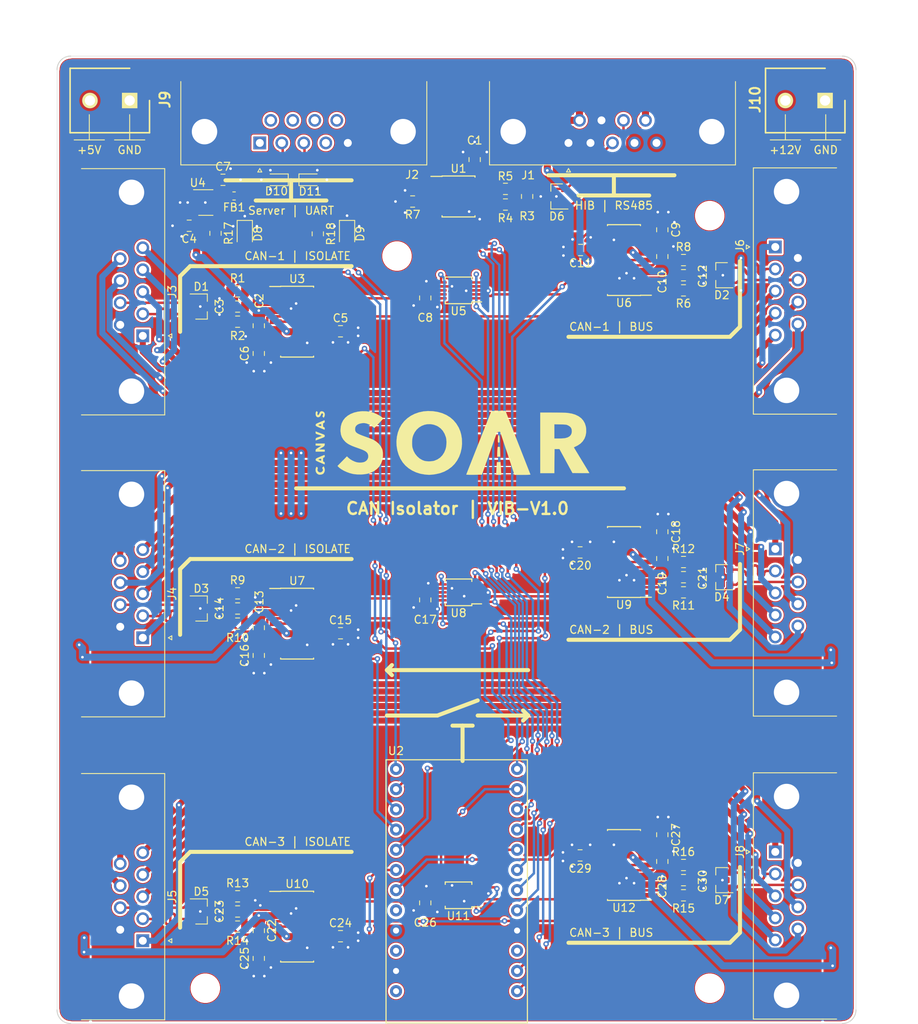
<source format=kicad_pcb>
(kicad_pcb (version 20171130) (host pcbnew "(5.1.0-0)")

  (general
    (thickness 1.6)
    (drawings 64)
    (tracks 1742)
    (zones 0)
    (modules 87)
    (nets 74)
  )

  (page A4)
  (layers
    (0 F.Cu signal)
    (31 B.Cu signal)
    (32 B.Adhes user)
    (33 F.Adhes user)
    (34 B.Paste user)
    (35 F.Paste user)
    (36 B.SilkS user)
    (37 F.SilkS user)
    (38 B.Mask user)
    (39 F.Mask user)
    (40 Dwgs.User user)
    (41 Cmts.User user)
    (42 Eco1.User user)
    (43 Eco2.User user)
    (44 Edge.Cuts user)
    (45 Margin user)
    (46 B.CrtYd user)
    (47 F.CrtYd user)
    (48 B.Fab user hide)
    (49 F.Fab user hide)
  )

  (setup
    (last_trace_width 0.3048)
    (trace_clearance 0.1524)
    (zone_clearance 0.1524)
    (zone_45_only no)
    (trace_min 0.2)
    (via_size 0.6858)
    (via_drill 0.3302)
    (via_min_size 0.4)
    (via_min_drill 0.3)
    (uvia_size 0.3)
    (uvia_drill 0.1)
    (uvias_allowed no)
    (uvia_min_size 0.2)
    (uvia_min_drill 0.1)
    (edge_width 0.05)
    (segment_width 0.2)
    (pcb_text_width 0.3)
    (pcb_text_size 1.5 1.5)
    (mod_edge_width 0.12)
    (mod_text_size 1 1)
    (mod_text_width 0.15)
    (pad_size 1.524 1.524)
    (pad_drill 0.762)
    (pad_to_mask_clearance 0.051)
    (solder_mask_min_width 0.25)
    (aux_axis_origin 0 0)
    (visible_elements FFFFFF7F)
    (pcbplotparams
      (layerselection 0x010fc_ffffffff)
      (usegerberextensions false)
      (usegerberattributes false)
      (usegerberadvancedattributes false)
      (creategerberjobfile false)
      (excludeedgelayer true)
      (linewidth 0.100000)
      (plotframeref false)
      (viasonmask false)
      (mode 1)
      (useauxorigin false)
      (hpglpennumber 1)
      (hpglpenspeed 20)
      (hpglpendiameter 15.000000)
      (psnegative false)
      (psa4output false)
      (plotreference true)
      (plotvalue true)
      (plotinvisibletext false)
      (padsonsilk false)
      (subtractmaskfromsilk false)
      (outputformat 1)
      (mirror false)
      (drillshape 1)
      (scaleselection 1)
      (outputdirectory ""))
  )

  (net 0 "")
  (net 1 +3V3)
  (net 2 GND)
  (net 3 +5V)
  (net 4 "Net-(C3-Pad1)")
  (net 5 "Net-(C7-Pad1)")
  (net 6 "Net-(C12-Pad1)")
  (net 7 "Net-(C14-Pad1)")
  (net 8 "Net-(C21-Pad1)")
  (net 9 "Net-(C23-Pad1)")
  (net 10 "Net-(C30-Pad1)")
  (net 11 /CAN_ISOLATOR_1/can_in_db9_p2)
  (net 12 /CAN_ISOLATOR_1/can_in_db9_p7)
  (net 13 /CAN_ISOLATOR_1/can_out_db9_p2)
  (net 14 /CAN_ISOLATOR_1/can_out_db9_p7)
  (net 15 /CAN_ISOLATOR_2/can_in_db9_p2)
  (net 16 /CAN_ISOLATOR_2/can_in_db9_p7)
  (net 17 /CAN_ISOLATOR_2/can_out_db9_p2)
  (net 18 /CAN_ISOLATOR_2/can_out_db9_p7)
  (net 19 /CAN_ISOLATOR_3/can_in_db9_p2)
  (net 20 /CAN_ISOLATOR_3/can_in_db9_p7)
  (net 21 /RS485-)
  (net 22 /RS485+)
  (net 23 /CAN_ISOLATOR_3/can_out_db9_p2)
  (net 24 /CAN_ISOLATOR_3/can_out_db9_p7)
  (net 25 "Net-(D8-Pad2)")
  (net 26 "Net-(D9-Pad2)")
  (net 27 "/UART_TXD_(D10)")
  (net 28 "/UART_RXD_(D12)")
  (net 29 +12V)
  (net 30 /CAN_ISOLATOR_1/can_in_db9_p1)
  (net 31 /CAN_ISOLATOR_1/can_in_db9_p3)
  (net 32 /CAN_ISOLATOR_1/can_in_db9_p4)
  (net 33 /CAN_ISOLATOR_1/can_in_db9_p5)
  (net 34 /CAN_ISOLATOR_1/can_in_db9_p8)
  (net 35 /CAN_ISOLATOR_1/can_in_db9_p9)
  (net 36 /CAN_ISOLATOR_2/can_in_db9_p1)
  (net 37 /CAN_ISOLATOR_2/can_in_db9_p3)
  (net 38 /CAN_ISOLATOR_2/can_in_db9_p4)
  (net 39 /CAN_ISOLATOR_2/can_in_db9_p5)
  (net 40 /CAN_ISOLATOR_2/can_in_db9_p8)
  (net 41 /CAN_ISOLATOR_2/can_in_db9_p9)
  (net 42 /CAN_ISOLATOR_3/can_in_db9_p1)
  (net 43 /CAN_ISOLATOR_3/can_in_db9_p3)
  (net 44 /CAN_ISOLATOR_3/can_in_db9_p4)
  (net 45 /CAN_ISOLATOR_3/can_in_db9_p5)
  (net 46 /CAN_ISOLATOR_3/can_in_db9_p8)
  (net 47 /CAN_ISOLATOR_3/can_in_db9_p9)
  (net 48 "Net-(R4-Pad2)")
  (net 49 "Net-(R5-Pad2)")
  (net 50 "/RS485_TX_EN_(2_D2)")
  (net 51 "/RS485_TX_(1_TX)")
  (net 52 "/RS485_RX_(0_RX)")
  (net 53 "/CAN_3_BUS_FAULT_(A2)")
  (net 54 "/CAN_3_ISO_FAULT_(A1)")
  (net 55 "/CAN_2_BUS_FAULT_(A0)")
  (net 56 "/CAN_2_ISO_FAULT_(D13)")
  (net 57 "/CAN_1_BUS_FAULT_(D11)")
  (net 58 "/CAN_1_ISO_FAULT_(D9)")
  (net 59 "/CAN_3_FBK_(D8)")
  (net 60 "/CAN_2_FBK_(D7)")
  (net 61 "/CAN_1_FBK_(D6)")
  (net 62 "/CAN_3_EN_(D5)")
  (net 63 "/CAN_2_EN_(D4)")
  (net 64 "/CAN_1_EN_(D3)")
  (net 65 /CAN_ISOLATOR_1/CAN_RX)
  (net 66 /CAN_ISOLATOR_1/CAN_TX_IN)
  (net 67 /CAN_ISOLATOR_1/CAN_TX_OUT)
  (net 68 /CAN_ISOLATOR_2/CAN_RX)
  (net 69 /CAN_ISOLATOR_2/CAN_TX_IN)
  (net 70 /CAN_ISOLATOR_2/CAN_TX_OUT)
  (net 71 /CAN_ISOLATOR_3/CAN_RX)
  (net 72 /CAN_ISOLATOR_3/CAN_TX_IN)
  (net 73 /CAN_ISOLATOR_3/CAN_TX_OUT)

  (net_class Default "This is the default net class."
    (clearance 0.1524)
    (trace_width 0.3048)
    (via_dia 0.6858)
    (via_drill 0.3302)
    (uvia_dia 0.3)
    (uvia_drill 0.1)
    (add_net "/CAN_1_BUS_FAULT_(D11)")
    (add_net "/CAN_1_EN_(D3)")
    (add_net "/CAN_1_FBK_(D6)")
    (add_net "/CAN_1_ISO_FAULT_(D9)")
    (add_net "/CAN_2_BUS_FAULT_(A0)")
    (add_net "/CAN_2_EN_(D4)")
    (add_net "/CAN_2_FBK_(D7)")
    (add_net "/CAN_2_ISO_FAULT_(D13)")
    (add_net "/CAN_3_BUS_FAULT_(A2)")
    (add_net "/CAN_3_EN_(D5)")
    (add_net "/CAN_3_FBK_(D8)")
    (add_net "/CAN_3_ISO_FAULT_(A1)")
    (add_net /CAN_ISOLATOR_1/CAN_RX)
    (add_net /CAN_ISOLATOR_1/CAN_TX_IN)
    (add_net /CAN_ISOLATOR_1/CAN_TX_OUT)
    (add_net /CAN_ISOLATOR_1/can_in_db9_p2)
    (add_net /CAN_ISOLATOR_1/can_in_db9_p7)
    (add_net /CAN_ISOLATOR_1/can_out_db9_p2)
    (add_net /CAN_ISOLATOR_1/can_out_db9_p7)
    (add_net /CAN_ISOLATOR_2/CAN_RX)
    (add_net /CAN_ISOLATOR_2/CAN_TX_IN)
    (add_net /CAN_ISOLATOR_2/CAN_TX_OUT)
    (add_net /CAN_ISOLATOR_2/can_in_db9_p2)
    (add_net /CAN_ISOLATOR_2/can_in_db9_p7)
    (add_net /CAN_ISOLATOR_2/can_out_db9_p2)
    (add_net /CAN_ISOLATOR_2/can_out_db9_p7)
    (add_net /CAN_ISOLATOR_3/CAN_RX)
    (add_net /CAN_ISOLATOR_3/CAN_TX_IN)
    (add_net /CAN_ISOLATOR_3/CAN_TX_OUT)
    (add_net /CAN_ISOLATOR_3/can_in_db9_p2)
    (add_net /CAN_ISOLATOR_3/can_in_db9_p7)
    (add_net /CAN_ISOLATOR_3/can_out_db9_p2)
    (add_net /CAN_ISOLATOR_3/can_out_db9_p7)
    (add_net /RS485+)
    (add_net /RS485-)
    (add_net "/RS485_RX_(0_RX)")
    (add_net "/RS485_TX_(1_TX)")
    (add_net "/RS485_TX_EN_(2_D2)")
    (add_net "/UART_RXD_(D12)")
    (add_net "/UART_TXD_(D10)")
    (add_net "Net-(C12-Pad1)")
    (add_net "Net-(C14-Pad1)")
    (add_net "Net-(C21-Pad1)")
    (add_net "Net-(C23-Pad1)")
    (add_net "Net-(C3-Pad1)")
    (add_net "Net-(C30-Pad1)")
    (add_net "Net-(D8-Pad2)")
    (add_net "Net-(D9-Pad2)")
    (add_net "Net-(R4-Pad2)")
    (add_net "Net-(R5-Pad2)")
  )

  (net_class Pass-Through ""
    (clearance 0.1524)
    (trace_width 0.762)
    (via_dia 0.6858)
    (via_drill 0.3302)
    (uvia_dia 0.3)
    (uvia_drill 0.1)
    (add_net /CAN_ISOLATOR_1/can_in_db9_p1)
    (add_net /CAN_ISOLATOR_1/can_in_db9_p3)
    (add_net /CAN_ISOLATOR_1/can_in_db9_p4)
    (add_net /CAN_ISOLATOR_1/can_in_db9_p5)
    (add_net /CAN_ISOLATOR_1/can_in_db9_p8)
    (add_net /CAN_ISOLATOR_1/can_in_db9_p9)
    (add_net /CAN_ISOLATOR_2/can_in_db9_p1)
    (add_net /CAN_ISOLATOR_2/can_in_db9_p3)
    (add_net /CAN_ISOLATOR_2/can_in_db9_p4)
    (add_net /CAN_ISOLATOR_2/can_in_db9_p5)
    (add_net /CAN_ISOLATOR_2/can_in_db9_p8)
    (add_net /CAN_ISOLATOR_2/can_in_db9_p9)
    (add_net /CAN_ISOLATOR_3/can_in_db9_p1)
    (add_net /CAN_ISOLATOR_3/can_in_db9_p3)
    (add_net /CAN_ISOLATOR_3/can_in_db9_p4)
    (add_net /CAN_ISOLATOR_3/can_in_db9_p5)
    (add_net /CAN_ISOLATOR_3/can_in_db9_p8)
    (add_net /CAN_ISOLATOR_3/can_in_db9_p9)
  )

  (net_class Power ""
    (clearance 0.1524)
    (trace_width 0.889)
    (via_dia 0.6858)
    (via_drill 0.3302)
    (uvia_dia 0.3)
    (uvia_drill 0.1)
    (add_net +12V)
    (add_net +3V3)
    (add_net +5V)
    (add_net GND)
    (add_net "Net-(C7-Pad1)")
  )

  (module soar_lib:canvas_soar_logo_large (layer F.Cu) (tedit 0) (tstamp 5CB50FDC)
    (at 146.05 -153.035)
    (fp_text reference G*** (at 0 0) (layer F.SilkS) hide
      (effects (font (size 1.524 1.524) (thickness 0.3)))
    )
    (fp_text value LOGO (at 0.75 0) (layer F.SilkS) hide
      (effects (font (size 1.524 1.524) (thickness 0.3)))
    )
    (fp_poly (pts (xy -17.080903 -3.968654) (xy -17.021973 -3.919429) (xy -16.963889 -3.846619) (xy -16.976634 -3.787746)
      (xy -16.978875 -3.784968) (xy -17.00797 -3.704805) (xy -17.010475 -3.611477) (xy -16.977724 -3.51388)
      (xy -16.919419 -3.488222) (xy -16.84918 -3.531386) (xy -16.780629 -3.640252) (xy -16.769491 -3.666658)
      (xy -16.695717 -3.829941) (xy -16.623051 -3.92527) (xy -16.534228 -3.967338) (xy -16.412059 -3.970846)
      (xy -16.252917 -3.922453) (xy -16.140261 -3.813919) (xy -16.080287 -3.659567) (xy -16.079189 -3.473722)
      (xy -16.125954 -3.309353) (xy -16.177221 -3.20753) (xy -16.225729 -3.182199) (xy -16.289869 -3.22787)
      (xy -16.313734 -3.253295) (xy -16.358795 -3.317711) (xy -16.354332 -3.382781) (xy -16.32265 -3.450979)
      (xy -16.284332 -3.571121) (xy -16.302178 -3.647851) (xy -16.369983 -3.718933) (xy -16.44644 -3.713831)
      (xy -16.51957 -3.638476) (xy -16.573184 -3.513667) (xy -16.650478 -3.359586) (xy -16.764747 -3.258593)
      (xy -16.897624 -3.216656) (xy -17.030745 -3.239742) (xy -17.141927 -3.328876) (xy -17.2026 -3.457089)
      (xy -17.229241 -3.621409) (xy -17.220119 -3.785441) (xy -17.173497 -3.912793) (xy -17.16999 -3.917764)
      (xy -17.122948 -3.972516) (xy -17.080903 -3.968654)) (layer F.SilkS) (width 0.01))
    (fp_poly (pts (xy -16.097416 -2.798229) (xy -16.086935 -2.708098) (xy -16.086666 -2.688973) (xy -16.097923 -2.583631)
      (xy -16.143618 -2.531929) (xy -16.1925 -2.515051) (xy -16.252347 -2.492715) (xy -16.284057 -2.449236)
      (xy -16.296435 -2.362039) (xy -16.298333 -2.243667) (xy -16.295171 -2.104431) (xy -16.279816 -2.027222)
      (xy -16.243465 -1.989465) (xy -16.1925 -1.972283) (xy -16.118872 -1.93813) (xy -16.089977 -1.867253)
      (xy -16.086666 -1.79836) (xy -16.089333 -1.701507) (xy -16.095887 -1.654564) (xy -16.09725 -1.653684)
      (xy -16.139785 -1.669718) (xy -16.1925 -1.690881) (xy -16.505293 -1.818788) (xy -16.748209 -1.919833)
      (xy -16.929908 -1.998783) (xy -17.059049 -2.060408) (xy -17.144293 -2.109476) (xy -17.194297 -2.150757)
      (xy -17.217722 -2.189018) (xy -17.223227 -2.229029) (xy -17.222954 -2.233226) (xy -16.881276 -2.233226)
      (xy -16.822247 -2.194042) (xy -16.753416 -2.169446) (xy -16.619253 -2.131367) (xy -16.545872 -2.130147)
      (xy -16.515433 -2.171225) (xy -16.51 -2.243667) (xy -16.520093 -2.329901) (xy -16.561409 -2.36455)
      (xy -16.650506 -2.352861) (xy -16.750411 -2.319829) (xy -16.857382 -2.272597) (xy -16.881276 -2.233226)
      (xy -17.222954 -2.233226) (xy -17.221373 -2.257481) (xy -17.212049 -2.311611) (xy -17.187837 -2.356326)
      (xy -17.136131 -2.399801) (xy -17.044323 -2.450213) (xy -16.899808 -2.515738) (xy -16.689977 -2.60455)
      (xy -16.679333 -2.609001) (xy -16.482927 -2.690397) (xy -16.314674 -2.758775) (xy -16.189901 -2.808007)
      (xy -16.123939 -2.831961) (xy -16.118416 -2.833284) (xy -16.097416 -2.798229)) (layer F.SilkS) (width 0.01))
    (fp_poly (pts (xy -16.943916 -1.32968) (xy -16.7428 -1.253281) (xy -16.520018 -1.169043) (xy -16.372416 -1.113473)
      (xy -16.224041 -1.055248) (xy -16.138493 -1.010219) (xy -16.098586 -0.963895) (xy -16.087133 -0.901789)
      (xy -16.086666 -0.872583) (xy -16.088963 -0.819674) (xy -16.103857 -0.77762) (xy -16.14336 -0.739062)
      (xy -16.219478 -0.696642) (xy -16.344223 -0.643001) (xy -16.529601 -0.57078) (xy -16.660526 -0.520939)
      (xy -17.234386 -0.302904) (xy -17.221443 -0.45506) (xy -17.213113 -0.524865) (xy -17.192221 -0.574818)
      (xy -17.14367 -0.615396) (xy -17.052364 -0.657077) (xy -16.903209 -0.71034) (xy -16.806333 -0.743198)
      (xy -16.637038 -0.804611) (xy -16.519386 -0.855881) (xy -16.464536 -0.891708) (xy -16.467666 -0.904132)
      (xy -16.535591 -0.927655) (xy -16.661253 -0.968598) (xy -16.821474 -1.019449) (xy -16.880416 -1.037883)
      (xy -17.048439 -1.091351) (xy -17.151495 -1.131252) (xy -17.205465 -1.169171) (xy -17.226228 -1.21669)
      (xy -17.229665 -1.285393) (xy -17.229666 -1.292645) (xy -17.229666 -1.438606) (xy -16.943916 -1.32968)) (layer F.SilkS) (width 0.01))
    (fp_poly (pts (xy 5.868954 -0.933755) (xy 5.902483 -0.813325) (xy 5.921604 -0.611332) (xy 5.926667 -0.375708)
      (xy 5.925495 -0.209343) (xy 5.918295 -0.110233) (xy 5.899539 -0.060969) (xy 5.863701 -0.044142)
      (xy 5.820834 -0.042333) (xy 5.768019 -0.046025) (xy 5.736556 -0.068706) (xy 5.720916 -0.127787)
      (xy 5.715574 -0.240676) (xy 5.715 -0.375708) (xy 5.722064 -0.647591) (xy 5.743379 -0.837028)
      (xy 5.77913 -0.945061) (xy 5.820834 -0.973667) (xy 5.868954 -0.933755)) (layer F.SilkS) (width 0.01))
    (fp_poly (pts (xy -16.094694 0.240386) (xy -16.105991 0.315994) (xy -16.13449 0.376877) (xy -16.194335 0.437541)
      (xy -16.299665 0.512491) (xy -16.455817 0.610803) (xy -16.803801 0.8255) (xy -16.445234 0.837731)
      (xy -16.086666 0.849963) (xy -16.086666 1.100667) (xy -17.229666 1.100667) (xy -17.229666 0.95578)
      (xy -17.225098 0.88731) (xy -17.202595 0.831396) (xy -17.148964 0.774762) (xy -17.051011 0.704132)
      (xy -16.895541 0.606229) (xy -16.861536 0.585364) (xy -16.493405 0.359833) (xy -16.861536 0.347602)
      (xy -17.229666 0.33537) (xy -17.229666 0.084667) (xy -16.081556 0.084667) (xy -16.094694 0.240386)) (layer F.SilkS) (width 0.01))
    (fp_poly (pts (xy 5.983828 0.895503) (xy 5.996608 1.101641) (xy 6.006229 1.306494) (xy 6.011061 1.47369)
      (xy 6.011334 1.509337) (xy 6.011334 1.735667) (xy 5.630334 1.735667) (xy 5.630587 1.471083)
      (xy 5.634323 1.293372) (xy 5.643903 1.076792) (xy 5.657294 0.866774) (xy 5.658028 0.85725)
      (xy 5.685216 0.508) (xy 5.956322 0.508) (xy 5.983828 0.895503)) (layer F.SilkS) (width 0.01))
    (fp_poly (pts (xy -16.097175 1.561522) (xy -16.086855 1.651962) (xy -16.086666 1.667577) (xy -16.098719 1.771609)
      (xy -16.147153 1.822506) (xy -16.1925 1.837717) (xy -16.251983 1.859804) (xy -16.283709 1.902713)
      (xy -16.29628 1.988815) (xy -16.298333 2.112884) (xy -16.295286 2.253376) (xy -16.280409 2.331633)
      (xy -16.245098 2.370027) (xy -16.1925 2.38805) (xy -16.118872 2.422204) (xy -16.089977 2.49308)
      (xy -16.086666 2.561973) (xy -16.089336 2.659073) (xy -16.095896 2.706478) (xy -16.09725 2.707445)
      (xy -16.137856 2.69123) (xy -16.242361 2.647915) (xy -16.396683 2.58338) (xy -16.586738 2.503501)
      (xy -16.67094 2.468009) (xy -16.890595 2.374813) (xy -17.043789 2.306682) (xy -17.142114 2.255872)
      (xy -17.197161 2.214638) (xy -17.22052 2.175237) (xy -17.223783 2.129924) (xy -17.221822 2.106788)
      (xy -16.912166 2.106788) (xy -16.764 2.17357) (xy -16.628672 2.227271) (xy -16.551063 2.23377)
      (xy -16.516505 2.189781) (xy -16.51 2.116667) (xy -16.527102 2.025481) (xy -16.585228 1.991918)
      (xy -16.694609 2.013502) (xy -16.785166 2.050137) (xy -16.912166 2.106788) (xy -17.221822 2.106788)
      (xy -17.221273 2.100315) (xy -17.211968 2.046233) (xy -17.187726 2.001512) (xy -17.135948 1.95797)
      (xy -17.044038 1.907426) (xy -16.899397 1.841701) (xy -16.689429 1.752613) (xy -16.679333 1.748381)
      (xy -16.482987 1.666929) (xy -16.314771 1.598732) (xy -16.189997 1.54988) (xy -16.12398 1.526464)
      (xy -16.118416 1.525296) (xy -16.097175 1.561522)) (layer F.SilkS) (width 0.01))
    (fp_poly (pts (xy 12.583584 -3.809653) (xy 12.954987 -3.808364) (xy 13.315931 -3.804857) (xy 13.65362 -3.799423)
      (xy 13.955262 -3.792352) (xy 14.208061 -3.783932) (xy 14.399224 -3.774453) (xy 14.499167 -3.766303)
      (xy 15.022541 -3.67719) (xy 15.481963 -3.535712) (xy 15.87643 -3.34273) (xy 16.204934 -3.099104)
      (xy 16.46647 -2.805695) (xy 16.660032 -2.463364) (xy 16.784614 -2.072971) (xy 16.830249 -1.771456)
      (xy 16.833299 -1.325259) (xy 16.760743 -0.911495) (xy 16.615284 -0.535054) (xy 16.399629 -0.200824)
      (xy 16.116482 0.086306) (xy 15.768547 0.321449) (xy 15.634711 0.389276) (xy 15.480785 0.462724)
      (xy 15.360955 0.522406) (xy 15.292229 0.559725) (xy 15.282334 0.567421) (xy 15.303659 0.605106)
      (xy 15.364669 0.70769) (xy 15.460918 0.867821) (xy 15.587958 1.078145) (xy 15.74134 1.331307)
      (xy 15.916618 1.619953) (xy 16.109344 1.936729) (xy 16.256 2.177418) (xy 16.458566 2.510067)
      (xy 16.646868 2.820076) (xy 16.816455 3.10006) (xy 16.962875 3.342633) (xy 17.081677 3.54041)
      (xy 17.168411 3.686005) (xy 17.218625 3.772032) (xy 17.229667 3.792926) (xy 17.189223 3.797551)
      (xy 17.075435 3.800869) (xy 16.899613 3.802804) (xy 16.673071 3.803279) (xy 16.407121 3.802217)
      (xy 16.167399 3.800143) (xy 15.105131 3.788833) (xy 14.287475 2.286) (xy 13.46982 0.783167)
      (xy 12.848167 0.783167) (xy 12.837049 2.296583) (xy 12.825931 3.81) (xy 11.049 3.81)
      (xy 11.049 -0.550333) (xy 12.827 -0.550333) (xy 13.392722 -0.550333) (xy 13.627072 -0.553636)
      (xy 13.85302 -0.562642) (xy 14.045602 -0.575998) (xy 14.179853 -0.592349) (xy 14.184993 -0.593298)
      (xy 14.495794 -0.681857) (xy 14.735362 -0.816161) (xy 14.903731 -0.996246) (xy 15.000935 -1.222145)
      (xy 15.027637 -1.458205) (xy 15.001835 -1.709822) (xy 14.919565 -1.90662) (xy 14.771212 -2.064297)
      (xy 14.586127 -2.179212) (xy 14.494095 -2.225013) (xy 14.413396 -2.258613) (xy 14.328501 -2.282219)
      (xy 14.223881 -2.298034) (xy 14.084006 -2.308264) (xy 13.893349 -2.315113) (xy 13.63638 -2.320788)
      (xy 13.581522 -2.321862) (xy 12.827 -2.336557) (xy 12.827 -0.550333) (xy 11.049 -0.550333)
      (xy 11.049 -3.81) (xy 12.583584 -3.809653)) (layer F.SilkS) (width 0.01))
    (fp_poly (pts (xy -10.852146 -3.969758) (xy -10.340336 -3.894872) (xy -9.990666 -3.801891) (xy -9.588031 -3.644361)
      (xy -9.196854 -3.439417) (xy -8.922852 -3.257767) (xy -8.680537 -3.077745) (xy -9.235742 -2.490179)
      (xy -9.410616 -2.305809) (xy -9.566222 -2.143074) (xy -9.693005 -2.011858) (xy -9.781411 -1.922048)
      (xy -9.821884 -1.883528) (xy -9.822501 -1.883111) (xy -9.868665 -1.898186) (xy -9.95303 -1.957903)
      (xy -10.017293 -2.013131) (xy -10.231347 -2.173055) (xy -10.49553 -2.316123) (xy -10.775306 -2.424972)
      (xy -10.90668 -2.460342) (xy -11.08489 -2.488483) (xy -11.268897 -2.488786) (xy -11.461135 -2.467351)
      (xy -11.756269 -2.396063) (xy -11.987891 -2.278481) (xy -12.152252 -2.118284) (xy -12.2456 -1.919156)
      (xy -12.264185 -1.684775) (xy -12.263755 -1.679597) (xy -12.243675 -1.547357) (xy -12.202613 -1.432996)
      (xy -12.132352 -1.330888) (xy -12.024678 -1.235406) (xy -11.871375 -1.140922) (xy -11.664226 -1.041809)
      (xy -11.395017 -0.93244) (xy -11.055531 -0.807188) (xy -10.919486 -0.758872) (xy -10.671356 -0.669948)
      (xy -10.439216 -0.584154) (xy -10.239657 -0.507819) (xy -10.089268 -0.447272) (xy -10.011833 -0.412616)
      (xy -9.621497 -0.177303) (xy -9.297645 0.097316) (xy -9.044595 0.406443) (xy -8.866666 0.745277)
      (xy -8.806466 0.927125) (xy -8.774578 1.114644) (xy -8.759907 1.355635) (xy -8.761962 1.620777)
      (xy -8.780248 1.880746) (xy -8.814272 2.106223) (xy -8.827261 2.161937) (xy -8.975297 2.573076)
      (xy -9.192657 2.937622) (xy -9.476217 3.2528) (xy -9.822853 3.515832) (xy -10.229441 3.723944)
      (xy -10.692859 3.874359) (xy -10.775813 3.893714) (xy -11.122759 3.948456) (xy -11.516483 3.974435)
      (xy -11.924109 3.971593) (xy -12.312761 3.939873) (xy -12.573 3.896888) (xy -12.94422 3.798483)
      (xy -13.313959 3.664719) (xy -13.66426 3.504391) (xy -13.977165 3.326293) (xy -14.234717 3.139221)
      (xy -14.359283 3.021992) (xy -14.473399 2.899833) (xy -13.880886 2.299353) (xy -13.288372 1.698872)
      (xy -13.095367 1.883804) (xy -12.869743 2.063281) (xy -12.590819 2.229224) (xy -12.289898 2.364853)
      (xy -12.059736 2.438887) (xy -11.768951 2.484344) (xy -11.468496 2.480705) (xy -11.18886 2.430061)
      (xy -11.021759 2.367726) (xy -10.819486 2.226576) (xy -10.678295 2.037335) (xy -10.604085 1.816063)
      (xy -10.602756 1.578822) (xy -10.660215 1.383573) (xy -10.730959 1.260835) (xy -10.834291 1.149219)
      (xy -10.979535 1.043251) (xy -11.176016 0.937459) (xy -11.433059 0.826372) (xy -11.75999 0.704516)
      (xy -11.900923 0.655471) (xy -12.292705 0.516511) (xy -12.614284 0.391162) (xy -12.877805 0.27337)
      (xy -13.095418 0.157079) (xy -13.279269 0.036234) (xy -13.441506 -0.095218) (xy -13.482988 -0.133136)
      (xy -13.738666 -0.413495) (xy -13.921545 -0.713538) (xy -14.037139 -1.046541) (xy -14.090963 -1.425783)
      (xy -14.096497 -1.610356) (xy -14.05971 -2.057355) (xy -13.948674 -2.463937) (xy -13.764329 -2.828614)
      (xy -13.50761 -3.149899) (xy -13.179455 -3.426307) (xy -12.817784 -3.63845) (xy -12.372925 -3.813921)
      (xy -11.885596 -3.928291) (xy -11.372951 -3.980567) (xy -10.852146 -3.969758)) (layer F.SilkS) (width 0.01))
    (fp_poly (pts (xy 6.069846 2.76225) (xy 6.082967 2.963776) (xy 6.098088 3.209492) (xy 6.112753 3.459038)
      (xy 6.118811 3.566583) (xy 6.143996 4.021667) (xy 5.497671 4.021667) (xy 5.522856 3.566583)
      (xy 5.536451 3.329247) (xy 5.551663 3.076695) (xy 5.566034 2.849286) (xy 5.571821 2.76225)
      (xy 5.595601 2.413) (xy 6.046066 2.413) (xy 6.069846 2.76225)) (layer F.SilkS) (width 0.01))
    (fp_poly (pts (xy 8.235627 -0.039088) (xy 8.453162 0.514904) (xy 8.662 1.046791) (xy 8.860056 1.55126)
      (xy 9.045243 2.022995) (xy 9.215477 2.456685) (xy 9.368672 2.847015) (xy 9.502743 3.188672)
      (xy 9.615605 3.476342) (xy 9.705171 3.704711) (xy 9.769357 3.868466) (xy 9.806077 3.962293)
      (xy 9.814278 3.983395) (xy 9.777975 3.994799) (xy 9.666498 4.004652) (xy 9.489332 4.012591)
      (xy 9.255961 4.01825) (xy 8.97587 4.021265) (xy 8.819197 4.021667) (xy 7.810004 4.021667)
      (xy 6.906548 1.310182) (xy 6.003091 -1.401303) (xy 5.812125 -1.388568) (xy 5.621158 -1.375833)
      (xy 4.662662 1.312333) (xy 3.704167 4.0005) (xy 2.719917 4.011863) (xy 2.441495 4.013744)
      (xy 2.193695 4.012864) (xy 1.988252 4.009474) (xy 1.836904 4.003827) (xy 1.751388 3.996177)
      (xy 1.73656 3.990697) (xy 1.751986 3.947646) (xy 1.79662 3.831218) (xy 1.868376 3.646706)
      (xy 1.965169 3.399401) (xy 2.084912 3.094599) (xy 2.225519 2.737591) (xy 2.384903 2.33367)
      (xy 2.56098 1.888131) (xy 2.751662 1.406265) (xy 2.954863 0.893367) (xy 3.168498 0.354728)
      (xy 3.317719 -0.021167) (xy 4.897985 -4.0005) (xy 5.784536 -4.0119) (xy 6.671087 -4.023299)
      (xy 8.235627 -0.039088)) (layer F.SilkS) (width 0.01))
    (fp_poly (pts (xy -2.489539 -3.984536) (xy -2.460949 -3.981758) (xy -1.840492 -3.884108) (xy -1.270456 -3.720867)
      (xy -0.752532 -3.493123) (xy -0.288408 -3.201961) (xy 0.120224 -2.848467) (xy 0.471676 -2.433729)
      (xy 0.764256 -1.958833) (xy 0.802291 -1.883833) (xy 0.974871 -1.476955) (xy 1.096299 -1.050581)
      (xy 1.1735 -0.579028) (xy 1.185718 -0.461587) (xy 1.20336 0.11784) (xy 1.148551 0.684461)
      (xy 1.024589 1.229389) (xy 0.834771 1.743739) (xy 0.582395 2.218626) (xy 0.270759 2.645164)
      (xy -0.096841 3.014467) (xy -0.107752 3.023766) (xy -0.560615 3.357703) (xy -1.050103 3.620495)
      (xy -1.582087 3.814558) (xy -2.162435 3.942311) (xy -2.421915 3.976764) (xy -2.656218 4.000223)
      (xy -2.845551 4.012194) (xy -3.021116 4.012619) (xy -3.214113 4.001441) (xy -3.455746 3.978603)
      (xy -3.491973 3.974815) (xy -4.043573 3.878934) (xy -4.572923 3.712755) (xy -5.069783 3.481871)
      (xy -5.52391 3.191873) (xy -5.925061 2.848354) (xy -6.257081 2.464956) (xy -6.552874 1.994175)
      (xy -6.781256 1.482035) (xy -6.941143 0.939796) (xy -7.031454 0.378719) (xy -7.042936 0.046464)
      (xy -5.085887 0.046464) (xy -5.076065 0.319231) (xy -5.049126 0.550136) (xy -5.035955 0.613833)
      (xy -4.901517 1.012026) (xy -4.702319 1.375656) (xy -4.447444 1.694833) (xy -4.145974 1.959669)
      (xy -3.80699 2.160275) (xy -3.517399 2.267182) (xy -3.286396 2.308577) (xy -3.008568 2.324857)
      (xy -2.717757 2.316622) (xy -2.447804 2.284475) (xy -2.279876 2.245185) (xy -1.892 2.083032)
      (xy -1.553302 1.853176) (xy -1.267231 1.55917) (xy -1.037235 1.204564) (xy -0.866762 0.792912)
      (xy -0.865221 0.788049) (xy -0.800453 0.511458) (xy -0.762949 0.195789) (xy -0.753457 -0.129985)
      (xy -0.772724 -0.436889) (xy -0.821496 -0.69595) (xy -0.826512 -0.713135) (xy -0.992863 -1.146453)
      (xy -1.211476 -1.513777) (xy -1.483608 -1.816692) (xy -1.810516 -2.056779) (xy -1.953344 -2.133833)
      (xy -2.349402 -2.285108) (xy -2.749824 -2.356819) (xy -3.145801 -2.353038) (xy -3.528525 -2.277837)
      (xy -3.889186 -2.135287) (xy -4.218975 -1.929459) (xy -4.509085 -1.664426) (xy -4.750705 -1.344259)
      (xy -4.935028 -0.973031) (xy -5.017003 -0.717724) (xy -5.055922 -0.502542) (xy -5.079028 -0.237636)
      (xy -5.085887 0.046464) (xy -7.042936 0.046464) (xy -7.051106 -0.189935) (xy -6.999018 -0.754907)
      (xy -6.874107 -1.304936) (xy -6.675291 -1.828761) (xy -6.670667 -1.838652) (xy -6.405389 -2.307019)
      (xy -6.075867 -2.725244) (xy -5.688279 -3.090181) (xy -5.248808 -3.398683) (xy -4.763634 -3.647603)
      (xy -4.23894 -3.833796) (xy -3.680905 -3.954113) (xy -3.095711 -4.005409) (xy -2.489539 -3.984536)) (layer F.SilkS) (width 0.01))
    (fp_poly (pts (xy -16.146629 3.096637) (xy -16.083012 3.295563) (xy -16.082278 3.50422) (xy -16.139583 3.69916)
      (xy -16.250085 3.856935) (xy -16.314356 3.90857) (xy -16.450593 3.966663) (xy -16.621391 4.000064)
      (xy -16.78089 4.001239) (xy -16.825735 3.992593) (xy -17.00692 3.9023) (xy -17.141094 3.75446)
      (xy -17.221034 3.566261) (xy -17.239518 3.354891) (xy -17.189326 3.137535) (xy -17.187192 3.132327)
      (xy -17.1367 3.034289) (xy -17.087188 3.013666) (xy -17.019668 3.065594) (xy -17.001801 3.084844)
      (xy -16.954915 3.159401) (xy -16.966501 3.241649) (xy -16.979999 3.273436) (xy -17.003315 3.412642)
      (xy -16.95875 3.543401) (xy -16.862605 3.648187) (xy -16.731176 3.709471) (xy -16.580763 3.709727)
      (xy -16.575493 3.70845) (xy -16.451564 3.647174) (xy -16.351094 3.545901) (xy -16.300257 3.432884)
      (xy -16.298333 3.40927) (xy -16.32239 3.305037) (xy -16.360164 3.232563) (xy -16.396139 3.165245)
      (xy -16.379423 3.110287) (xy -16.32113 3.049531) (xy -16.220266 2.954775) (xy -16.146629 3.096637)) (layer F.SilkS) (width 0.01))
  )

  (module MountingHole:MountingHole_3.2mm_M3 (layer F.Cu) (tedit 56D1B4CB) (tstamp 5CB504C7)
    (at 139.065 -176.53)
    (descr "Mounting Hole 3.2mm, no annular, M3")
    (tags "mounting hole 3.2mm no annular m3")
    (attr virtual)
    (fp_text reference REF** (at 0 -4.2) (layer F.SilkS) hide
      (effects (font (size 1 1) (thickness 0.15)))
    )
    (fp_text value MountingHole_3.2mm_M3 (at 0 4.2) (layer F.Fab)
      (effects (font (size 1 1) (thickness 0.15)))
    )
    (fp_circle (center 0 0) (end 3.45 0) (layer F.CrtYd) (width 0.05))
    (fp_circle (center 0 0) (end 3.2 0) (layer Cmts.User) (width 0.15))
    (fp_text user %R (at 0.3 0) (layer F.Fab)
      (effects (font (size 1 1) (thickness 0.15)))
    )
    (pad 1 np_thru_hole circle (at 0 0) (size 3.2 3.2) (drill 3.2) (layers *.Cu *.Mask))
  )

  (module MountingHole:MountingHole_3.2mm_M3 (layer F.Cu) (tedit 56D1B4CB) (tstamp 5CB5047F)
    (at 178.435 -181.61)
    (descr "Mounting Hole 3.2mm, no annular, M3")
    (tags "mounting hole 3.2mm no annular m3")
    (attr virtual)
    (fp_text reference REF** (at 0 -4.2) (layer F.SilkS) hide
      (effects (font (size 1 1) (thickness 0.15)))
    )
    (fp_text value MountingHole_3.2mm_M3 (at 0 4.2) (layer F.Fab)
      (effects (font (size 1 1) (thickness 0.15)))
    )
    (fp_circle (center 0 0) (end 3.45 0) (layer F.CrtYd) (width 0.05))
    (fp_circle (center 0 0) (end 3.2 0) (layer Cmts.User) (width 0.15))
    (fp_text user %R (at 0.3 0) (layer F.Fab)
      (effects (font (size 1 1) (thickness 0.15)))
    )
    (pad 1 np_thru_hole circle (at 0 0) (size 3.2 3.2) (drill 3.2) (layers *.Cu *.Mask))
  )

  (module MountingHole:MountingHole_3.2mm_M3 (layer F.Cu) (tedit 56D1B4CB) (tstamp 5CB5045B)
    (at 178.435 -84.455)
    (descr "Mounting Hole 3.2mm, no annular, M3")
    (tags "mounting hole 3.2mm no annular m3")
    (attr virtual)
    (fp_text reference REF** (at 0 -4.2) (layer F.SilkS) hide
      (effects (font (size 1 1) (thickness 0.15)))
    )
    (fp_text value MountingHole_3.2mm_M3 (at 0 4.2) (layer F.Fab)
      (effects (font (size 1 1) (thickness 0.15)))
    )
    (fp_circle (center 0 0) (end 3.45 0) (layer F.CrtYd) (width 0.05))
    (fp_circle (center 0 0) (end 3.2 0) (layer Cmts.User) (width 0.15))
    (fp_text user %R (at 0.3 0) (layer F.Fab)
      (effects (font (size 1 1) (thickness 0.15)))
    )
    (pad 1 np_thru_hole circle (at 0 0) (size 3.2 3.2) (drill 3.2) (layers *.Cu *.Mask))
  )

  (module MountingHole:MountingHole_3.2mm_M3 (layer F.Cu) (tedit 56D1B4CB) (tstamp 5CB50437)
    (at 114.935 -84.455)
    (descr "Mounting Hole 3.2mm, no annular, M3")
    (tags "mounting hole 3.2mm no annular m3")
    (attr virtual)
    (fp_text reference REF** (at 0 -4.2) (layer F.SilkS) hide
      (effects (font (size 1 1) (thickness 0.15)))
    )
    (fp_text value MountingHole_3.2mm_M3 (at 0 4.2) (layer F.Fab)
      (effects (font (size 1 1) (thickness 0.15)))
    )
    (fp_circle (center 0 0) (end 3.45 0) (layer F.CrtYd) (width 0.05))
    (fp_circle (center 0 0) (end 3.2 0) (layer Cmts.User) (width 0.15))
    (fp_text user %R (at 0.3 0) (layer F.Fab)
      (effects (font (size 1 1) (thickness 0.15)))
    )
    (pad 1 np_thru_hole circle (at 0 0) (size 3.2 3.2) (drill 3.2) (layers *.Cu *.Mask))
  )

  (module Capacitor_SMD:C_0805_2012Metric (layer F.Cu) (tedit 5B36C52B) (tstamp 5CB27FB8)
    (at 162.1155 -101.1555 180)
    (descr "Capacitor SMD 0805 (2012 Metric), square (rectangular) end terminal, IPC_7351 nominal, (Body size source: https://docs.google.com/spreadsheets/d/1BsfQQcO9C6DZCsRaXUlFlo91Tg2WpOkGARC1WS5S8t0/edit?usp=sharing), generated with kicad-footprint-generator")
    (tags capacitor)
    (path /5CD06FA1/5CB7CC87)
    (attr smd)
    (fp_text reference C29 (at 0 -1.65 180) (layer F.SilkS)
      (effects (font (size 1 1) (thickness 0.15)))
    )
    (fp_text value 0.1uF (at 0 1.65 180) (layer F.Fab)
      (effects (font (size 1 1) (thickness 0.15)))
    )
    (fp_line (start -1 0.6) (end -1 -0.6) (layer F.Fab) (width 0.1))
    (fp_line (start -1 -0.6) (end 1 -0.6) (layer F.Fab) (width 0.1))
    (fp_line (start 1 -0.6) (end 1 0.6) (layer F.Fab) (width 0.1))
    (fp_line (start 1 0.6) (end -1 0.6) (layer F.Fab) (width 0.1))
    (fp_line (start -0.258578 -0.71) (end 0.258578 -0.71) (layer F.SilkS) (width 0.12))
    (fp_line (start -0.258578 0.71) (end 0.258578 0.71) (layer F.SilkS) (width 0.12))
    (fp_line (start -1.68 0.95) (end -1.68 -0.95) (layer F.CrtYd) (width 0.05))
    (fp_line (start -1.68 -0.95) (end 1.68 -0.95) (layer F.CrtYd) (width 0.05))
    (fp_line (start 1.68 -0.95) (end 1.68 0.95) (layer F.CrtYd) (width 0.05))
    (fp_line (start 1.68 0.95) (end -1.68 0.95) (layer F.CrtYd) (width 0.05))
    (fp_text user %R (at 0 0 180) (layer F.Fab)
      (effects (font (size 0.5 0.5) (thickness 0.08)))
    )
    (pad 1 smd roundrect (at -0.9375 0 180) (size 0.975 1.4) (layers F.Cu F.Paste F.Mask) (roundrect_rratio 0.25)
      (net 3 +5V))
    (pad 2 smd roundrect (at 0.9375 0 180) (size 0.975 1.4) (layers F.Cu F.Paste F.Mask) (roundrect_rratio 0.25)
      (net 2 GND))
    (model ${KISYS3DMOD}/Capacitor_SMD.3dshapes/C_0805_2012Metric.wrl
      (at (xyz 0 0 0))
      (scale (xyz 1 1 1))
      (rotate (xyz 0 0 0))
    )
  )

  (module Capacitor_SMD:C_0805_2012Metric (layer F.Cu) (tedit 5B36C52B) (tstamp 5CB27FB8)
    (at 162.1155 -139.2555 180)
    (descr "Capacitor SMD 0805 (2012 Metric), square (rectangular) end terminal, IPC_7351 nominal, (Body size source: https://docs.google.com/spreadsheets/d/1BsfQQcO9C6DZCsRaXUlFlo91Tg2WpOkGARC1WS5S8t0/edit?usp=sharing), generated with kicad-footprint-generator")
    (tags capacitor)
    (path /5CCE5E89/5CB7CC87)
    (attr smd)
    (fp_text reference C20 (at 0 -1.65 180) (layer F.SilkS)
      (effects (font (size 1 1) (thickness 0.15)))
    )
    (fp_text value 0.1uF (at 0 1.65 180) (layer F.Fab)
      (effects (font (size 1 1) (thickness 0.15)))
    )
    (fp_line (start -1 0.6) (end -1 -0.6) (layer F.Fab) (width 0.1))
    (fp_line (start -1 -0.6) (end 1 -0.6) (layer F.Fab) (width 0.1))
    (fp_line (start 1 -0.6) (end 1 0.6) (layer F.Fab) (width 0.1))
    (fp_line (start 1 0.6) (end -1 0.6) (layer F.Fab) (width 0.1))
    (fp_line (start -0.258578 -0.71) (end 0.258578 -0.71) (layer F.SilkS) (width 0.12))
    (fp_line (start -0.258578 0.71) (end 0.258578 0.71) (layer F.SilkS) (width 0.12))
    (fp_line (start -1.68 0.95) (end -1.68 -0.95) (layer F.CrtYd) (width 0.05))
    (fp_line (start -1.68 -0.95) (end 1.68 -0.95) (layer F.CrtYd) (width 0.05))
    (fp_line (start 1.68 -0.95) (end 1.68 0.95) (layer F.CrtYd) (width 0.05))
    (fp_line (start 1.68 0.95) (end -1.68 0.95) (layer F.CrtYd) (width 0.05))
    (fp_text user %R (at 0 0 180) (layer F.Fab)
      (effects (font (size 0.5 0.5) (thickness 0.08)))
    )
    (pad 1 smd roundrect (at -0.9375 0 180) (size 0.975 1.4) (layers F.Cu F.Paste F.Mask) (roundrect_rratio 0.25)
      (net 3 +5V))
    (pad 2 smd roundrect (at 0.9375 0 180) (size 0.975 1.4) (layers F.Cu F.Paste F.Mask) (roundrect_rratio 0.25)
      (net 2 GND))
    (model ${KISYS3DMOD}/Capacitor_SMD.3dshapes/C_0805_2012Metric.wrl
      (at (xyz 0 0 0))
      (scale (xyz 1 1 1))
      (rotate (xyz 0 0 0))
    )
  )

  (module soar_lib:DSUB-9_Female_Horizontal_P2.77x2.84mm_EdgePinOffset4.94mm_Housed_MountingHolesOffset7.48mm (layer F.Cu) (tedit 5C8D29A8) (tstamp 5CB149B4)
    (at 107.061 -166.497 270)
    (descr "9-pin D-Sub connector, horizontal/angled (90 deg), THT-mount, female, pitch 2.77x2.84mm, pin-PCB-offset 4.9399999999999995mm, distance of mounting holes 25mm, distance of mounting holes to PCB edge 7.4799999999999995mm, see https://disti-assets.s3.amazonaws.com/tonar/files/datasheets/16730.pdf")
    (tags "9-pin D-Sub connector horizontal angled 90deg THT female pitch 2.77x2.84mm pin-PCB-offset 4.9399999999999995mm mounting-holes-distance 25mm mounting-hole-offset 25mm")
    (path /5CB307C3)
    (fp_text reference J3 (at -5.54 -3.7 270) (layer F.SilkS)
      (effects (font (size 1 1) (thickness 0.15)))
    )
    (fp_text value CAN_1_ISOLATED (at -5.5 19.1 270) (layer F.Fab)
      (effects (font (size 1 1) (thickness 0.15)))
    )
    (fp_line (start -20.965 -2.7) (end -21 10.92) (layer F.Fab) (width 0.1))
    (fp_line (start -20.965 10.88) (end 9.885 10.88) (layer F.Fab) (width 0.1))
    (fp_line (start 9.885 10.92) (end 9.885 -2.7) (layer F.Fab) (width 0.1))
    (fp_line (start 9.885 -2.7) (end -20.965 -2.7) (layer F.Fab) (width 0.1))
    (fp_line (start -20.965 10.88) (end -20.965 11.28) (layer F.Fab) (width 0.1))
    (fp_line (start -20.965 11.28) (end 9.885 11.28) (layer F.Fab) (width 0.1))
    (fp_line (start 9.885 11.28) (end 9.885 10.88) (layer F.Fab) (width 0.1))
    (fp_line (start 9.885 10.88) (end -20.965 10.88) (layer F.Fab) (width 0.1))
    (fp_line (start -13.69 11.28) (end -13.69 17.45) (layer F.Fab) (width 0.1))
    (fp_line (start -13.69 17.45) (end 2.61 17.45) (layer F.Fab) (width 0.1))
    (fp_line (start 2.61 17.45) (end 2.61 11.28) (layer F.Fab) (width 0.1))
    (fp_line (start 2.61 11.28) (end -13.69 11.28) (layer F.Fab) (width 0.1))
    (fp_line (start -20.54 11.28) (end -20.54 16.28) (layer F.Fab) (width 0.1))
    (fp_line (start -20.54 16.28) (end -15.54 16.28) (layer F.Fab) (width 0.1))
    (fp_line (start -15.54 16.28) (end -15.54 11.28) (layer F.Fab) (width 0.1))
    (fp_line (start -15.54 11.28) (end -20.54 11.28) (layer F.Fab) (width 0.1))
    (fp_line (start 4.46 11.28) (end 4.46 16.28) (layer F.Fab) (width 0.1))
    (fp_line (start 4.46 16.28) (end 9.46 16.28) (layer F.Fab) (width 0.1))
    (fp_line (start 9.46 16.28) (end 9.46 11.28) (layer F.Fab) (width 0.1))
    (fp_line (start 9.46 11.28) (end 4.46 11.28) (layer F.Fab) (width 0.1))
    (fp_line (start -19.64 7.78) (end -19.64 0.3) (layer F.Fab) (width 0.1))
    (fp_line (start -16.44 7.78) (end -16.44 0.3) (layer F.Fab) (width 0.1))
    (fp_line (start 5.36 7.78) (end 5.36 0.3) (layer F.Fab) (width 0.1))
    (fp_line (start 8.56 7.78) (end 8.56 0.3) (layer F.Fab) (width 0.1))
    (fp_line (start -21.025 7.72) (end -21.025 -2.76) (layer F.SilkS) (width 0.12))
    (fp_line (start -21.025 -2.76) (end 9.945 -2.76) (layer F.SilkS) (width 0.12))
    (fp_line (start 9.945 -2.76) (end 9.945 7.72) (layer F.SilkS) (width 0.12))
    (fp_line (start -0.25 -3.654338) (end 0.25 -3.654338) (layer F.SilkS) (width 0.12))
    (fp_line (start 0.25 -3.654338) (end 0 -3.221325) (layer F.SilkS) (width 0.12))
    (fp_line (start 0 -3.221325) (end -0.25 -3.654338) (layer F.SilkS) (width 0.12))
    (fp_line (start -21.5 -3.25) (end -21.5 17.9) (layer F.CrtYd) (width 0.05))
    (fp_line (start -21.5 17.95) (end 10.4 17.95) (layer F.CrtYd) (width 0.05))
    (fp_line (start 10.4 17.9) (end 10.4 -3.25) (layer F.CrtYd) (width 0.05))
    (fp_line (start 10.4 -3.25) (end -21.5 -3.25) (layer F.CrtYd) (width 0.05))
    (fp_text user %R (at -5.54 14.365 270) (layer F.Fab)
      (effects (font (size 1 1) (thickness 0.15)))
    )
    (pad 1 thru_hole rect (at 0 0 270) (size 1.6 1.6) (drill 1) (layers *.Cu *.Mask)
      (net 30 /CAN_ISOLATOR_1/can_in_db9_p1))
    (pad 2 thru_hole circle (at -2.77 0 270) (size 1.6 1.6) (drill 1) (layers *.Cu *.Mask)
      (net 11 /CAN_ISOLATOR_1/can_in_db9_p2))
    (pad 3 thru_hole circle (at -5.54 0 270) (size 1.6 1.6) (drill 1) (layers *.Cu *.Mask)
      (net 31 /CAN_ISOLATOR_1/can_in_db9_p3))
    (pad 4 thru_hole circle (at -8.31 0 270) (size 1.6 1.6) (drill 1) (layers *.Cu *.Mask)
      (net 32 /CAN_ISOLATOR_1/can_in_db9_p4))
    (pad 5 thru_hole circle (at -11.08 0 270) (size 1.6 1.6) (drill 1) (layers *.Cu *.Mask)
      (net 33 /CAN_ISOLATOR_1/can_in_db9_p5))
    (pad 6 thru_hole circle (at -1.385 2.84 270) (size 1.6 1.6) (drill 1) (layers *.Cu *.Mask)
      (net 2 GND))
    (pad 7 thru_hole circle (at -4.155 2.84 270) (size 1.6 1.6) (drill 1) (layers *.Cu *.Mask)
      (net 12 /CAN_ISOLATOR_1/can_in_db9_p7))
    (pad 8 thru_hole circle (at -6.925 2.84 270) (size 1.6 1.6) (drill 1) (layers *.Cu *.Mask)
      (net 34 /CAN_ISOLATOR_1/can_in_db9_p8))
    (pad 9 thru_hole circle (at -9.695 2.84 270) (size 1.6 1.6) (drill 1) (layers *.Cu *.Mask)
      (net 35 /CAN_ISOLATOR_1/can_in_db9_p9))
    (pad 0 thru_hole circle (at -18.04 1.42 270) (size 4 4) (drill 3.2) (layers *.Cu *.Mask)
      (net 2 GND))
    (pad 0 thru_hole circle (at 6.96 1.42 270) (size 4 4) (drill 3.2) (layers *.Cu *.Mask)
      (net 2 GND))
    (model ${KISYS3DMOD}/Connector_Dsub.3dshapes/DSUB-9_Female_Horizontal_P2.77x2.84mm_EdgePinOffset4.94mm_Housed_MountingHolesOffset7.48mm.wrl
      (at (xyz 0 0 0))
      (scale (xyz 1 1 1))
      (rotate (xyz 0 0 0))
    )
  )

  (module Package_SO:SOIC-14_3.9x8.7mm_P1.27mm (layer F.Cu) (tedit 5A02F2D3) (tstamp 5CB224B4)
    (at 167.64 -176.022 180)
    (descr "14-Lead Plastic Small Outline (SL) - Narrow, 3.90 mm Body [SOIC] (see Microchip Packaging Specification 00000049BS.pdf)")
    (tags "SOIC 1.27")
    (path /5CB3477B/5CB7CC48)
    (attr smd)
    (fp_text reference U6 (at 0 -5.375 180) (layer F.SilkS)
      (effects (font (size 1 1) (thickness 0.15)))
    )
    (fp_text value TCAN1043xDxQ1 (at 0 5.375 180) (layer F.Fab)
      (effects (font (size 1 1) (thickness 0.15)))
    )
    (fp_text user %R (at 0 0 180) (layer F.Fab)
      (effects (font (size 0.9 0.9) (thickness 0.135)))
    )
    (fp_line (start -0.95 -4.35) (end 1.95 -4.35) (layer F.Fab) (width 0.15))
    (fp_line (start 1.95 -4.35) (end 1.95 4.35) (layer F.Fab) (width 0.15))
    (fp_line (start 1.95 4.35) (end -1.95 4.35) (layer F.Fab) (width 0.15))
    (fp_line (start -1.95 4.35) (end -1.95 -3.35) (layer F.Fab) (width 0.15))
    (fp_line (start -1.95 -3.35) (end -0.95 -4.35) (layer F.Fab) (width 0.15))
    (fp_line (start -3.7 -4.65) (end -3.7 4.65) (layer F.CrtYd) (width 0.05))
    (fp_line (start 3.7 -4.65) (end 3.7 4.65) (layer F.CrtYd) (width 0.05))
    (fp_line (start -3.7 -4.65) (end 3.7 -4.65) (layer F.CrtYd) (width 0.05))
    (fp_line (start -3.7 4.65) (end 3.7 4.65) (layer F.CrtYd) (width 0.05))
    (fp_line (start -2.075 -4.45) (end -2.075 -4.425) (layer F.SilkS) (width 0.15))
    (fp_line (start 2.075 -4.45) (end 2.075 -4.335) (layer F.SilkS) (width 0.15))
    (fp_line (start 2.075 4.45) (end 2.075 4.335) (layer F.SilkS) (width 0.15))
    (fp_line (start -2.075 4.45) (end -2.075 4.335) (layer F.SilkS) (width 0.15))
    (fp_line (start -2.075 -4.45) (end 2.075 -4.45) (layer F.SilkS) (width 0.15))
    (fp_line (start -2.075 4.45) (end 2.075 4.45) (layer F.SilkS) (width 0.15))
    (fp_line (start -2.075 -4.425) (end -3.45 -4.425) (layer F.SilkS) (width 0.15))
    (pad 1 smd rect (at -2.7 -3.81 180) (size 1.5 0.6) (layers F.Cu F.Paste F.Mask)
      (net 65 /CAN_ISOLATOR_1/CAN_RX))
    (pad 2 smd rect (at -2.7 -2.54 180) (size 1.5 0.6) (layers F.Cu F.Paste F.Mask)
      (net 2 GND))
    (pad 3 smd rect (at -2.7 -1.27 180) (size 1.5 0.6) (layers F.Cu F.Paste F.Mask)
      (net 3 +5V))
    (pad 4 smd rect (at -2.7 0 180) (size 1.5 0.6) (layers F.Cu F.Paste F.Mask)
      (net 67 /CAN_ISOLATOR_1/CAN_TX_OUT))
    (pad 5 smd rect (at -2.7 1.27 180) (size 1.5 0.6) (layers F.Cu F.Paste F.Mask)
      (net 1 +3V3))
    (pad 6 smd rect (at -2.7 2.54 180) (size 1.5 0.6) (layers F.Cu F.Paste F.Mask)
      (net 1 +3V3))
    (pad 7 smd rect (at -2.7 3.81 180) (size 1.5 0.6) (layers F.Cu F.Paste F.Mask))
    (pad 8 smd rect (at 2.7 3.81 180) (size 1.5 0.6) (layers F.Cu F.Paste F.Mask)
      (net 57 "/CAN_1_BUS_FAULT_(D11)"))
    (pad 9 smd rect (at 2.7 2.54 180) (size 1.5 0.6) (layers F.Cu F.Paste F.Mask)
      (net 2 GND))
    (pad 10 smd rect (at 2.7 1.27 180) (size 1.5 0.6) (layers F.Cu F.Paste F.Mask)
      (net 3 +5V))
    (pad 11 smd rect (at 2.7 0 180) (size 1.5 0.6) (layers F.Cu F.Paste F.Mask))
    (pad 12 smd rect (at 2.7 -1.27 180) (size 1.5 0.6) (layers F.Cu F.Paste F.Mask)
      (net 13 /CAN_ISOLATOR_1/can_out_db9_p2))
    (pad 13 smd rect (at 2.7 -2.54 180) (size 1.5 0.6) (layers F.Cu F.Paste F.Mask)
      (net 14 /CAN_ISOLATOR_1/can_out_db9_p7))
    (pad 14 smd rect (at 2.7 -3.81 180) (size 1.5 0.6) (layers F.Cu F.Paste F.Mask)
      (net 1 +3V3))
    (model ${KISYS3DMOD}/Package_SO.3dshapes/SOIC-14_3.9x8.7mm_P1.27mm.wrl
      (at (xyz 0 0 0))
      (scale (xyz 1 1 1))
      (rotate (xyz 0 0 0))
    )
  )

  (module Package_SO:MSOP-10_3x3mm_P0.5mm (layer F.Cu) (tedit 5A02F25C) (tstamp 5CB22496)
    (at 146.812 -172.212 180)
    (descr "10-Lead Plastic Micro Small Outline Package (MS) [MSOP] (see Microchip Packaging Specification 00000049BS.pdf)")
    (tags "SSOP 0.5")
    (path /5CB3477B/5CB7FE07)
    (attr smd)
    (fp_text reference U5 (at 0 -2.6 180) (layer F.SilkS)
      (effects (font (size 1 1) (thickness 0.15)))
    )
    (fp_text value TMUX1072 (at 0 2.6 180) (layer F.Fab)
      (effects (font (size 1 1) (thickness 0.15)))
    )
    (fp_line (start -0.5 -1.5) (end 1.5 -1.5) (layer F.Fab) (width 0.15))
    (fp_line (start 1.5 -1.5) (end 1.5 1.5) (layer F.Fab) (width 0.15))
    (fp_line (start 1.5 1.5) (end -1.5 1.5) (layer F.Fab) (width 0.15))
    (fp_line (start -1.5 1.5) (end -1.5 -0.5) (layer F.Fab) (width 0.15))
    (fp_line (start -1.5 -0.5) (end -0.5 -1.5) (layer F.Fab) (width 0.15))
    (fp_line (start -3.15 -1.85) (end -3.15 1.85) (layer F.CrtYd) (width 0.05))
    (fp_line (start 3.15 -1.85) (end 3.15 1.85) (layer F.CrtYd) (width 0.05))
    (fp_line (start -3.15 -1.85) (end 3.15 -1.85) (layer F.CrtYd) (width 0.05))
    (fp_line (start -3.15 1.85) (end 3.15 1.85) (layer F.CrtYd) (width 0.05))
    (fp_line (start -1.675 -1.675) (end -1.675 -1.45) (layer F.SilkS) (width 0.15))
    (fp_line (start 1.675 -1.675) (end 1.675 -1.375) (layer F.SilkS) (width 0.15))
    (fp_line (start 1.675 1.675) (end 1.675 1.375) (layer F.SilkS) (width 0.15))
    (fp_line (start -1.675 1.675) (end -1.675 1.375) (layer F.SilkS) (width 0.15))
    (fp_line (start -1.675 -1.675) (end 1.675 -1.675) (layer F.SilkS) (width 0.15))
    (fp_line (start -1.675 1.675) (end 1.675 1.675) (layer F.SilkS) (width 0.15))
    (fp_line (start -1.675 -1.45) (end -2.9 -1.45) (layer F.SilkS) (width 0.15))
    (fp_text user %R (at 0 0 180) (layer F.Fab)
      (effects (font (size 0.6 0.6) (thickness 0.15)))
    )
    (pad 1 smd rect (at -2.2 -1 180) (size 1.4 0.3) (layers F.Cu F.Paste F.Mask)
      (net 64 "/CAN_1_EN_(D3)"))
    (pad 2 smd rect (at -2.2 -0.5 180) (size 1.4 0.3) (layers F.Cu F.Paste F.Mask)
      (net 67 /CAN_ISOLATOR_1/CAN_TX_OUT))
    (pad 3 smd rect (at -2.2 0 180) (size 1.4 0.3) (layers F.Cu F.Paste F.Mask)
      (net 2 GND))
    (pad 4 smd rect (at -2.2 0.5 180) (size 1.4 0.3) (layers F.Cu F.Paste F.Mask)
      (net 1 +3V3))
    (pad 5 smd rect (at -2.2 1 180) (size 1.4 0.3) (layers F.Cu F.Paste F.Mask)
      (net 64 "/CAN_1_EN_(D3)"))
    (pad 6 smd rect (at 2.2 1 180) (size 1.4 0.3) (layers F.Cu F.Paste F.Mask)
      (net 61 "/CAN_1_FBK_(D6)"))
    (pad 7 smd rect (at 2.2 0.5 180) (size 1.4 0.3) (layers F.Cu F.Paste F.Mask)
      (net 2 GND))
    (pad 8 smd rect (at 2.2 0 180) (size 1.4 0.3) (layers F.Cu F.Paste F.Mask)
      (net 1 +3V3))
    (pad 9 smd rect (at 2.2 -0.5 180) (size 1.4 0.3) (layers F.Cu F.Paste F.Mask))
    (pad 10 smd rect (at 2.2 -1 180) (size 1.4 0.3) (layers F.Cu F.Paste F.Mask)
      (net 66 /CAN_ISOLATOR_1/CAN_TX_IN))
    (model ${KISYS3DMOD}/Package_SO.3dshapes/MSOP-10_3x3mm_P0.5mm.wrl
      (at (xyz 0 0 0))
      (scale (xyz 1 1 1))
      (rotate (xyz 0 0 0))
    )
  )

  (module Package_SO:SOIC-14_3.9x8.7mm_P1.27mm (layer F.Cu) (tedit 5A02F2D3) (tstamp 5CB23FDD)
    (at 126.492 -168.275)
    (descr "14-Lead Plastic Small Outline (SL) - Narrow, 3.90 mm Body [SOIC] (see Microchip Packaging Specification 00000049BS.pdf)")
    (tags "SOIC 1.27")
    (path /5CB3477B/5CB3F622)
    (attr smd)
    (fp_text reference U3 (at 0 -5.375) (layer F.SilkS)
      (effects (font (size 1 1) (thickness 0.15)))
    )
    (fp_text value TCAN1043xDxQ1 (at 0 5.375) (layer F.Fab)
      (effects (font (size 1 1) (thickness 0.15)))
    )
    (fp_text user %R (at 0 0) (layer F.Fab)
      (effects (font (size 0.9 0.9) (thickness 0.135)))
    )
    (fp_line (start -0.95 -4.35) (end 1.95 -4.35) (layer F.Fab) (width 0.15))
    (fp_line (start 1.95 -4.35) (end 1.95 4.35) (layer F.Fab) (width 0.15))
    (fp_line (start 1.95 4.35) (end -1.95 4.35) (layer F.Fab) (width 0.15))
    (fp_line (start -1.95 4.35) (end -1.95 -3.35) (layer F.Fab) (width 0.15))
    (fp_line (start -1.95 -3.35) (end -0.95 -4.35) (layer F.Fab) (width 0.15))
    (fp_line (start -3.7 -4.65) (end -3.7 4.65) (layer F.CrtYd) (width 0.05))
    (fp_line (start 3.7 -4.65) (end 3.7 4.65) (layer F.CrtYd) (width 0.05))
    (fp_line (start -3.7 -4.65) (end 3.7 -4.65) (layer F.CrtYd) (width 0.05))
    (fp_line (start -3.7 4.65) (end 3.7 4.65) (layer F.CrtYd) (width 0.05))
    (fp_line (start -2.075 -4.45) (end -2.075 -4.425) (layer F.SilkS) (width 0.15))
    (fp_line (start 2.075 -4.45) (end 2.075 -4.335) (layer F.SilkS) (width 0.15))
    (fp_line (start 2.075 4.45) (end 2.075 4.335) (layer F.SilkS) (width 0.15))
    (fp_line (start -2.075 4.45) (end -2.075 4.335) (layer F.SilkS) (width 0.15))
    (fp_line (start -2.075 -4.45) (end 2.075 -4.45) (layer F.SilkS) (width 0.15))
    (fp_line (start -2.075 4.45) (end 2.075 4.45) (layer F.SilkS) (width 0.15))
    (fp_line (start -2.075 -4.425) (end -3.45 -4.425) (layer F.SilkS) (width 0.15))
    (pad 1 smd rect (at -2.7 -3.81) (size 1.5 0.6) (layers F.Cu F.Paste F.Mask)
      (net 66 /CAN_ISOLATOR_1/CAN_TX_IN))
    (pad 2 smd rect (at -2.7 -2.54) (size 1.5 0.6) (layers F.Cu F.Paste F.Mask)
      (net 2 GND))
    (pad 3 smd rect (at -2.7 -1.27) (size 1.5 0.6) (layers F.Cu F.Paste F.Mask)
      (net 3 +5V))
    (pad 4 smd rect (at -2.7 0) (size 1.5 0.6) (layers F.Cu F.Paste F.Mask)
      (net 65 /CAN_ISOLATOR_1/CAN_RX))
    (pad 5 smd rect (at -2.7 1.27) (size 1.5 0.6) (layers F.Cu F.Paste F.Mask)
      (net 1 +3V3))
    (pad 6 smd rect (at -2.7 2.54) (size 1.5 0.6) (layers F.Cu F.Paste F.Mask)
      (net 1 +3V3))
    (pad 7 smd rect (at -2.7 3.81) (size 1.5 0.6) (layers F.Cu F.Paste F.Mask))
    (pad 8 smd rect (at 2.7 3.81) (size 1.5 0.6) (layers F.Cu F.Paste F.Mask)
      (net 58 "/CAN_1_ISO_FAULT_(D9)"))
    (pad 9 smd rect (at 2.7 2.54) (size 1.5 0.6) (layers F.Cu F.Paste F.Mask)
      (net 2 GND))
    (pad 10 smd rect (at 2.7 1.27) (size 1.5 0.6) (layers F.Cu F.Paste F.Mask)
      (net 3 +5V))
    (pad 11 smd rect (at 2.7 0) (size 1.5 0.6) (layers F.Cu F.Paste F.Mask))
    (pad 12 smd rect (at 2.7 -1.27) (size 1.5 0.6) (layers F.Cu F.Paste F.Mask)
      (net 11 /CAN_ISOLATOR_1/can_in_db9_p2))
    (pad 13 smd rect (at 2.7 -2.54) (size 1.5 0.6) (layers F.Cu F.Paste F.Mask)
      (net 12 /CAN_ISOLATOR_1/can_in_db9_p7))
    (pad 14 smd rect (at 2.7 -3.81) (size 1.5 0.6) (layers F.Cu F.Paste F.Mask)
      (net 1 +3V3))
    (model ${KISYS3DMOD}/Package_SO.3dshapes/SOIC-14_3.9x8.7mm_P1.27mm.wrl
      (at (xyz 0 0 0))
      (scale (xyz 1 1 1))
      (rotate (xyz 0 0 0))
    )
  )

  (module Package_TO_SOT_SMD:SOT-23 (layer F.Cu) (tedit 5A02FF57) (tstamp 5CB22460)
    (at 179.959 -174.117 180)
    (descr "SOT-23, Standard")
    (tags SOT-23)
    (path /5CB3477B/5CC70D1C)
    (attr smd)
    (fp_text reference D2 (at 0 -2.5 180) (layer F.SilkS)
      (effects (font (size 1 1) (thickness 0.15)))
    )
    (fp_text value D_TVS (at 0 2.5 180) (layer F.Fab)
      (effects (font (size 1 1) (thickness 0.15)))
    )
    (fp_text user %R (at 0 0 270) (layer F.Fab)
      (effects (font (size 0.5 0.5) (thickness 0.075)))
    )
    (fp_line (start -0.7 -0.95) (end -0.7 1.5) (layer F.Fab) (width 0.1))
    (fp_line (start -0.15 -1.52) (end 0.7 -1.52) (layer F.Fab) (width 0.1))
    (fp_line (start -0.7 -0.95) (end -0.15 -1.52) (layer F.Fab) (width 0.1))
    (fp_line (start 0.7 -1.52) (end 0.7 1.52) (layer F.Fab) (width 0.1))
    (fp_line (start -0.7 1.52) (end 0.7 1.52) (layer F.Fab) (width 0.1))
    (fp_line (start 0.76 1.58) (end 0.76 0.65) (layer F.SilkS) (width 0.12))
    (fp_line (start 0.76 -1.58) (end 0.76 -0.65) (layer F.SilkS) (width 0.12))
    (fp_line (start -1.7 -1.75) (end 1.7 -1.75) (layer F.CrtYd) (width 0.05))
    (fp_line (start 1.7 -1.75) (end 1.7 1.75) (layer F.CrtYd) (width 0.05))
    (fp_line (start 1.7 1.75) (end -1.7 1.75) (layer F.CrtYd) (width 0.05))
    (fp_line (start -1.7 1.75) (end -1.7 -1.75) (layer F.CrtYd) (width 0.05))
    (fp_line (start 0.76 -1.58) (end -1.4 -1.58) (layer F.SilkS) (width 0.12))
    (fp_line (start 0.76 1.58) (end -0.7 1.58) (layer F.SilkS) (width 0.12))
    (pad 1 smd rect (at -1 -0.95 180) (size 0.9 0.8) (layers F.Cu F.Paste F.Mask)
      (net 14 /CAN_ISOLATOR_1/can_out_db9_p7))
    (pad 2 smd rect (at -1 0.95 180) (size 0.9 0.8) (layers F.Cu F.Paste F.Mask)
      (net 13 /CAN_ISOLATOR_1/can_out_db9_p2))
    (pad 3 smd rect (at 1 0 180) (size 0.9 0.8) (layers F.Cu F.Paste F.Mask)
      (net 2 GND))
    (model ${KISYS3DMOD}/Package_TO_SOT_SMD.3dshapes/SOT-23.wrl
      (at (xyz 0 0 0))
      (scale (xyz 1 1 1))
      (rotate (xyz 0 0 0))
    )
  )

  (module Package_TO_SOT_SMD:SOT-23 (layer F.Cu) (tedit 5A02FF57) (tstamp 5CB2244C)
    (at 114.427 -170.18)
    (descr "SOT-23, Standard")
    (tags SOT-23)
    (path /5CB3477B/5CC355A7)
    (attr smd)
    (fp_text reference D1 (at 0 -2.5) (layer F.SilkS)
      (effects (font (size 1 1) (thickness 0.15)))
    )
    (fp_text value D_TVS (at 0 2.5) (layer F.Fab)
      (effects (font (size 1 1) (thickness 0.15)))
    )
    (fp_text user %R (at 0 0 90) (layer F.Fab)
      (effects (font (size 0.5 0.5) (thickness 0.075)))
    )
    (fp_line (start -0.7 -0.95) (end -0.7 1.5) (layer F.Fab) (width 0.1))
    (fp_line (start -0.15 -1.52) (end 0.7 -1.52) (layer F.Fab) (width 0.1))
    (fp_line (start -0.7 -0.95) (end -0.15 -1.52) (layer F.Fab) (width 0.1))
    (fp_line (start 0.7 -1.52) (end 0.7 1.52) (layer F.Fab) (width 0.1))
    (fp_line (start -0.7 1.52) (end 0.7 1.52) (layer F.Fab) (width 0.1))
    (fp_line (start 0.76 1.58) (end 0.76 0.65) (layer F.SilkS) (width 0.12))
    (fp_line (start 0.76 -1.58) (end 0.76 -0.65) (layer F.SilkS) (width 0.12))
    (fp_line (start -1.7 -1.75) (end 1.7 -1.75) (layer F.CrtYd) (width 0.05))
    (fp_line (start 1.7 -1.75) (end 1.7 1.75) (layer F.CrtYd) (width 0.05))
    (fp_line (start 1.7 1.75) (end -1.7 1.75) (layer F.CrtYd) (width 0.05))
    (fp_line (start -1.7 1.75) (end -1.7 -1.75) (layer F.CrtYd) (width 0.05))
    (fp_line (start 0.76 -1.58) (end -1.4 -1.58) (layer F.SilkS) (width 0.12))
    (fp_line (start 0.76 1.58) (end -0.7 1.58) (layer F.SilkS) (width 0.12))
    (pad 1 smd rect (at -1 -0.95) (size 0.9 0.8) (layers F.Cu F.Paste F.Mask)
      (net 12 /CAN_ISOLATOR_1/can_in_db9_p7))
    (pad 2 smd rect (at -1 0.95) (size 0.9 0.8) (layers F.Cu F.Paste F.Mask)
      (net 11 /CAN_ISOLATOR_1/can_in_db9_p2))
    (pad 3 smd rect (at 1 0) (size 0.9 0.8) (layers F.Cu F.Paste F.Mask)
      (net 2 GND))
    (model ${KISYS3DMOD}/Package_TO_SOT_SMD.3dshapes/SOT-23.wrl
      (at (xyz 0 0 0))
      (scale (xyz 1 1 1))
      (rotate (xyz 0 0 0))
    )
  )

  (module Capacitor_SMD:C_0805_2012Metric (layer F.Cu) (tedit 5B36C52B) (tstamp 5CB2243C)
    (at 175.133 -174.117)
    (descr "Capacitor SMD 0805 (2012 Metric), square (rectangular) end terminal, IPC_7351 nominal, (Body size source: https://docs.google.com/spreadsheets/d/1BsfQQcO9C6DZCsRaXUlFlo91Tg2WpOkGARC1WS5S8t0/edit?usp=sharing), generated with kicad-footprint-generator")
    (tags capacitor)
    (path /5CB3477B/5CC70D12)
    (attr smd)
    (fp_text reference C12 (at 2.413 0.127 90) (layer F.SilkS)
      (effects (font (size 1 1) (thickness 0.15)))
    )
    (fp_text value 4.7nF (at 0 1.65) (layer F.Fab)
      (effects (font (size 1 1) (thickness 0.15)))
    )
    (fp_line (start -1 0.6) (end -1 -0.6) (layer F.Fab) (width 0.1))
    (fp_line (start -1 -0.6) (end 1 -0.6) (layer F.Fab) (width 0.1))
    (fp_line (start 1 -0.6) (end 1 0.6) (layer F.Fab) (width 0.1))
    (fp_line (start 1 0.6) (end -1 0.6) (layer F.Fab) (width 0.1))
    (fp_line (start -0.258578 -0.71) (end 0.258578 -0.71) (layer F.SilkS) (width 0.12))
    (fp_line (start -0.258578 0.71) (end 0.258578 0.71) (layer F.SilkS) (width 0.12))
    (fp_line (start -1.68 0.95) (end -1.68 -0.95) (layer F.CrtYd) (width 0.05))
    (fp_line (start -1.68 -0.95) (end 1.68 -0.95) (layer F.CrtYd) (width 0.05))
    (fp_line (start 1.68 -0.95) (end 1.68 0.95) (layer F.CrtYd) (width 0.05))
    (fp_line (start 1.68 0.95) (end -1.68 0.95) (layer F.CrtYd) (width 0.05))
    (fp_text user %R (at 0 0) (layer F.Fab)
      (effects (font (size 0.5 0.5) (thickness 0.08)))
    )
    (pad 1 smd roundrect (at -0.9375 0) (size 0.975 1.4) (layers F.Cu F.Paste F.Mask) (roundrect_rratio 0.25)
      (net 6 "Net-(C12-Pad1)"))
    (pad 2 smd roundrect (at 0.9375 0) (size 0.975 1.4) (layers F.Cu F.Paste F.Mask) (roundrect_rratio 0.25)
      (net 2 GND))
    (model ${KISYS3DMOD}/Capacitor_SMD.3dshapes/C_0805_2012Metric.wrl
      (at (xyz 0 0 0))
      (scale (xyz 1 1 1))
      (rotate (xyz 0 0 0))
    )
  )

  (module Capacitor_SMD:C_0805_2012Metric (layer F.Cu) (tedit 5B36C52B) (tstamp 5CB2242C)
    (at 172.466 -176.4665 90)
    (descr "Capacitor SMD 0805 (2012 Metric), square (rectangular) end terminal, IPC_7351 nominal, (Body size source: https://docs.google.com/spreadsheets/d/1BsfQQcO9C6DZCsRaXUlFlo91Tg2WpOkGARC1WS5S8t0/edit?usp=sharing), generated with kicad-footprint-generator")
    (tags capacitor)
    (path /5CB3477B/5CB7CC81)
    (attr smd)
    (fp_text reference C10 (at -3.175 0 90) (layer F.SilkS)
      (effects (font (size 1 1) (thickness 0.15)))
    )
    (fp_text value 0.1uF (at 0 1.65 90) (layer F.Fab)
      (effects (font (size 1 1) (thickness 0.15)))
    )
    (fp_line (start -1 0.6) (end -1 -0.6) (layer F.Fab) (width 0.1))
    (fp_line (start -1 -0.6) (end 1 -0.6) (layer F.Fab) (width 0.1))
    (fp_line (start 1 -0.6) (end 1 0.6) (layer F.Fab) (width 0.1))
    (fp_line (start 1 0.6) (end -1 0.6) (layer F.Fab) (width 0.1))
    (fp_line (start -0.258578 -0.71) (end 0.258578 -0.71) (layer F.SilkS) (width 0.12))
    (fp_line (start -0.258578 0.71) (end 0.258578 0.71) (layer F.SilkS) (width 0.12))
    (fp_line (start -1.68 0.95) (end -1.68 -0.95) (layer F.CrtYd) (width 0.05))
    (fp_line (start -1.68 -0.95) (end 1.68 -0.95) (layer F.CrtYd) (width 0.05))
    (fp_line (start 1.68 -0.95) (end 1.68 0.95) (layer F.CrtYd) (width 0.05))
    (fp_line (start 1.68 0.95) (end -1.68 0.95) (layer F.CrtYd) (width 0.05))
    (fp_text user %R (at 0 0 90) (layer F.Fab)
      (effects (font (size 0.5 0.5) (thickness 0.08)))
    )
    (pad 1 smd roundrect (at -0.9375 0 90) (size 0.975 1.4) (layers F.Cu F.Paste F.Mask) (roundrect_rratio 0.25)
      (net 3 +5V))
    (pad 2 smd roundrect (at 0.9375 0 90) (size 0.975 1.4) (layers F.Cu F.Paste F.Mask) (roundrect_rratio 0.25)
      (net 2 GND))
    (model ${KISYS3DMOD}/Capacitor_SMD.3dshapes/C_0805_2012Metric.wrl
      (at (xyz 0 0 0))
      (scale (xyz 1 1 1))
      (rotate (xyz 0 0 0))
    )
  )

  (module Capacitor_SMD:C_0805_2012Metric (layer F.Cu) (tedit 5B36C52B) (tstamp 5CB2241C)
    (at 172.466 -179.832 90)
    (descr "Capacitor SMD 0805 (2012 Metric), square (rectangular) end terminal, IPC_7351 nominal, (Body size source: https://docs.google.com/spreadsheets/d/1BsfQQcO9C6DZCsRaXUlFlo91Tg2WpOkGARC1WS5S8t0/edit?usp=sharing), generated with kicad-footprint-generator")
    (tags capacitor)
    (path /5CB3477B/5CB7CC60)
    (attr smd)
    (fp_text reference C9 (at 0 1.7145 90) (layer F.SilkS)
      (effects (font (size 1 1) (thickness 0.15)))
    )
    (fp_text value 0.1uF (at 0 1.65 90) (layer F.Fab)
      (effects (font (size 1 1) (thickness 0.15)))
    )
    (fp_line (start -1 0.6) (end -1 -0.6) (layer F.Fab) (width 0.1))
    (fp_line (start -1 -0.6) (end 1 -0.6) (layer F.Fab) (width 0.1))
    (fp_line (start 1 -0.6) (end 1 0.6) (layer F.Fab) (width 0.1))
    (fp_line (start 1 0.6) (end -1 0.6) (layer F.Fab) (width 0.1))
    (fp_line (start -0.258578 -0.71) (end 0.258578 -0.71) (layer F.SilkS) (width 0.12))
    (fp_line (start -0.258578 0.71) (end 0.258578 0.71) (layer F.SilkS) (width 0.12))
    (fp_line (start -1.68 0.95) (end -1.68 -0.95) (layer F.CrtYd) (width 0.05))
    (fp_line (start -1.68 -0.95) (end 1.68 -0.95) (layer F.CrtYd) (width 0.05))
    (fp_line (start 1.68 -0.95) (end 1.68 0.95) (layer F.CrtYd) (width 0.05))
    (fp_line (start 1.68 0.95) (end -1.68 0.95) (layer F.CrtYd) (width 0.05))
    (fp_text user %R (at 0 0 90) (layer F.Fab)
      (effects (font (size 0.5 0.5) (thickness 0.08)))
    )
    (pad 1 smd roundrect (at -0.9375 0 90) (size 0.975 1.4) (layers F.Cu F.Paste F.Mask) (roundrect_rratio 0.25)
      (net 1 +3V3))
    (pad 2 smd roundrect (at 0.9375 0 90) (size 0.975 1.4) (layers F.Cu F.Paste F.Mask) (roundrect_rratio 0.25)
      (net 2 GND))
    (model ${KISYS3DMOD}/Capacitor_SMD.3dshapes/C_0805_2012Metric.wrl
      (at (xyz 0 0 0))
      (scale (xyz 1 1 1))
      (rotate (xyz 0 0 0))
    )
  )

  (module Capacitor_SMD:C_0805_2012Metric (layer F.Cu) (tedit 5B36C52B) (tstamp 5CB2240C)
    (at 142.621 -171.2595 270)
    (descr "Capacitor SMD 0805 (2012 Metric), square (rectangular) end terminal, IPC_7351 nominal, (Body size source: https://docs.google.com/spreadsheets/d/1BsfQQcO9C6DZCsRaXUlFlo91Tg2WpOkGARC1WS5S8t0/edit?usp=sharing), generated with kicad-footprint-generator")
    (tags capacitor)
    (path /5CB3477B/5CBD1094)
    (attr smd)
    (fp_text reference C8 (at 2.4765 0) (layer F.SilkS)
      (effects (font (size 1 1) (thickness 0.15)))
    )
    (fp_text value 0.1uF (at 0 1.65 270) (layer F.Fab)
      (effects (font (size 1 1) (thickness 0.15)))
    )
    (fp_line (start -1 0.6) (end -1 -0.6) (layer F.Fab) (width 0.1))
    (fp_line (start -1 -0.6) (end 1 -0.6) (layer F.Fab) (width 0.1))
    (fp_line (start 1 -0.6) (end 1 0.6) (layer F.Fab) (width 0.1))
    (fp_line (start 1 0.6) (end -1 0.6) (layer F.Fab) (width 0.1))
    (fp_line (start -0.258578 -0.71) (end 0.258578 -0.71) (layer F.SilkS) (width 0.12))
    (fp_line (start -0.258578 0.71) (end 0.258578 0.71) (layer F.SilkS) (width 0.12))
    (fp_line (start -1.68 0.95) (end -1.68 -0.95) (layer F.CrtYd) (width 0.05))
    (fp_line (start -1.68 -0.95) (end 1.68 -0.95) (layer F.CrtYd) (width 0.05))
    (fp_line (start 1.68 -0.95) (end 1.68 0.95) (layer F.CrtYd) (width 0.05))
    (fp_line (start 1.68 0.95) (end -1.68 0.95) (layer F.CrtYd) (width 0.05))
    (fp_text user %R (at 0 0 270) (layer F.Fab)
      (effects (font (size 0.5 0.5) (thickness 0.08)))
    )
    (pad 1 smd roundrect (at -0.9375 0 270) (size 0.975 1.4) (layers F.Cu F.Paste F.Mask) (roundrect_rratio 0.25)
      (net 1 +3V3))
    (pad 2 smd roundrect (at 0.9375 0 270) (size 0.975 1.4) (layers F.Cu F.Paste F.Mask) (roundrect_rratio 0.25)
      (net 2 GND))
    (model ${KISYS3DMOD}/Capacitor_SMD.3dshapes/C_0805_2012Metric.wrl
      (at (xyz 0 0 0))
      (scale (xyz 1 1 1))
      (rotate (xyz 0 0 0))
    )
  )

  (module Capacitor_SMD:C_0805_2012Metric (layer F.Cu) (tedit 5B36C52B) (tstamp 5CB223FC)
    (at 121.666 -164.2745 270)
    (descr "Capacitor SMD 0805 (2012 Metric), square (rectangular) end terminal, IPC_7351 nominal, (Body size source: https://docs.google.com/spreadsheets/d/1BsfQQcO9C6DZCsRaXUlFlo91Tg2WpOkGARC1WS5S8t0/edit?usp=sharing), generated with kicad-footprint-generator")
    (tags capacitor)
    (path /5CB3477B/5CB4CCA9)
    (attr smd)
    (fp_text reference C6 (at 0 1.778 270) (layer F.SilkS)
      (effects (font (size 1 1) (thickness 0.15)))
    )
    (fp_text value 0.1uF (at 0 1.65 270) (layer F.Fab)
      (effects (font (size 1 1) (thickness 0.15)))
    )
    (fp_line (start -1 0.6) (end -1 -0.6) (layer F.Fab) (width 0.1))
    (fp_line (start -1 -0.6) (end 1 -0.6) (layer F.Fab) (width 0.1))
    (fp_line (start 1 -0.6) (end 1 0.6) (layer F.Fab) (width 0.1))
    (fp_line (start 1 0.6) (end -1 0.6) (layer F.Fab) (width 0.1))
    (fp_line (start -0.258578 -0.71) (end 0.258578 -0.71) (layer F.SilkS) (width 0.12))
    (fp_line (start -0.258578 0.71) (end 0.258578 0.71) (layer F.SilkS) (width 0.12))
    (fp_line (start -1.68 0.95) (end -1.68 -0.95) (layer F.CrtYd) (width 0.05))
    (fp_line (start -1.68 -0.95) (end 1.68 -0.95) (layer F.CrtYd) (width 0.05))
    (fp_line (start 1.68 -0.95) (end 1.68 0.95) (layer F.CrtYd) (width 0.05))
    (fp_line (start 1.68 0.95) (end -1.68 0.95) (layer F.CrtYd) (width 0.05))
    (fp_text user %R (at 0 0 270) (layer F.Fab)
      (effects (font (size 0.5 0.5) (thickness 0.08)))
    )
    (pad 1 smd roundrect (at -0.9375 0 270) (size 0.975 1.4) (layers F.Cu F.Paste F.Mask) (roundrect_rratio 0.25)
      (net 1 +3V3))
    (pad 2 smd roundrect (at 0.9375 0 270) (size 0.975 1.4) (layers F.Cu F.Paste F.Mask) (roundrect_rratio 0.25)
      (net 2 GND))
    (model ${KISYS3DMOD}/Capacitor_SMD.3dshapes/C_0805_2012Metric.wrl
      (at (xyz 0 0 0))
      (scale (xyz 1 1 1))
      (rotate (xyz 0 0 0))
    )
  )

  (module Capacitor_SMD:C_0805_2012Metric (layer F.Cu) (tedit 5B36C52B) (tstamp 5CB223EC)
    (at 131.953 -167.0685)
    (descr "Capacitor SMD 0805 (2012 Metric), square (rectangular) end terminal, IPC_7351 nominal, (Body size source: https://docs.google.com/spreadsheets/d/1BsfQQcO9C6DZCsRaXUlFlo91Tg2WpOkGARC1WS5S8t0/edit?usp=sharing), generated with kicad-footprint-generator")
    (tags capacitor)
    (path /5CB3477B/5CB55DDB)
    (attr smd)
    (fp_text reference C5 (at 0 -1.65) (layer F.SilkS)
      (effects (font (size 1 1) (thickness 0.15)))
    )
    (fp_text value 0.1uF (at 0 1.65) (layer F.Fab)
      (effects (font (size 1 1) (thickness 0.15)))
    )
    (fp_line (start -1 0.6) (end -1 -0.6) (layer F.Fab) (width 0.1))
    (fp_line (start -1 -0.6) (end 1 -0.6) (layer F.Fab) (width 0.1))
    (fp_line (start 1 -0.6) (end 1 0.6) (layer F.Fab) (width 0.1))
    (fp_line (start 1 0.6) (end -1 0.6) (layer F.Fab) (width 0.1))
    (fp_line (start -0.258578 -0.71) (end 0.258578 -0.71) (layer F.SilkS) (width 0.12))
    (fp_line (start -0.258578 0.71) (end 0.258578 0.71) (layer F.SilkS) (width 0.12))
    (fp_line (start -1.68 0.95) (end -1.68 -0.95) (layer F.CrtYd) (width 0.05))
    (fp_line (start -1.68 -0.95) (end 1.68 -0.95) (layer F.CrtYd) (width 0.05))
    (fp_line (start 1.68 -0.95) (end 1.68 0.95) (layer F.CrtYd) (width 0.05))
    (fp_line (start 1.68 0.95) (end -1.68 0.95) (layer F.CrtYd) (width 0.05))
    (fp_text user %R (at 0 0) (layer F.Fab)
      (effects (font (size 0.5 0.5) (thickness 0.08)))
    )
    (pad 1 smd roundrect (at -0.9375 0) (size 0.975 1.4) (layers F.Cu F.Paste F.Mask) (roundrect_rratio 0.25)
      (net 3 +5V))
    (pad 2 smd roundrect (at 0.9375 0) (size 0.975 1.4) (layers F.Cu F.Paste F.Mask) (roundrect_rratio 0.25)
      (net 2 GND))
    (model ${KISYS3DMOD}/Capacitor_SMD.3dshapes/C_0805_2012Metric.wrl
      (at (xyz 0 0 0))
      (scale (xyz 1 1 1))
      (rotate (xyz 0 0 0))
    )
  )

  (module Capacitor_SMD:C_0805_2012Metric (layer F.Cu) (tedit 5B36C52B) (tstamp 5CB223DC)
    (at 118.999 -170.18 180)
    (descr "Capacitor SMD 0805 (2012 Metric), square (rectangular) end terminal, IPC_7351 nominal, (Body size source: https://docs.google.com/spreadsheets/d/1BsfQQcO9C6DZCsRaXUlFlo91Tg2WpOkGARC1WS5S8t0/edit?usp=sharing), generated with kicad-footprint-generator")
    (tags capacitor)
    (path /5CB3477B/5CC2F264)
    (attr smd)
    (fp_text reference C3 (at 2.286 0 270) (layer F.SilkS)
      (effects (font (size 1 1) (thickness 0.15)))
    )
    (fp_text value 4.7nF (at 0 1.65 180) (layer F.Fab)
      (effects (font (size 1 1) (thickness 0.15)))
    )
    (fp_line (start -1 0.6) (end -1 -0.6) (layer F.Fab) (width 0.1))
    (fp_line (start -1 -0.6) (end 1 -0.6) (layer F.Fab) (width 0.1))
    (fp_line (start 1 -0.6) (end 1 0.6) (layer F.Fab) (width 0.1))
    (fp_line (start 1 0.6) (end -1 0.6) (layer F.Fab) (width 0.1))
    (fp_line (start -0.258578 -0.71) (end 0.258578 -0.71) (layer F.SilkS) (width 0.12))
    (fp_line (start -0.258578 0.71) (end 0.258578 0.71) (layer F.SilkS) (width 0.12))
    (fp_line (start -1.68 0.95) (end -1.68 -0.95) (layer F.CrtYd) (width 0.05))
    (fp_line (start -1.68 -0.95) (end 1.68 -0.95) (layer F.CrtYd) (width 0.05))
    (fp_line (start 1.68 -0.95) (end 1.68 0.95) (layer F.CrtYd) (width 0.05))
    (fp_line (start 1.68 0.95) (end -1.68 0.95) (layer F.CrtYd) (width 0.05))
    (fp_text user %R (at 0 0 180) (layer F.Fab)
      (effects (font (size 0.5 0.5) (thickness 0.08)))
    )
    (pad 1 smd roundrect (at -0.9375 0 180) (size 0.975 1.4) (layers F.Cu F.Paste F.Mask) (roundrect_rratio 0.25)
      (net 4 "Net-(C3-Pad1)"))
    (pad 2 smd roundrect (at 0.9375 0 180) (size 0.975 1.4) (layers F.Cu F.Paste F.Mask) (roundrect_rratio 0.25)
      (net 2 GND))
    (model ${KISYS3DMOD}/Capacitor_SMD.3dshapes/C_0805_2012Metric.wrl
      (at (xyz 0 0 0))
      (scale (xyz 1 1 1))
      (rotate (xyz 0 0 0))
    )
  )

  (module Capacitor_SMD:C_0805_2012Metric (layer F.Cu) (tedit 5B36C52B) (tstamp 5CB223CC)
    (at 121.666 -167.767 270)
    (descr "Capacitor SMD 0805 (2012 Metric), square (rectangular) end terminal, IPC_7351 nominal, (Body size source: https://docs.google.com/spreadsheets/d/1BsfQQcO9C6DZCsRaXUlFlo91Tg2WpOkGARC1WS5S8t0/edit?usp=sharing), generated with kicad-footprint-generator")
    (tags capacitor)
    (path /5CB3477B/5CB5754F)
    (attr smd)
    (fp_text reference C2 (at -3.1115 -0.0635 270) (layer F.SilkS)
      (effects (font (size 1 1) (thickness 0.15)))
    )
    (fp_text value 0.1uF (at 0 1.65 270) (layer F.Fab)
      (effects (font (size 1 1) (thickness 0.15)))
    )
    (fp_line (start -1 0.6) (end -1 -0.6) (layer F.Fab) (width 0.1))
    (fp_line (start -1 -0.6) (end 1 -0.6) (layer F.Fab) (width 0.1))
    (fp_line (start 1 -0.6) (end 1 0.6) (layer F.Fab) (width 0.1))
    (fp_line (start 1 0.6) (end -1 0.6) (layer F.Fab) (width 0.1))
    (fp_line (start -0.258578 -0.71) (end 0.258578 -0.71) (layer F.SilkS) (width 0.12))
    (fp_line (start -0.258578 0.71) (end 0.258578 0.71) (layer F.SilkS) (width 0.12))
    (fp_line (start -1.68 0.95) (end -1.68 -0.95) (layer F.CrtYd) (width 0.05))
    (fp_line (start -1.68 -0.95) (end 1.68 -0.95) (layer F.CrtYd) (width 0.05))
    (fp_line (start 1.68 -0.95) (end 1.68 0.95) (layer F.CrtYd) (width 0.05))
    (fp_line (start 1.68 0.95) (end -1.68 0.95) (layer F.CrtYd) (width 0.05))
    (fp_text user %R (at 0 0 270) (layer F.Fab)
      (effects (font (size 0.5 0.5) (thickness 0.08)))
    )
    (pad 1 smd roundrect (at -0.9375 0 270) (size 0.975 1.4) (layers F.Cu F.Paste F.Mask) (roundrect_rratio 0.25)
      (net 3 +5V))
    (pad 2 smd roundrect (at 0.9375 0 270) (size 0.975 1.4) (layers F.Cu F.Paste F.Mask) (roundrect_rratio 0.25)
      (net 2 GND))
    (model ${KISYS3DMOD}/Capacitor_SMD.3dshapes/C_0805_2012Metric.wrl
      (at (xyz 0 0 0))
      (scale (xyz 1 1 1))
      (rotate (xyz 0 0 0))
    )
  )

  (module Resistor_SMD:R_0805_2012Metric (layer F.Cu) (tedit 5B36C52B) (tstamp 5CB223BC)
    (at 175.133 -176.022)
    (descr "Resistor SMD 0805 (2012 Metric), square (rectangular) end terminal, IPC_7351 nominal, (Body size source: https://docs.google.com/spreadsheets/d/1BsfQQcO9C6DZCsRaXUlFlo91Tg2WpOkGARC1WS5S8t0/edit?usp=sharing), generated with kicad-footprint-generator")
    (tags resistor)
    (path /5CB3477B/5CC70D31)
    (attr smd)
    (fp_text reference R8 (at 0 -1.65) (layer F.SilkS)
      (effects (font (size 1 1) (thickness 0.15)))
    )
    (fp_text value 59.7 (at 0 1.65) (layer F.Fab)
      (effects (font (size 1 1) (thickness 0.15)))
    )
    (fp_line (start -1 0.6) (end -1 -0.6) (layer F.Fab) (width 0.1))
    (fp_line (start -1 -0.6) (end 1 -0.6) (layer F.Fab) (width 0.1))
    (fp_line (start 1 -0.6) (end 1 0.6) (layer F.Fab) (width 0.1))
    (fp_line (start 1 0.6) (end -1 0.6) (layer F.Fab) (width 0.1))
    (fp_line (start -0.258578 -0.71) (end 0.258578 -0.71) (layer F.SilkS) (width 0.12))
    (fp_line (start -0.258578 0.71) (end 0.258578 0.71) (layer F.SilkS) (width 0.12))
    (fp_line (start -1.68 0.95) (end -1.68 -0.95) (layer F.CrtYd) (width 0.05))
    (fp_line (start -1.68 -0.95) (end 1.68 -0.95) (layer F.CrtYd) (width 0.05))
    (fp_line (start 1.68 -0.95) (end 1.68 0.95) (layer F.CrtYd) (width 0.05))
    (fp_line (start 1.68 0.95) (end -1.68 0.95) (layer F.CrtYd) (width 0.05))
    (fp_text user %R (at 0 0) (layer F.Fab)
      (effects (font (size 0.5 0.5) (thickness 0.08)))
    )
    (pad 1 smd roundrect (at -0.9375 0) (size 0.975 1.4) (layers F.Cu F.Paste F.Mask) (roundrect_rratio 0.25)
      (net 6 "Net-(C12-Pad1)"))
    (pad 2 smd roundrect (at 0.9375 0) (size 0.975 1.4) (layers F.Cu F.Paste F.Mask) (roundrect_rratio 0.25)
      (net 13 /CAN_ISOLATOR_1/can_out_db9_p2))
    (model ${KISYS3DMOD}/Resistor_SMD.3dshapes/R_0805_2012Metric.wrl
      (at (xyz 0 0 0))
      (scale (xyz 1 1 1))
      (rotate (xyz 0 0 0))
    )
  )

  (module Resistor_SMD:R_0805_2012Metric (layer F.Cu) (tedit 5B36C52B) (tstamp 5CB223AC)
    (at 175.133 -172.212 180)
    (descr "Resistor SMD 0805 (2012 Metric), square (rectangular) end terminal, IPC_7351 nominal, (Body size source: https://docs.google.com/spreadsheets/d/1BsfQQcO9C6DZCsRaXUlFlo91Tg2WpOkGARC1WS5S8t0/edit?usp=sharing), generated with kicad-footprint-generator")
    (tags resistor)
    (path /5CB3477B/5CC70D3F)
    (attr smd)
    (fp_text reference R6 (at 0 -1.65 180) (layer F.SilkS)
      (effects (font (size 1 1) (thickness 0.15)))
    )
    (fp_text value 59.7 (at 0 1.65 180) (layer F.Fab)
      (effects (font (size 1 1) (thickness 0.15)))
    )
    (fp_line (start -1 0.6) (end -1 -0.6) (layer F.Fab) (width 0.1))
    (fp_line (start -1 -0.6) (end 1 -0.6) (layer F.Fab) (width 0.1))
    (fp_line (start 1 -0.6) (end 1 0.6) (layer F.Fab) (width 0.1))
    (fp_line (start 1 0.6) (end -1 0.6) (layer F.Fab) (width 0.1))
    (fp_line (start -0.258578 -0.71) (end 0.258578 -0.71) (layer F.SilkS) (width 0.12))
    (fp_line (start -0.258578 0.71) (end 0.258578 0.71) (layer F.SilkS) (width 0.12))
    (fp_line (start -1.68 0.95) (end -1.68 -0.95) (layer F.CrtYd) (width 0.05))
    (fp_line (start -1.68 -0.95) (end 1.68 -0.95) (layer F.CrtYd) (width 0.05))
    (fp_line (start 1.68 -0.95) (end 1.68 0.95) (layer F.CrtYd) (width 0.05))
    (fp_line (start 1.68 0.95) (end -1.68 0.95) (layer F.CrtYd) (width 0.05))
    (fp_text user %R (at 0 0 180) (layer F.Fab)
      (effects (font (size 0.5 0.5) (thickness 0.08)))
    )
    (pad 1 smd roundrect (at -0.9375 0 180) (size 0.975 1.4) (layers F.Cu F.Paste F.Mask) (roundrect_rratio 0.25)
      (net 14 /CAN_ISOLATOR_1/can_out_db9_p7))
    (pad 2 smd roundrect (at 0.9375 0 180) (size 0.975 1.4) (layers F.Cu F.Paste F.Mask) (roundrect_rratio 0.25)
      (net 6 "Net-(C12-Pad1)"))
    (model ${KISYS3DMOD}/Resistor_SMD.3dshapes/R_0805_2012Metric.wrl
      (at (xyz 0 0 0))
      (scale (xyz 1 1 1))
      (rotate (xyz 0 0 0))
    )
  )

  (module Resistor_SMD:R_0805_2012Metric (layer F.Cu) (tedit 5B36C52B) (tstamp 5CB2239C)
    (at 118.999 -168.275 180)
    (descr "Resistor SMD 0805 (2012 Metric), square (rectangular) end terminal, IPC_7351 nominal, (Body size source: https://docs.google.com/spreadsheets/d/1BsfQQcO9C6DZCsRaXUlFlo91Tg2WpOkGARC1WS5S8t0/edit?usp=sharing), generated with kicad-footprint-generator")
    (tags resistor)
    (path /5CB3477B/5CC1D895)
    (attr smd)
    (fp_text reference R2 (at 0 -1.778 180) (layer F.SilkS)
      (effects (font (size 1 1) (thickness 0.15)))
    )
    (fp_text value 59.7 (at 0 1.65 180) (layer F.Fab)
      (effects (font (size 1 1) (thickness 0.15)))
    )
    (fp_line (start -1 0.6) (end -1 -0.6) (layer F.Fab) (width 0.1))
    (fp_line (start -1 -0.6) (end 1 -0.6) (layer F.Fab) (width 0.1))
    (fp_line (start 1 -0.6) (end 1 0.6) (layer F.Fab) (width 0.1))
    (fp_line (start 1 0.6) (end -1 0.6) (layer F.Fab) (width 0.1))
    (fp_line (start -0.258578 -0.71) (end 0.258578 -0.71) (layer F.SilkS) (width 0.12))
    (fp_line (start -0.258578 0.71) (end 0.258578 0.71) (layer F.SilkS) (width 0.12))
    (fp_line (start -1.68 0.95) (end -1.68 -0.95) (layer F.CrtYd) (width 0.05))
    (fp_line (start -1.68 -0.95) (end 1.68 -0.95) (layer F.CrtYd) (width 0.05))
    (fp_line (start 1.68 -0.95) (end 1.68 0.95) (layer F.CrtYd) (width 0.05))
    (fp_line (start 1.68 0.95) (end -1.68 0.95) (layer F.CrtYd) (width 0.05))
    (fp_text user %R (at 0 0 180) (layer F.Fab)
      (effects (font (size 0.5 0.5) (thickness 0.08)))
    )
    (pad 1 smd roundrect (at -0.9375 0 180) (size 0.975 1.4) (layers F.Cu F.Paste F.Mask) (roundrect_rratio 0.25)
      (net 4 "Net-(C3-Pad1)"))
    (pad 2 smd roundrect (at 0.9375 0 180) (size 0.975 1.4) (layers F.Cu F.Paste F.Mask) (roundrect_rratio 0.25)
      (net 11 /CAN_ISOLATOR_1/can_in_db9_p2))
    (model ${KISYS3DMOD}/Resistor_SMD.3dshapes/R_0805_2012Metric.wrl
      (at (xyz 0 0 0))
      (scale (xyz 1 1 1))
      (rotate (xyz 0 0 0))
    )
  )

  (module Resistor_SMD:R_0805_2012Metric (layer F.Cu) (tedit 5B36C52B) (tstamp 5CB2238C)
    (at 118.999 -172.085)
    (descr "Resistor SMD 0805 (2012 Metric), square (rectangular) end terminal, IPC_7351 nominal, (Body size source: https://docs.google.com/spreadsheets/d/1BsfQQcO9C6DZCsRaXUlFlo91Tg2WpOkGARC1WS5S8t0/edit?usp=sharing), generated with kicad-footprint-generator")
    (tags resistor)
    (path /5CB3477B/5CC63897)
    (attr smd)
    (fp_text reference R1 (at 0 -1.65) (layer F.SilkS)
      (effects (font (size 1 1) (thickness 0.15)))
    )
    (fp_text value 59.7 (at 0 1.65) (layer F.Fab)
      (effects (font (size 1 1) (thickness 0.15)))
    )
    (fp_line (start -1 0.6) (end -1 -0.6) (layer F.Fab) (width 0.1))
    (fp_line (start -1 -0.6) (end 1 -0.6) (layer F.Fab) (width 0.1))
    (fp_line (start 1 -0.6) (end 1 0.6) (layer F.Fab) (width 0.1))
    (fp_line (start 1 0.6) (end -1 0.6) (layer F.Fab) (width 0.1))
    (fp_line (start -0.258578 -0.71) (end 0.258578 -0.71) (layer F.SilkS) (width 0.12))
    (fp_line (start -0.258578 0.71) (end 0.258578 0.71) (layer F.SilkS) (width 0.12))
    (fp_line (start -1.68 0.95) (end -1.68 -0.95) (layer F.CrtYd) (width 0.05))
    (fp_line (start -1.68 -0.95) (end 1.68 -0.95) (layer F.CrtYd) (width 0.05))
    (fp_line (start 1.68 -0.95) (end 1.68 0.95) (layer F.CrtYd) (width 0.05))
    (fp_line (start 1.68 0.95) (end -1.68 0.95) (layer F.CrtYd) (width 0.05))
    (fp_text user %R (at 0 0) (layer F.Fab)
      (effects (font (size 0.5 0.5) (thickness 0.08)))
    )
    (pad 1 smd roundrect (at -0.9375 0) (size 0.975 1.4) (layers F.Cu F.Paste F.Mask) (roundrect_rratio 0.25)
      (net 12 /CAN_ISOLATOR_1/can_in_db9_p7))
    (pad 2 smd roundrect (at 0.9375 0) (size 0.975 1.4) (layers F.Cu F.Paste F.Mask) (roundrect_rratio 0.25)
      (net 4 "Net-(C3-Pad1)"))
    (model ${KISYS3DMOD}/Resistor_SMD.3dshapes/R_0805_2012Metric.wrl
      (at (xyz 0 0 0))
      (scale (xyz 1 1 1))
      (rotate (xyz 0 0 0))
    )
  )

  (module soar_lib:DSUB-9_Female_Horizontal_P2.77x2.84mm_EdgePinOffset4.94mm_Housed_MountingHolesOffset7.48mm (layer F.Cu) (tedit 5C8D29A8) (tstamp 5CB2235B)
    (at 186.69 -177.673 90)
    (descr "9-pin D-Sub connector, horizontal/angled (90 deg), THT-mount, female, pitch 2.77x2.84mm, pin-PCB-offset 4.9399999999999995mm, distance of mounting holes 25mm, distance of mounting holes to PCB edge 7.4799999999999995mm, see https://disti-assets.s3.amazonaws.com/tonar/files/datasheets/16730.pdf")
    (tags "9-pin D-Sub connector horizontal angled 90deg THT female pitch 2.77x2.84mm pin-PCB-offset 4.9399999999999995mm mounting-holes-distance 25mm mounting-hole-offset 25mm")
    (path /5CCD8BE2)
    (fp_text reference J6 (at 0.127 -4.445 90) (layer F.SilkS)
      (effects (font (size 1 1) (thickness 0.15)))
    )
    (fp_text value CAN_1_BUS (at -5.5 19.1 90) (layer F.Fab)
      (effects (font (size 1 1) (thickness 0.15)))
    )
    (fp_text user %R (at -5.54 14.365 90) (layer F.Fab)
      (effects (font (size 1 1) (thickness 0.15)))
    )
    (fp_line (start 10.4 -3.25) (end -21.5 -3.25) (layer F.CrtYd) (width 0.05))
    (fp_line (start 10.4 17.9) (end 10.4 -3.25) (layer F.CrtYd) (width 0.05))
    (fp_line (start -21.5 17.95) (end 10.4 17.95) (layer F.CrtYd) (width 0.05))
    (fp_line (start -21.5 -3.25) (end -21.5 17.9) (layer F.CrtYd) (width 0.05))
    (fp_line (start 0 -3.221325) (end -0.25 -3.654338) (layer F.SilkS) (width 0.12))
    (fp_line (start 0.25 -3.654338) (end 0 -3.221325) (layer F.SilkS) (width 0.12))
    (fp_line (start -0.25 -3.654338) (end 0.25 -3.654338) (layer F.SilkS) (width 0.12))
    (fp_line (start 9.945 -2.76) (end 9.945 7.72) (layer F.SilkS) (width 0.12))
    (fp_line (start -21.025 -2.76) (end 9.945 -2.76) (layer F.SilkS) (width 0.12))
    (fp_line (start -21.025 7.72) (end -21.025 -2.76) (layer F.SilkS) (width 0.12))
    (fp_line (start 8.56 7.78) (end 8.56 0.3) (layer F.Fab) (width 0.1))
    (fp_line (start 5.36 7.78) (end 5.36 0.3) (layer F.Fab) (width 0.1))
    (fp_line (start -16.44 7.78) (end -16.44 0.3) (layer F.Fab) (width 0.1))
    (fp_line (start -19.64 7.78) (end -19.64 0.3) (layer F.Fab) (width 0.1))
    (fp_line (start 9.46 11.28) (end 4.46 11.28) (layer F.Fab) (width 0.1))
    (fp_line (start 9.46 16.28) (end 9.46 11.28) (layer F.Fab) (width 0.1))
    (fp_line (start 4.46 16.28) (end 9.46 16.28) (layer F.Fab) (width 0.1))
    (fp_line (start 4.46 11.28) (end 4.46 16.28) (layer F.Fab) (width 0.1))
    (fp_line (start -15.54 11.28) (end -20.54 11.28) (layer F.Fab) (width 0.1))
    (fp_line (start -15.54 16.28) (end -15.54 11.28) (layer F.Fab) (width 0.1))
    (fp_line (start -20.54 16.28) (end -15.54 16.28) (layer F.Fab) (width 0.1))
    (fp_line (start -20.54 11.28) (end -20.54 16.28) (layer F.Fab) (width 0.1))
    (fp_line (start 2.61 11.28) (end -13.69 11.28) (layer F.Fab) (width 0.1))
    (fp_line (start 2.61 17.45) (end 2.61 11.28) (layer F.Fab) (width 0.1))
    (fp_line (start -13.69 17.45) (end 2.61 17.45) (layer F.Fab) (width 0.1))
    (fp_line (start -13.69 11.28) (end -13.69 17.45) (layer F.Fab) (width 0.1))
    (fp_line (start 9.885 10.88) (end -20.965 10.88) (layer F.Fab) (width 0.1))
    (fp_line (start 9.885 11.28) (end 9.885 10.88) (layer F.Fab) (width 0.1))
    (fp_line (start -20.965 11.28) (end 9.885 11.28) (layer F.Fab) (width 0.1))
    (fp_line (start -20.965 10.88) (end -20.965 11.28) (layer F.Fab) (width 0.1))
    (fp_line (start 9.885 -2.7) (end -20.965 -2.7) (layer F.Fab) (width 0.1))
    (fp_line (start 9.885 10.92) (end 9.885 -2.7) (layer F.Fab) (width 0.1))
    (fp_line (start -20.965 10.88) (end 9.885 10.88) (layer F.Fab) (width 0.1))
    (fp_line (start -20.965 -2.7) (end -21 10.92) (layer F.Fab) (width 0.1))
    (pad 0 thru_hole circle (at 6.96 1.42 90) (size 4 4) (drill 3.2) (layers *.Cu *.Mask)
      (net 2 GND))
    (pad 0 thru_hole circle (at -18.04 1.42 90) (size 4 4) (drill 3.2) (layers *.Cu *.Mask)
      (net 2 GND))
    (pad 9 thru_hole circle (at -9.695 2.84 90) (size 1.6 1.6) (drill 1) (layers *.Cu *.Mask)
      (net 35 /CAN_ISOLATOR_1/can_in_db9_p9))
    (pad 8 thru_hole circle (at -6.925 2.84 90) (size 1.6 1.6) (drill 1) (layers *.Cu *.Mask)
      (net 34 /CAN_ISOLATOR_1/can_in_db9_p8))
    (pad 7 thru_hole circle (at -4.155 2.84 90) (size 1.6 1.6) (drill 1) (layers *.Cu *.Mask)
      (net 14 /CAN_ISOLATOR_1/can_out_db9_p7))
    (pad 6 thru_hole circle (at -1.385 2.84 90) (size 1.6 1.6) (drill 1) (layers *.Cu *.Mask)
      (net 2 GND))
    (pad 5 thru_hole circle (at -11.08 0 90) (size 1.6 1.6) (drill 1) (layers *.Cu *.Mask)
      (net 33 /CAN_ISOLATOR_1/can_in_db9_p5))
    (pad 4 thru_hole circle (at -8.31 0 90) (size 1.6 1.6) (drill 1) (layers *.Cu *.Mask)
      (net 32 /CAN_ISOLATOR_1/can_in_db9_p4))
    (pad 3 thru_hole circle (at -5.54 0 90) (size 1.6 1.6) (drill 1) (layers *.Cu *.Mask)
      (net 31 /CAN_ISOLATOR_1/can_in_db9_p3))
    (pad 2 thru_hole circle (at -2.77 0 90) (size 1.6 1.6) (drill 1) (layers *.Cu *.Mask)
      (net 13 /CAN_ISOLATOR_1/can_out_db9_p2))
    (pad 1 thru_hole rect (at 0 0 90) (size 1.6 1.6) (drill 1) (layers *.Cu *.Mask)
      (net 30 /CAN_ISOLATOR_1/can_in_db9_p1))
    (model ${KISYS3DMOD}/Connector_Dsub.3dshapes/DSUB-9_Female_Horizontal_P2.77x2.84mm_EdgePinOffset4.94mm_Housed_MountingHolesOffset7.48mm.wrl
      (at (xyz 0 0 0))
      (scale (xyz 1 1 1))
      (rotate (xyz 0 0 0))
    )
  )

  (module soar_lib:DSUB-9_Female_Horizontal_P2.77x2.84mm_EdgePinOffset4.94mm_Housed_MountingHolesOffset7.48mm (layer F.Cu) (tedit 5C8D29A8) (tstamp 5CB149E6)
    (at 107.061 -128.524 270)
    (descr "9-pin D-Sub connector, horizontal/angled (90 deg), THT-mount, female, pitch 2.77x2.84mm, pin-PCB-offset 4.9399999999999995mm, distance of mounting holes 25mm, distance of mounting holes to PCB edge 7.4799999999999995mm, see https://disti-assets.s3.amazonaws.com/tonar/files/datasheets/16730.pdf")
    (tags "9-pin D-Sub connector horizontal angled 90deg THT female pitch 2.77x2.84mm pin-PCB-offset 4.9399999999999995mm mounting-holes-distance 25mm mounting-hole-offset 25mm")
    (path /5CCE5E73)
    (fp_text reference J4 (at -5.54 -3.7 270) (layer F.SilkS)
      (effects (font (size 1 1) (thickness 0.15)))
    )
    (fp_text value CAN_2_ISOLATED (at -5.5 19.1 270) (layer F.Fab)
      (effects (font (size 1 1) (thickness 0.15)))
    )
    (fp_line (start -20.965 -2.7) (end -21 10.92) (layer F.Fab) (width 0.1))
    (fp_line (start -20.965 10.88) (end 9.885 10.88) (layer F.Fab) (width 0.1))
    (fp_line (start 9.885 10.92) (end 9.885 -2.7) (layer F.Fab) (width 0.1))
    (fp_line (start 9.885 -2.7) (end -20.965 -2.7) (layer F.Fab) (width 0.1))
    (fp_line (start -20.965 10.88) (end -20.965 11.28) (layer F.Fab) (width 0.1))
    (fp_line (start -20.965 11.28) (end 9.885 11.28) (layer F.Fab) (width 0.1))
    (fp_line (start 9.885 11.28) (end 9.885 10.88) (layer F.Fab) (width 0.1))
    (fp_line (start 9.885 10.88) (end -20.965 10.88) (layer F.Fab) (width 0.1))
    (fp_line (start -13.69 11.28) (end -13.69 17.45) (layer F.Fab) (width 0.1))
    (fp_line (start -13.69 17.45) (end 2.61 17.45) (layer F.Fab) (width 0.1))
    (fp_line (start 2.61 17.45) (end 2.61 11.28) (layer F.Fab) (width 0.1))
    (fp_line (start 2.61 11.28) (end -13.69 11.28) (layer F.Fab) (width 0.1))
    (fp_line (start -20.54 11.28) (end -20.54 16.28) (layer F.Fab) (width 0.1))
    (fp_line (start -20.54 16.28) (end -15.54 16.28) (layer F.Fab) (width 0.1))
    (fp_line (start -15.54 16.28) (end -15.54 11.28) (layer F.Fab) (width 0.1))
    (fp_line (start -15.54 11.28) (end -20.54 11.28) (layer F.Fab) (width 0.1))
    (fp_line (start 4.46 11.28) (end 4.46 16.28) (layer F.Fab) (width 0.1))
    (fp_line (start 4.46 16.28) (end 9.46 16.28) (layer F.Fab) (width 0.1))
    (fp_line (start 9.46 16.28) (end 9.46 11.28) (layer F.Fab) (width 0.1))
    (fp_line (start 9.46 11.28) (end 4.46 11.28) (layer F.Fab) (width 0.1))
    (fp_line (start -19.64 7.78) (end -19.64 0.3) (layer F.Fab) (width 0.1))
    (fp_line (start -16.44 7.78) (end -16.44 0.3) (layer F.Fab) (width 0.1))
    (fp_line (start 5.36 7.78) (end 5.36 0.3) (layer F.Fab) (width 0.1))
    (fp_line (start 8.56 7.78) (end 8.56 0.3) (layer F.Fab) (width 0.1))
    (fp_line (start -21.025 7.72) (end -21.025 -2.76) (layer F.SilkS) (width 0.12))
    (fp_line (start -21.025 -2.76) (end 9.945 -2.76) (layer F.SilkS) (width 0.12))
    (fp_line (start 9.945 -2.76) (end 9.945 7.72) (layer F.SilkS) (width 0.12))
    (fp_line (start -0.25 -3.654338) (end 0.25 -3.654338) (layer F.SilkS) (width 0.12))
    (fp_line (start 0.25 -3.654338) (end 0 -3.221325) (layer F.SilkS) (width 0.12))
    (fp_line (start 0 -3.221325) (end -0.25 -3.654338) (layer F.SilkS) (width 0.12))
    (fp_line (start -21.5 -3.25) (end -21.5 17.9) (layer F.CrtYd) (width 0.05))
    (fp_line (start -21.5 17.95) (end 10.4 17.95) (layer F.CrtYd) (width 0.05))
    (fp_line (start 10.4 17.9) (end 10.4 -3.25) (layer F.CrtYd) (width 0.05))
    (fp_line (start 10.4 -3.25) (end -21.5 -3.25) (layer F.CrtYd) (width 0.05))
    (fp_text user %R (at -5.54 14.365 270) (layer F.Fab)
      (effects (font (size 1 1) (thickness 0.15)))
    )
    (pad 1 thru_hole rect (at 0 0 270) (size 1.6 1.6) (drill 1) (layers *.Cu *.Mask)
      (net 36 /CAN_ISOLATOR_2/can_in_db9_p1))
    (pad 2 thru_hole circle (at -2.77 0 270) (size 1.6 1.6) (drill 1) (layers *.Cu *.Mask)
      (net 15 /CAN_ISOLATOR_2/can_in_db9_p2))
    (pad 3 thru_hole circle (at -5.54 0 270) (size 1.6 1.6) (drill 1) (layers *.Cu *.Mask)
      (net 37 /CAN_ISOLATOR_2/can_in_db9_p3))
    (pad 4 thru_hole circle (at -8.31 0 270) (size 1.6 1.6) (drill 1) (layers *.Cu *.Mask)
      (net 38 /CAN_ISOLATOR_2/can_in_db9_p4))
    (pad 5 thru_hole circle (at -11.08 0 270) (size 1.6 1.6) (drill 1) (layers *.Cu *.Mask)
      (net 39 /CAN_ISOLATOR_2/can_in_db9_p5))
    (pad 6 thru_hole circle (at -1.385 2.84 270) (size 1.6 1.6) (drill 1) (layers *.Cu *.Mask)
      (net 2 GND))
    (pad 7 thru_hole circle (at -4.155 2.84 270) (size 1.6 1.6) (drill 1) (layers *.Cu *.Mask)
      (net 16 /CAN_ISOLATOR_2/can_in_db9_p7))
    (pad 8 thru_hole circle (at -6.925 2.84 270) (size 1.6 1.6) (drill 1) (layers *.Cu *.Mask)
      (net 40 /CAN_ISOLATOR_2/can_in_db9_p8))
    (pad 9 thru_hole circle (at -9.695 2.84 270) (size 1.6 1.6) (drill 1) (layers *.Cu *.Mask)
      (net 41 /CAN_ISOLATOR_2/can_in_db9_p9))
    (pad 0 thru_hole circle (at -18.04 1.42 270) (size 4 4) (drill 3.2) (layers *.Cu *.Mask)
      (net 2 GND))
    (pad 0 thru_hole circle (at 6.96 1.42 270) (size 4 4) (drill 3.2) (layers *.Cu *.Mask)
      (net 2 GND))
    (model ${KISYS3DMOD}/Connector_Dsub.3dshapes/DSUB-9_Female_Horizontal_P2.77x2.84mm_EdgePinOffset4.94mm_Housed_MountingHolesOffset7.48mm.wrl
      (at (xyz 0 0 0))
      (scale (xyz 1 1 1))
      (rotate (xyz 0 0 0))
    )
  )

  (module Package_SO:SOIC-14_3.9x8.7mm_P1.27mm (layer F.Cu) (tedit 5A02F2D3) (tstamp 5CB224B4)
    (at 167.64 -138.049 180)
    (descr "14-Lead Plastic Small Outline (SL) - Narrow, 3.90 mm Body [SOIC] (see Microchip Packaging Specification 00000049BS.pdf)")
    (tags "SOIC 1.27")
    (path /5CCE5E89/5CB7CC48)
    (attr smd)
    (fp_text reference U9 (at 0 -5.375 180) (layer F.SilkS)
      (effects (font (size 1 1) (thickness 0.15)))
    )
    (fp_text value TCAN1043xDxQ1 (at 0 5.375 180) (layer F.Fab)
      (effects (font (size 1 1) (thickness 0.15)))
    )
    (fp_text user %R (at 0 0 180) (layer F.Fab)
      (effects (font (size 0.9 0.9) (thickness 0.135)))
    )
    (fp_line (start -0.95 -4.35) (end 1.95 -4.35) (layer F.Fab) (width 0.15))
    (fp_line (start 1.95 -4.35) (end 1.95 4.35) (layer F.Fab) (width 0.15))
    (fp_line (start 1.95 4.35) (end -1.95 4.35) (layer F.Fab) (width 0.15))
    (fp_line (start -1.95 4.35) (end -1.95 -3.35) (layer F.Fab) (width 0.15))
    (fp_line (start -1.95 -3.35) (end -0.95 -4.35) (layer F.Fab) (width 0.15))
    (fp_line (start -3.7 -4.65) (end -3.7 4.65) (layer F.CrtYd) (width 0.05))
    (fp_line (start 3.7 -4.65) (end 3.7 4.65) (layer F.CrtYd) (width 0.05))
    (fp_line (start -3.7 -4.65) (end 3.7 -4.65) (layer F.CrtYd) (width 0.05))
    (fp_line (start -3.7 4.65) (end 3.7 4.65) (layer F.CrtYd) (width 0.05))
    (fp_line (start -2.075 -4.45) (end -2.075 -4.425) (layer F.SilkS) (width 0.15))
    (fp_line (start 2.075 -4.45) (end 2.075 -4.335) (layer F.SilkS) (width 0.15))
    (fp_line (start 2.075 4.45) (end 2.075 4.335) (layer F.SilkS) (width 0.15))
    (fp_line (start -2.075 4.45) (end -2.075 4.335) (layer F.SilkS) (width 0.15))
    (fp_line (start -2.075 -4.45) (end 2.075 -4.45) (layer F.SilkS) (width 0.15))
    (fp_line (start -2.075 4.45) (end 2.075 4.45) (layer F.SilkS) (width 0.15))
    (fp_line (start -2.075 -4.425) (end -3.45 -4.425) (layer F.SilkS) (width 0.15))
    (pad 1 smd rect (at -2.7 -3.81 180) (size 1.5 0.6) (layers F.Cu F.Paste F.Mask)
      (net 68 /CAN_ISOLATOR_2/CAN_RX))
    (pad 2 smd rect (at -2.7 -2.54 180) (size 1.5 0.6) (layers F.Cu F.Paste F.Mask)
      (net 2 GND))
    (pad 3 smd rect (at -2.7 -1.27 180) (size 1.5 0.6) (layers F.Cu F.Paste F.Mask)
      (net 3 +5V))
    (pad 4 smd rect (at -2.7 0 180) (size 1.5 0.6) (layers F.Cu F.Paste F.Mask)
      (net 70 /CAN_ISOLATOR_2/CAN_TX_OUT))
    (pad 5 smd rect (at -2.7 1.27 180) (size 1.5 0.6) (layers F.Cu F.Paste F.Mask)
      (net 1 +3V3))
    (pad 6 smd rect (at -2.7 2.54 180) (size 1.5 0.6) (layers F.Cu F.Paste F.Mask)
      (net 1 +3V3))
    (pad 7 smd rect (at -2.7 3.81 180) (size 1.5 0.6) (layers F.Cu F.Paste F.Mask))
    (pad 8 smd rect (at 2.7 3.81 180) (size 1.5 0.6) (layers F.Cu F.Paste F.Mask)
      (net 55 "/CAN_2_BUS_FAULT_(A0)"))
    (pad 9 smd rect (at 2.7 2.54 180) (size 1.5 0.6) (layers F.Cu F.Paste F.Mask)
      (net 2 GND))
    (pad 10 smd rect (at 2.7 1.27 180) (size 1.5 0.6) (layers F.Cu F.Paste F.Mask)
      (net 3 +5V))
    (pad 11 smd rect (at 2.7 0 180) (size 1.5 0.6) (layers F.Cu F.Paste F.Mask))
    (pad 12 smd rect (at 2.7 -1.27 180) (size 1.5 0.6) (layers F.Cu F.Paste F.Mask)
      (net 17 /CAN_ISOLATOR_2/can_out_db9_p2))
    (pad 13 smd rect (at 2.7 -2.54 180) (size 1.5 0.6) (layers F.Cu F.Paste F.Mask)
      (net 18 /CAN_ISOLATOR_2/can_out_db9_p7))
    (pad 14 smd rect (at 2.7 -3.81 180) (size 1.5 0.6) (layers F.Cu F.Paste F.Mask)
      (net 1 +3V3))
    (model ${KISYS3DMOD}/Package_SO.3dshapes/SOIC-14_3.9x8.7mm_P1.27mm.wrl
      (at (xyz 0 0 0))
      (scale (xyz 1 1 1))
      (rotate (xyz 0 0 0))
    )
  )

  (module Package_SO:MSOP-10_3x3mm_P0.5mm (layer F.Cu) (tedit 5A02F25C) (tstamp 5CB22496)
    (at 146.812 -134.239 180)
    (descr "10-Lead Plastic Micro Small Outline Package (MS) [MSOP] (see Microchip Packaging Specification 00000049BS.pdf)")
    (tags "SSOP 0.5")
    (path /5CCE5E89/5CB7FE07)
    (attr smd)
    (fp_text reference U8 (at 0 -2.6 180) (layer F.SilkS)
      (effects (font (size 1 1) (thickness 0.15)))
    )
    (fp_text value TMUX1072 (at 0 2.6 180) (layer F.Fab)
      (effects (font (size 1 1) (thickness 0.15)))
    )
    (fp_line (start -0.5 -1.5) (end 1.5 -1.5) (layer F.Fab) (width 0.15))
    (fp_line (start 1.5 -1.5) (end 1.5 1.5) (layer F.Fab) (width 0.15))
    (fp_line (start 1.5 1.5) (end -1.5 1.5) (layer F.Fab) (width 0.15))
    (fp_line (start -1.5 1.5) (end -1.5 -0.5) (layer F.Fab) (width 0.15))
    (fp_line (start -1.5 -0.5) (end -0.5 -1.5) (layer F.Fab) (width 0.15))
    (fp_line (start -3.15 -1.85) (end -3.15 1.85) (layer F.CrtYd) (width 0.05))
    (fp_line (start 3.15 -1.85) (end 3.15 1.85) (layer F.CrtYd) (width 0.05))
    (fp_line (start -3.15 -1.85) (end 3.15 -1.85) (layer F.CrtYd) (width 0.05))
    (fp_line (start -3.15 1.85) (end 3.15 1.85) (layer F.CrtYd) (width 0.05))
    (fp_line (start -1.675 -1.675) (end -1.675 -1.45) (layer F.SilkS) (width 0.15))
    (fp_line (start 1.675 -1.675) (end 1.675 -1.375) (layer F.SilkS) (width 0.15))
    (fp_line (start 1.675 1.675) (end 1.675 1.375) (layer F.SilkS) (width 0.15))
    (fp_line (start -1.675 1.675) (end -1.675 1.375) (layer F.SilkS) (width 0.15))
    (fp_line (start -1.675 -1.675) (end 1.675 -1.675) (layer F.SilkS) (width 0.15))
    (fp_line (start -1.675 1.675) (end 1.675 1.675) (layer F.SilkS) (width 0.15))
    (fp_line (start -1.675 -1.45) (end -2.9 -1.45) (layer F.SilkS) (width 0.15))
    (fp_text user %R (at 0 0 180) (layer F.Fab)
      (effects (font (size 0.6 0.6) (thickness 0.15)))
    )
    (pad 1 smd rect (at -2.2 -1 180) (size 1.4 0.3) (layers F.Cu F.Paste F.Mask)
      (net 63 "/CAN_2_EN_(D4)"))
    (pad 2 smd rect (at -2.2 -0.5 180) (size 1.4 0.3) (layers F.Cu F.Paste F.Mask)
      (net 70 /CAN_ISOLATOR_2/CAN_TX_OUT))
    (pad 3 smd rect (at -2.2 0 180) (size 1.4 0.3) (layers F.Cu F.Paste F.Mask)
      (net 2 GND))
    (pad 4 smd rect (at -2.2 0.5 180) (size 1.4 0.3) (layers F.Cu F.Paste F.Mask)
      (net 1 +3V3))
    (pad 5 smd rect (at -2.2 1 180) (size 1.4 0.3) (layers F.Cu F.Paste F.Mask)
      (net 63 "/CAN_2_EN_(D4)"))
    (pad 6 smd rect (at 2.2 1 180) (size 1.4 0.3) (layers F.Cu F.Paste F.Mask)
      (net 60 "/CAN_2_FBK_(D7)"))
    (pad 7 smd rect (at 2.2 0.5 180) (size 1.4 0.3) (layers F.Cu F.Paste F.Mask)
      (net 2 GND))
    (pad 8 smd rect (at 2.2 0 180) (size 1.4 0.3) (layers F.Cu F.Paste F.Mask)
      (net 1 +3V3))
    (pad 9 smd rect (at 2.2 -0.5 180) (size 1.4 0.3) (layers F.Cu F.Paste F.Mask))
    (pad 10 smd rect (at 2.2 -1 180) (size 1.4 0.3) (layers F.Cu F.Paste F.Mask)
      (net 69 /CAN_ISOLATOR_2/CAN_TX_IN))
    (model ${KISYS3DMOD}/Package_SO.3dshapes/MSOP-10_3x3mm_P0.5mm.wrl
      (at (xyz 0 0 0))
      (scale (xyz 1 1 1))
      (rotate (xyz 0 0 0))
    )
  )

  (module Package_SO:SOIC-14_3.9x8.7mm_P1.27mm (layer F.Cu) (tedit 5A02F2D3) (tstamp 5CB22474)
    (at 126.492 -130.302)
    (descr "14-Lead Plastic Small Outline (SL) - Narrow, 3.90 mm Body [SOIC] (see Microchip Packaging Specification 00000049BS.pdf)")
    (tags "SOIC 1.27")
    (path /5CCE5E89/5CB3F622)
    (attr smd)
    (fp_text reference U7 (at 0 -5.375) (layer F.SilkS)
      (effects (font (size 1 1) (thickness 0.15)))
    )
    (fp_text value TCAN1043xDxQ1 (at 0 5.375) (layer F.Fab)
      (effects (font (size 1 1) (thickness 0.15)))
    )
    (fp_text user %R (at 0 0) (layer F.Fab)
      (effects (font (size 0.9 0.9) (thickness 0.135)))
    )
    (fp_line (start -0.95 -4.35) (end 1.95 -4.35) (layer F.Fab) (width 0.15))
    (fp_line (start 1.95 -4.35) (end 1.95 4.35) (layer F.Fab) (width 0.15))
    (fp_line (start 1.95 4.35) (end -1.95 4.35) (layer F.Fab) (width 0.15))
    (fp_line (start -1.95 4.35) (end -1.95 -3.35) (layer F.Fab) (width 0.15))
    (fp_line (start -1.95 -3.35) (end -0.95 -4.35) (layer F.Fab) (width 0.15))
    (fp_line (start -3.7 -4.65) (end -3.7 4.65) (layer F.CrtYd) (width 0.05))
    (fp_line (start 3.7 -4.65) (end 3.7 4.65) (layer F.CrtYd) (width 0.05))
    (fp_line (start -3.7 -4.65) (end 3.7 -4.65) (layer F.CrtYd) (width 0.05))
    (fp_line (start -3.7 4.65) (end 3.7 4.65) (layer F.CrtYd) (width 0.05))
    (fp_line (start -2.075 -4.45) (end -2.075 -4.425) (layer F.SilkS) (width 0.15))
    (fp_line (start 2.075 -4.45) (end 2.075 -4.335) (layer F.SilkS) (width 0.15))
    (fp_line (start 2.075 4.45) (end 2.075 4.335) (layer F.SilkS) (width 0.15))
    (fp_line (start -2.075 4.45) (end -2.075 4.335) (layer F.SilkS) (width 0.15))
    (fp_line (start -2.075 -4.45) (end 2.075 -4.45) (layer F.SilkS) (width 0.15))
    (fp_line (start -2.075 4.45) (end 2.075 4.45) (layer F.SilkS) (width 0.15))
    (fp_line (start -2.075 -4.425) (end -3.45 -4.425) (layer F.SilkS) (width 0.15))
    (pad 1 smd rect (at -2.7 -3.81) (size 1.5 0.6) (layers F.Cu F.Paste F.Mask)
      (net 69 /CAN_ISOLATOR_2/CAN_TX_IN))
    (pad 2 smd rect (at -2.7 -2.54) (size 1.5 0.6) (layers F.Cu F.Paste F.Mask)
      (net 2 GND))
    (pad 3 smd rect (at -2.7 -1.27) (size 1.5 0.6) (layers F.Cu F.Paste F.Mask)
      (net 3 +5V))
    (pad 4 smd rect (at -2.7 0) (size 1.5 0.6) (layers F.Cu F.Paste F.Mask)
      (net 68 /CAN_ISOLATOR_2/CAN_RX))
    (pad 5 smd rect (at -2.7 1.27) (size 1.5 0.6) (layers F.Cu F.Paste F.Mask)
      (net 1 +3V3))
    (pad 6 smd rect (at -2.7 2.54) (size 1.5 0.6) (layers F.Cu F.Paste F.Mask)
      (net 1 +3V3))
    (pad 7 smd rect (at -2.7 3.81) (size 1.5 0.6) (layers F.Cu F.Paste F.Mask))
    (pad 8 smd rect (at 2.7 3.81) (size 1.5 0.6) (layers F.Cu F.Paste F.Mask)
      (net 56 "/CAN_2_ISO_FAULT_(D13)"))
    (pad 9 smd rect (at 2.7 2.54) (size 1.5 0.6) (layers F.Cu F.Paste F.Mask)
      (net 2 GND))
    (pad 10 smd rect (at 2.7 1.27) (size 1.5 0.6) (layers F.Cu F.Paste F.Mask)
      (net 3 +5V))
    (pad 11 smd rect (at 2.7 0) (size 1.5 0.6) (layers F.Cu F.Paste F.Mask))
    (pad 12 smd rect (at 2.7 -1.27) (size 1.5 0.6) (layers F.Cu F.Paste F.Mask)
      (net 15 /CAN_ISOLATOR_2/can_in_db9_p2))
    (pad 13 smd rect (at 2.7 -2.54) (size 1.5 0.6) (layers F.Cu F.Paste F.Mask)
      (net 16 /CAN_ISOLATOR_2/can_in_db9_p7))
    (pad 14 smd rect (at 2.7 -3.81) (size 1.5 0.6) (layers F.Cu F.Paste F.Mask)
      (net 1 +3V3))
    (model ${KISYS3DMOD}/Package_SO.3dshapes/SOIC-14_3.9x8.7mm_P1.27mm.wrl
      (at (xyz 0 0 0))
      (scale (xyz 1 1 1))
      (rotate (xyz 0 0 0))
    )
  )

  (module Package_TO_SOT_SMD:SOT-23 (layer F.Cu) (tedit 5A02FF57) (tstamp 5CB22460)
    (at 179.959 -136.144 180)
    (descr "SOT-23, Standard")
    (tags SOT-23)
    (path /5CCE5E89/5CC70D1C)
    (attr smd)
    (fp_text reference D4 (at 0 -2.5 180) (layer F.SilkS)
      (effects (font (size 1 1) (thickness 0.15)))
    )
    (fp_text value D_TVS (at 0 2.5 180) (layer F.Fab)
      (effects (font (size 1 1) (thickness 0.15)))
    )
    (fp_text user %R (at 0 0 270) (layer F.Fab)
      (effects (font (size 0.5 0.5) (thickness 0.075)))
    )
    (fp_line (start -0.7 -0.95) (end -0.7 1.5) (layer F.Fab) (width 0.1))
    (fp_line (start -0.15 -1.52) (end 0.7 -1.52) (layer F.Fab) (width 0.1))
    (fp_line (start -0.7 -0.95) (end -0.15 -1.52) (layer F.Fab) (width 0.1))
    (fp_line (start 0.7 -1.52) (end 0.7 1.52) (layer F.Fab) (width 0.1))
    (fp_line (start -0.7 1.52) (end 0.7 1.52) (layer F.Fab) (width 0.1))
    (fp_line (start 0.76 1.58) (end 0.76 0.65) (layer F.SilkS) (width 0.12))
    (fp_line (start 0.76 -1.58) (end 0.76 -0.65) (layer F.SilkS) (width 0.12))
    (fp_line (start -1.7 -1.75) (end 1.7 -1.75) (layer F.CrtYd) (width 0.05))
    (fp_line (start 1.7 -1.75) (end 1.7 1.75) (layer F.CrtYd) (width 0.05))
    (fp_line (start 1.7 1.75) (end -1.7 1.75) (layer F.CrtYd) (width 0.05))
    (fp_line (start -1.7 1.75) (end -1.7 -1.75) (layer F.CrtYd) (width 0.05))
    (fp_line (start 0.76 -1.58) (end -1.4 -1.58) (layer F.SilkS) (width 0.12))
    (fp_line (start 0.76 1.58) (end -0.7 1.58) (layer F.SilkS) (width 0.12))
    (pad 1 smd rect (at -1 -0.95 180) (size 0.9 0.8) (layers F.Cu F.Paste F.Mask)
      (net 18 /CAN_ISOLATOR_2/can_out_db9_p7))
    (pad 2 smd rect (at -1 0.95 180) (size 0.9 0.8) (layers F.Cu F.Paste F.Mask)
      (net 17 /CAN_ISOLATOR_2/can_out_db9_p2))
    (pad 3 smd rect (at 1 0 180) (size 0.9 0.8) (layers F.Cu F.Paste F.Mask)
      (net 2 GND))
    (model ${KISYS3DMOD}/Package_TO_SOT_SMD.3dshapes/SOT-23.wrl
      (at (xyz 0 0 0))
      (scale (xyz 1 1 1))
      (rotate (xyz 0 0 0))
    )
  )

  (module Package_TO_SOT_SMD:SOT-23 (layer F.Cu) (tedit 5A02FF57) (tstamp 5CB2244C)
    (at 114.427 -132.207)
    (descr "SOT-23, Standard")
    (tags SOT-23)
    (path /5CCE5E89/5CC355A7)
    (attr smd)
    (fp_text reference D3 (at 0 -2.5) (layer F.SilkS)
      (effects (font (size 1 1) (thickness 0.15)))
    )
    (fp_text value D_TVS (at 0 2.5) (layer F.Fab)
      (effects (font (size 1 1) (thickness 0.15)))
    )
    (fp_text user %R (at 0 0 90) (layer F.Fab)
      (effects (font (size 0.5 0.5) (thickness 0.075)))
    )
    (fp_line (start -0.7 -0.95) (end -0.7 1.5) (layer F.Fab) (width 0.1))
    (fp_line (start -0.15 -1.52) (end 0.7 -1.52) (layer F.Fab) (width 0.1))
    (fp_line (start -0.7 -0.95) (end -0.15 -1.52) (layer F.Fab) (width 0.1))
    (fp_line (start 0.7 -1.52) (end 0.7 1.52) (layer F.Fab) (width 0.1))
    (fp_line (start -0.7 1.52) (end 0.7 1.52) (layer F.Fab) (width 0.1))
    (fp_line (start 0.76 1.58) (end 0.76 0.65) (layer F.SilkS) (width 0.12))
    (fp_line (start 0.76 -1.58) (end 0.76 -0.65) (layer F.SilkS) (width 0.12))
    (fp_line (start -1.7 -1.75) (end 1.7 -1.75) (layer F.CrtYd) (width 0.05))
    (fp_line (start 1.7 -1.75) (end 1.7 1.75) (layer F.CrtYd) (width 0.05))
    (fp_line (start 1.7 1.75) (end -1.7 1.75) (layer F.CrtYd) (width 0.05))
    (fp_line (start -1.7 1.75) (end -1.7 -1.75) (layer F.CrtYd) (width 0.05))
    (fp_line (start 0.76 -1.58) (end -1.4 -1.58) (layer F.SilkS) (width 0.12))
    (fp_line (start 0.76 1.58) (end -0.7 1.58) (layer F.SilkS) (width 0.12))
    (pad 1 smd rect (at -1 -0.95) (size 0.9 0.8) (layers F.Cu F.Paste F.Mask)
      (net 16 /CAN_ISOLATOR_2/can_in_db9_p7))
    (pad 2 smd rect (at -1 0.95) (size 0.9 0.8) (layers F.Cu F.Paste F.Mask)
      (net 15 /CAN_ISOLATOR_2/can_in_db9_p2))
    (pad 3 smd rect (at 1 0) (size 0.9 0.8) (layers F.Cu F.Paste F.Mask)
      (net 2 GND))
    (model ${KISYS3DMOD}/Package_TO_SOT_SMD.3dshapes/SOT-23.wrl
      (at (xyz 0 0 0))
      (scale (xyz 1 1 1))
      (rotate (xyz 0 0 0))
    )
  )

  (module Capacitor_SMD:C_0805_2012Metric (layer F.Cu) (tedit 5B36C52B) (tstamp 5CB2243C)
    (at 175.133 -136.144)
    (descr "Capacitor SMD 0805 (2012 Metric), square (rectangular) end terminal, IPC_7351 nominal, (Body size source: https://docs.google.com/spreadsheets/d/1BsfQQcO9C6DZCsRaXUlFlo91Tg2WpOkGARC1WS5S8t0/edit?usp=sharing), generated with kicad-footprint-generator")
    (tags capacitor)
    (path /5CCE5E89/5CC70D12)
    (attr smd)
    (fp_text reference C21 (at 2.413 0.127 90) (layer F.SilkS)
      (effects (font (size 1 1) (thickness 0.15)))
    )
    (fp_text value 4.7nF (at 0 1.65) (layer F.Fab)
      (effects (font (size 1 1) (thickness 0.15)))
    )
    (fp_line (start -1 0.6) (end -1 -0.6) (layer F.Fab) (width 0.1))
    (fp_line (start -1 -0.6) (end 1 -0.6) (layer F.Fab) (width 0.1))
    (fp_line (start 1 -0.6) (end 1 0.6) (layer F.Fab) (width 0.1))
    (fp_line (start 1 0.6) (end -1 0.6) (layer F.Fab) (width 0.1))
    (fp_line (start -0.258578 -0.71) (end 0.258578 -0.71) (layer F.SilkS) (width 0.12))
    (fp_line (start -0.258578 0.71) (end 0.258578 0.71) (layer F.SilkS) (width 0.12))
    (fp_line (start -1.68 0.95) (end -1.68 -0.95) (layer F.CrtYd) (width 0.05))
    (fp_line (start -1.68 -0.95) (end 1.68 -0.95) (layer F.CrtYd) (width 0.05))
    (fp_line (start 1.68 -0.95) (end 1.68 0.95) (layer F.CrtYd) (width 0.05))
    (fp_line (start 1.68 0.95) (end -1.68 0.95) (layer F.CrtYd) (width 0.05))
    (fp_text user %R (at 0 0) (layer F.Fab)
      (effects (font (size 0.5 0.5) (thickness 0.08)))
    )
    (pad 1 smd roundrect (at -0.9375 0) (size 0.975 1.4) (layers F.Cu F.Paste F.Mask) (roundrect_rratio 0.25)
      (net 8 "Net-(C21-Pad1)"))
    (pad 2 smd roundrect (at 0.9375 0) (size 0.975 1.4) (layers F.Cu F.Paste F.Mask) (roundrect_rratio 0.25)
      (net 2 GND))
    (model ${KISYS3DMOD}/Capacitor_SMD.3dshapes/C_0805_2012Metric.wrl
      (at (xyz 0 0 0))
      (scale (xyz 1 1 1))
      (rotate (xyz 0 0 0))
    )
  )

  (module Capacitor_SMD:C_0805_2012Metric (layer F.Cu) (tedit 5B36C52B) (tstamp 5CB2242C)
    (at 172.466 -138.4935 90)
    (descr "Capacitor SMD 0805 (2012 Metric), square (rectangular) end terminal, IPC_7351 nominal, (Body size source: https://docs.google.com/spreadsheets/d/1BsfQQcO9C6DZCsRaXUlFlo91Tg2WpOkGARC1WS5S8t0/edit?usp=sharing), generated with kicad-footprint-generator")
    (tags capacitor)
    (path /5CCE5E89/5CB7CC81)
    (attr smd)
    (fp_text reference C19 (at -3.175 0 90) (layer F.SilkS)
      (effects (font (size 1 1) (thickness 0.15)))
    )
    (fp_text value 0.1uF (at 0 1.65 90) (layer F.Fab)
      (effects (font (size 1 1) (thickness 0.15)))
    )
    (fp_line (start -1 0.6) (end -1 -0.6) (layer F.Fab) (width 0.1))
    (fp_line (start -1 -0.6) (end 1 -0.6) (layer F.Fab) (width 0.1))
    (fp_line (start 1 -0.6) (end 1 0.6) (layer F.Fab) (width 0.1))
    (fp_line (start 1 0.6) (end -1 0.6) (layer F.Fab) (width 0.1))
    (fp_line (start -0.258578 -0.71) (end 0.258578 -0.71) (layer F.SilkS) (width 0.12))
    (fp_line (start -0.258578 0.71) (end 0.258578 0.71) (layer F.SilkS) (width 0.12))
    (fp_line (start -1.68 0.95) (end -1.68 -0.95) (layer F.CrtYd) (width 0.05))
    (fp_line (start -1.68 -0.95) (end 1.68 -0.95) (layer F.CrtYd) (width 0.05))
    (fp_line (start 1.68 -0.95) (end 1.68 0.95) (layer F.CrtYd) (width 0.05))
    (fp_line (start 1.68 0.95) (end -1.68 0.95) (layer F.CrtYd) (width 0.05))
    (fp_text user %R (at 0 0 90) (layer F.Fab)
      (effects (font (size 0.5 0.5) (thickness 0.08)))
    )
    (pad 1 smd roundrect (at -0.9375 0 90) (size 0.975 1.4) (layers F.Cu F.Paste F.Mask) (roundrect_rratio 0.25)
      (net 3 +5V))
    (pad 2 smd roundrect (at 0.9375 0 90) (size 0.975 1.4) (layers F.Cu F.Paste F.Mask) (roundrect_rratio 0.25)
      (net 2 GND))
    (model ${KISYS3DMOD}/Capacitor_SMD.3dshapes/C_0805_2012Metric.wrl
      (at (xyz 0 0 0))
      (scale (xyz 1 1 1))
      (rotate (xyz 0 0 0))
    )
  )

  (module Capacitor_SMD:C_0805_2012Metric (layer F.Cu) (tedit 5B36C52B) (tstamp 5CB2241C)
    (at 172.466 -141.859 90)
    (descr "Capacitor SMD 0805 (2012 Metric), square (rectangular) end terminal, IPC_7351 nominal, (Body size source: https://docs.google.com/spreadsheets/d/1BsfQQcO9C6DZCsRaXUlFlo91Tg2WpOkGARC1WS5S8t0/edit?usp=sharing), generated with kicad-footprint-generator")
    (tags capacitor)
    (path /5CCE5E89/5CB7CC60)
    (attr smd)
    (fp_text reference C18 (at 0 1.7145 90) (layer F.SilkS)
      (effects (font (size 1 1) (thickness 0.15)))
    )
    (fp_text value 0.1uF (at 0 1.65 90) (layer F.Fab)
      (effects (font (size 1 1) (thickness 0.15)))
    )
    (fp_line (start -1 0.6) (end -1 -0.6) (layer F.Fab) (width 0.1))
    (fp_line (start -1 -0.6) (end 1 -0.6) (layer F.Fab) (width 0.1))
    (fp_line (start 1 -0.6) (end 1 0.6) (layer F.Fab) (width 0.1))
    (fp_line (start 1 0.6) (end -1 0.6) (layer F.Fab) (width 0.1))
    (fp_line (start -0.258578 -0.71) (end 0.258578 -0.71) (layer F.SilkS) (width 0.12))
    (fp_line (start -0.258578 0.71) (end 0.258578 0.71) (layer F.SilkS) (width 0.12))
    (fp_line (start -1.68 0.95) (end -1.68 -0.95) (layer F.CrtYd) (width 0.05))
    (fp_line (start -1.68 -0.95) (end 1.68 -0.95) (layer F.CrtYd) (width 0.05))
    (fp_line (start 1.68 -0.95) (end 1.68 0.95) (layer F.CrtYd) (width 0.05))
    (fp_line (start 1.68 0.95) (end -1.68 0.95) (layer F.CrtYd) (width 0.05))
    (fp_text user %R (at 0 0 90) (layer F.Fab)
      (effects (font (size 0.5 0.5) (thickness 0.08)))
    )
    (pad 1 smd roundrect (at -0.9375 0 90) (size 0.975 1.4) (layers F.Cu F.Paste F.Mask) (roundrect_rratio 0.25)
      (net 1 +3V3))
    (pad 2 smd roundrect (at 0.9375 0 90) (size 0.975 1.4) (layers F.Cu F.Paste F.Mask) (roundrect_rratio 0.25)
      (net 2 GND))
    (model ${KISYS3DMOD}/Capacitor_SMD.3dshapes/C_0805_2012Metric.wrl
      (at (xyz 0 0 0))
      (scale (xyz 1 1 1))
      (rotate (xyz 0 0 0))
    )
  )

  (module Capacitor_SMD:C_0805_2012Metric (layer F.Cu) (tedit 5B36C52B) (tstamp 5CB2240C)
    (at 142.621 -133.2865 270)
    (descr "Capacitor SMD 0805 (2012 Metric), square (rectangular) end terminal, IPC_7351 nominal, (Body size source: https://docs.google.com/spreadsheets/d/1BsfQQcO9C6DZCsRaXUlFlo91Tg2WpOkGARC1WS5S8t0/edit?usp=sharing), generated with kicad-footprint-generator")
    (tags capacitor)
    (path /5CCE5E89/5CBD1094)
    (attr smd)
    (fp_text reference C17 (at 2.4765 0) (layer F.SilkS)
      (effects (font (size 1 1) (thickness 0.15)))
    )
    (fp_text value 0.1uF (at 0 1.65 270) (layer F.Fab)
      (effects (font (size 1 1) (thickness 0.15)))
    )
    (fp_line (start -1 0.6) (end -1 -0.6) (layer F.Fab) (width 0.1))
    (fp_line (start -1 -0.6) (end 1 -0.6) (layer F.Fab) (width 0.1))
    (fp_line (start 1 -0.6) (end 1 0.6) (layer F.Fab) (width 0.1))
    (fp_line (start 1 0.6) (end -1 0.6) (layer F.Fab) (width 0.1))
    (fp_line (start -0.258578 -0.71) (end 0.258578 -0.71) (layer F.SilkS) (width 0.12))
    (fp_line (start -0.258578 0.71) (end 0.258578 0.71) (layer F.SilkS) (width 0.12))
    (fp_line (start -1.68 0.95) (end -1.68 -0.95) (layer F.CrtYd) (width 0.05))
    (fp_line (start -1.68 -0.95) (end 1.68 -0.95) (layer F.CrtYd) (width 0.05))
    (fp_line (start 1.68 -0.95) (end 1.68 0.95) (layer F.CrtYd) (width 0.05))
    (fp_line (start 1.68 0.95) (end -1.68 0.95) (layer F.CrtYd) (width 0.05))
    (fp_text user %R (at 0 0 270) (layer F.Fab)
      (effects (font (size 0.5 0.5) (thickness 0.08)))
    )
    (pad 1 smd roundrect (at -0.9375 0 270) (size 0.975 1.4) (layers F.Cu F.Paste F.Mask) (roundrect_rratio 0.25)
      (net 1 +3V3))
    (pad 2 smd roundrect (at 0.9375 0 270) (size 0.975 1.4) (layers F.Cu F.Paste F.Mask) (roundrect_rratio 0.25)
      (net 2 GND))
    (model ${KISYS3DMOD}/Capacitor_SMD.3dshapes/C_0805_2012Metric.wrl
      (at (xyz 0 0 0))
      (scale (xyz 1 1 1))
      (rotate (xyz 0 0 0))
    )
  )

  (module Capacitor_SMD:C_0805_2012Metric (layer F.Cu) (tedit 5B36C52B) (tstamp 5CB223FC)
    (at 121.666 -126.3015 270)
    (descr "Capacitor SMD 0805 (2012 Metric), square (rectangular) end terminal, IPC_7351 nominal, (Body size source: https://docs.google.com/spreadsheets/d/1BsfQQcO9C6DZCsRaXUlFlo91Tg2WpOkGARC1WS5S8t0/edit?usp=sharing), generated with kicad-footprint-generator")
    (tags capacitor)
    (path /5CCE5E89/5CB4CCA9)
    (attr smd)
    (fp_text reference C16 (at 0 1.778 270) (layer F.SilkS)
      (effects (font (size 1 1) (thickness 0.15)))
    )
    (fp_text value 0.1uF (at 0 1.65 270) (layer F.Fab)
      (effects (font (size 1 1) (thickness 0.15)))
    )
    (fp_line (start -1 0.6) (end -1 -0.6) (layer F.Fab) (width 0.1))
    (fp_line (start -1 -0.6) (end 1 -0.6) (layer F.Fab) (width 0.1))
    (fp_line (start 1 -0.6) (end 1 0.6) (layer F.Fab) (width 0.1))
    (fp_line (start 1 0.6) (end -1 0.6) (layer F.Fab) (width 0.1))
    (fp_line (start -0.258578 -0.71) (end 0.258578 -0.71) (layer F.SilkS) (width 0.12))
    (fp_line (start -0.258578 0.71) (end 0.258578 0.71) (layer F.SilkS) (width 0.12))
    (fp_line (start -1.68 0.95) (end -1.68 -0.95) (layer F.CrtYd) (width 0.05))
    (fp_line (start -1.68 -0.95) (end 1.68 -0.95) (layer F.CrtYd) (width 0.05))
    (fp_line (start 1.68 -0.95) (end 1.68 0.95) (layer F.CrtYd) (width 0.05))
    (fp_line (start 1.68 0.95) (end -1.68 0.95) (layer F.CrtYd) (width 0.05))
    (fp_text user %R (at 0 0 270) (layer F.Fab)
      (effects (font (size 0.5 0.5) (thickness 0.08)))
    )
    (pad 1 smd roundrect (at -0.9375 0 270) (size 0.975 1.4) (layers F.Cu F.Paste F.Mask) (roundrect_rratio 0.25)
      (net 1 +3V3))
    (pad 2 smd roundrect (at 0.9375 0 270) (size 0.975 1.4) (layers F.Cu F.Paste F.Mask) (roundrect_rratio 0.25)
      (net 2 GND))
    (model ${KISYS3DMOD}/Capacitor_SMD.3dshapes/C_0805_2012Metric.wrl
      (at (xyz 0 0 0))
      (scale (xyz 1 1 1))
      (rotate (xyz 0 0 0))
    )
  )

  (module Capacitor_SMD:C_0805_2012Metric (layer F.Cu) (tedit 5B36C52B) (tstamp 5CB223EC)
    (at 131.953 -129.0955)
    (descr "Capacitor SMD 0805 (2012 Metric), square (rectangular) end terminal, IPC_7351 nominal, (Body size source: https://docs.google.com/spreadsheets/d/1BsfQQcO9C6DZCsRaXUlFlo91Tg2WpOkGARC1WS5S8t0/edit?usp=sharing), generated with kicad-footprint-generator")
    (tags capacitor)
    (path /5CCE5E89/5CB55DDB)
    (attr smd)
    (fp_text reference C15 (at 0 -1.65) (layer F.SilkS)
      (effects (font (size 1 1) (thickness 0.15)))
    )
    (fp_text value 0.1uF (at 0 1.65) (layer F.Fab)
      (effects (font (size 1 1) (thickness 0.15)))
    )
    (fp_line (start -1 0.6) (end -1 -0.6) (layer F.Fab) (width 0.1))
    (fp_line (start -1 -0.6) (end 1 -0.6) (layer F.Fab) (width 0.1))
    (fp_line (start 1 -0.6) (end 1 0.6) (layer F.Fab) (width 0.1))
    (fp_line (start 1 0.6) (end -1 0.6) (layer F.Fab) (width 0.1))
    (fp_line (start -0.258578 -0.71) (end 0.258578 -0.71) (layer F.SilkS) (width 0.12))
    (fp_line (start -0.258578 0.71) (end 0.258578 0.71) (layer F.SilkS) (width 0.12))
    (fp_line (start -1.68 0.95) (end -1.68 -0.95) (layer F.CrtYd) (width 0.05))
    (fp_line (start -1.68 -0.95) (end 1.68 -0.95) (layer F.CrtYd) (width 0.05))
    (fp_line (start 1.68 -0.95) (end 1.68 0.95) (layer F.CrtYd) (width 0.05))
    (fp_line (start 1.68 0.95) (end -1.68 0.95) (layer F.CrtYd) (width 0.05))
    (fp_text user %R (at 0 0) (layer F.Fab)
      (effects (font (size 0.5 0.5) (thickness 0.08)))
    )
    (pad 1 smd roundrect (at -0.9375 0) (size 0.975 1.4) (layers F.Cu F.Paste F.Mask) (roundrect_rratio 0.25)
      (net 3 +5V))
    (pad 2 smd roundrect (at 0.9375 0) (size 0.975 1.4) (layers F.Cu F.Paste F.Mask) (roundrect_rratio 0.25)
      (net 2 GND))
    (model ${KISYS3DMOD}/Capacitor_SMD.3dshapes/C_0805_2012Metric.wrl
      (at (xyz 0 0 0))
      (scale (xyz 1 1 1))
      (rotate (xyz 0 0 0))
    )
  )

  (module Capacitor_SMD:C_0805_2012Metric (layer F.Cu) (tedit 5B36C52B) (tstamp 5CB223DC)
    (at 118.999 -132.207 180)
    (descr "Capacitor SMD 0805 (2012 Metric), square (rectangular) end terminal, IPC_7351 nominal, (Body size source: https://docs.google.com/spreadsheets/d/1BsfQQcO9C6DZCsRaXUlFlo91Tg2WpOkGARC1WS5S8t0/edit?usp=sharing), generated with kicad-footprint-generator")
    (tags capacitor)
    (path /5CCE5E89/5CC2F264)
    (attr smd)
    (fp_text reference C14 (at 2.286 0 270) (layer F.SilkS)
      (effects (font (size 1 1) (thickness 0.15)))
    )
    (fp_text value 4.7nF (at 0 1.65 180) (layer F.Fab)
      (effects (font (size 1 1) (thickness 0.15)))
    )
    (fp_line (start -1 0.6) (end -1 -0.6) (layer F.Fab) (width 0.1))
    (fp_line (start -1 -0.6) (end 1 -0.6) (layer F.Fab) (width 0.1))
    (fp_line (start 1 -0.6) (end 1 0.6) (layer F.Fab) (width 0.1))
    (fp_line (start 1 0.6) (end -1 0.6) (layer F.Fab) (width 0.1))
    (fp_line (start -0.258578 -0.71) (end 0.258578 -0.71) (layer F.SilkS) (width 0.12))
    (fp_line (start -0.258578 0.71) (end 0.258578 0.71) (layer F.SilkS) (width 0.12))
    (fp_line (start -1.68 0.95) (end -1.68 -0.95) (layer F.CrtYd) (width 0.05))
    (fp_line (start -1.68 -0.95) (end 1.68 -0.95) (layer F.CrtYd) (width 0.05))
    (fp_line (start 1.68 -0.95) (end 1.68 0.95) (layer F.CrtYd) (width 0.05))
    (fp_line (start 1.68 0.95) (end -1.68 0.95) (layer F.CrtYd) (width 0.05))
    (fp_text user %R (at 0 0 180) (layer F.Fab)
      (effects (font (size 0.5 0.5) (thickness 0.08)))
    )
    (pad 1 smd roundrect (at -0.9375 0 180) (size 0.975 1.4) (layers F.Cu F.Paste F.Mask) (roundrect_rratio 0.25)
      (net 7 "Net-(C14-Pad1)"))
    (pad 2 smd roundrect (at 0.9375 0 180) (size 0.975 1.4) (layers F.Cu F.Paste F.Mask) (roundrect_rratio 0.25)
      (net 2 GND))
    (model ${KISYS3DMOD}/Capacitor_SMD.3dshapes/C_0805_2012Metric.wrl
      (at (xyz 0 0 0))
      (scale (xyz 1 1 1))
      (rotate (xyz 0 0 0))
    )
  )

  (module Capacitor_SMD:C_0805_2012Metric (layer F.Cu) (tedit 5B36C52B) (tstamp 5CB223CC)
    (at 121.666 -129.794 270)
    (descr "Capacitor SMD 0805 (2012 Metric), square (rectangular) end terminal, IPC_7351 nominal, (Body size source: https://docs.google.com/spreadsheets/d/1BsfQQcO9C6DZCsRaXUlFlo91Tg2WpOkGARC1WS5S8t0/edit?usp=sharing), generated with kicad-footprint-generator")
    (tags capacitor)
    (path /5CCE5E89/5CB5754F)
    (attr smd)
    (fp_text reference C13 (at -3.2385 -0.0635 270) (layer F.SilkS)
      (effects (font (size 1 1) (thickness 0.15)))
    )
    (fp_text value 0.1uF (at 0 1.65 270) (layer F.Fab)
      (effects (font (size 1 1) (thickness 0.15)))
    )
    (fp_line (start -1 0.6) (end -1 -0.6) (layer F.Fab) (width 0.1))
    (fp_line (start -1 -0.6) (end 1 -0.6) (layer F.Fab) (width 0.1))
    (fp_line (start 1 -0.6) (end 1 0.6) (layer F.Fab) (width 0.1))
    (fp_line (start 1 0.6) (end -1 0.6) (layer F.Fab) (width 0.1))
    (fp_line (start -0.258578 -0.71) (end 0.258578 -0.71) (layer F.SilkS) (width 0.12))
    (fp_line (start -0.258578 0.71) (end 0.258578 0.71) (layer F.SilkS) (width 0.12))
    (fp_line (start -1.68 0.95) (end -1.68 -0.95) (layer F.CrtYd) (width 0.05))
    (fp_line (start -1.68 -0.95) (end 1.68 -0.95) (layer F.CrtYd) (width 0.05))
    (fp_line (start 1.68 -0.95) (end 1.68 0.95) (layer F.CrtYd) (width 0.05))
    (fp_line (start 1.68 0.95) (end -1.68 0.95) (layer F.CrtYd) (width 0.05))
    (fp_text user %R (at 0 0 270) (layer F.Fab)
      (effects (font (size 0.5 0.5) (thickness 0.08)))
    )
    (pad 1 smd roundrect (at -0.9375 0 270) (size 0.975 1.4) (layers F.Cu F.Paste F.Mask) (roundrect_rratio 0.25)
      (net 3 +5V))
    (pad 2 smd roundrect (at 0.9375 0 270) (size 0.975 1.4) (layers F.Cu F.Paste F.Mask) (roundrect_rratio 0.25)
      (net 2 GND))
    (model ${KISYS3DMOD}/Capacitor_SMD.3dshapes/C_0805_2012Metric.wrl
      (at (xyz 0 0 0))
      (scale (xyz 1 1 1))
      (rotate (xyz 0 0 0))
    )
  )

  (module Resistor_SMD:R_0805_2012Metric (layer F.Cu) (tedit 5B36C52B) (tstamp 5CB223BC)
    (at 175.133 -138.049)
    (descr "Resistor SMD 0805 (2012 Metric), square (rectangular) end terminal, IPC_7351 nominal, (Body size source: https://docs.google.com/spreadsheets/d/1BsfQQcO9C6DZCsRaXUlFlo91Tg2WpOkGARC1WS5S8t0/edit?usp=sharing), generated with kicad-footprint-generator")
    (tags resistor)
    (path /5CCE5E89/5CC70D31)
    (attr smd)
    (fp_text reference R12 (at 0 -1.65) (layer F.SilkS)
      (effects (font (size 1 1) (thickness 0.15)))
    )
    (fp_text value 59.7 (at 0 1.65) (layer F.Fab)
      (effects (font (size 1 1) (thickness 0.15)))
    )
    (fp_line (start -1 0.6) (end -1 -0.6) (layer F.Fab) (width 0.1))
    (fp_line (start -1 -0.6) (end 1 -0.6) (layer F.Fab) (width 0.1))
    (fp_line (start 1 -0.6) (end 1 0.6) (layer F.Fab) (width 0.1))
    (fp_line (start 1 0.6) (end -1 0.6) (layer F.Fab) (width 0.1))
    (fp_line (start -0.258578 -0.71) (end 0.258578 -0.71) (layer F.SilkS) (width 0.12))
    (fp_line (start -0.258578 0.71) (end 0.258578 0.71) (layer F.SilkS) (width 0.12))
    (fp_line (start -1.68 0.95) (end -1.68 -0.95) (layer F.CrtYd) (width 0.05))
    (fp_line (start -1.68 -0.95) (end 1.68 -0.95) (layer F.CrtYd) (width 0.05))
    (fp_line (start 1.68 -0.95) (end 1.68 0.95) (layer F.CrtYd) (width 0.05))
    (fp_line (start 1.68 0.95) (end -1.68 0.95) (layer F.CrtYd) (width 0.05))
    (fp_text user %R (at 0 0) (layer F.Fab)
      (effects (font (size 0.5 0.5) (thickness 0.08)))
    )
    (pad 1 smd roundrect (at -0.9375 0) (size 0.975 1.4) (layers F.Cu F.Paste F.Mask) (roundrect_rratio 0.25)
      (net 8 "Net-(C21-Pad1)"))
    (pad 2 smd roundrect (at 0.9375 0) (size 0.975 1.4) (layers F.Cu F.Paste F.Mask) (roundrect_rratio 0.25)
      (net 17 /CAN_ISOLATOR_2/can_out_db9_p2))
    (model ${KISYS3DMOD}/Resistor_SMD.3dshapes/R_0805_2012Metric.wrl
      (at (xyz 0 0 0))
      (scale (xyz 1 1 1))
      (rotate (xyz 0 0 0))
    )
  )

  (module Resistor_SMD:R_0805_2012Metric (layer F.Cu) (tedit 5B36C52B) (tstamp 5CB223AC)
    (at 175.133 -134.239 180)
    (descr "Resistor SMD 0805 (2012 Metric), square (rectangular) end terminal, IPC_7351 nominal, (Body size source: https://docs.google.com/spreadsheets/d/1BsfQQcO9C6DZCsRaXUlFlo91Tg2WpOkGARC1WS5S8t0/edit?usp=sharing), generated with kicad-footprint-generator")
    (tags resistor)
    (path /5CCE5E89/5CC70D3F)
    (attr smd)
    (fp_text reference R11 (at 0 -1.65 180) (layer F.SilkS)
      (effects (font (size 1 1) (thickness 0.15)))
    )
    (fp_text value 59.7 (at 0 1.65 180) (layer F.Fab)
      (effects (font (size 1 1) (thickness 0.15)))
    )
    (fp_line (start -1 0.6) (end -1 -0.6) (layer F.Fab) (width 0.1))
    (fp_line (start -1 -0.6) (end 1 -0.6) (layer F.Fab) (width 0.1))
    (fp_line (start 1 -0.6) (end 1 0.6) (layer F.Fab) (width 0.1))
    (fp_line (start 1 0.6) (end -1 0.6) (layer F.Fab) (width 0.1))
    (fp_line (start -0.258578 -0.71) (end 0.258578 -0.71) (layer F.SilkS) (width 0.12))
    (fp_line (start -0.258578 0.71) (end 0.258578 0.71) (layer F.SilkS) (width 0.12))
    (fp_line (start -1.68 0.95) (end -1.68 -0.95) (layer F.CrtYd) (width 0.05))
    (fp_line (start -1.68 -0.95) (end 1.68 -0.95) (layer F.CrtYd) (width 0.05))
    (fp_line (start 1.68 -0.95) (end 1.68 0.95) (layer F.CrtYd) (width 0.05))
    (fp_line (start 1.68 0.95) (end -1.68 0.95) (layer F.CrtYd) (width 0.05))
    (fp_text user %R (at 0 0 180) (layer F.Fab)
      (effects (font (size 0.5 0.5) (thickness 0.08)))
    )
    (pad 1 smd roundrect (at -0.9375 0 180) (size 0.975 1.4) (layers F.Cu F.Paste F.Mask) (roundrect_rratio 0.25)
      (net 18 /CAN_ISOLATOR_2/can_out_db9_p7))
    (pad 2 smd roundrect (at 0.9375 0 180) (size 0.975 1.4) (layers F.Cu F.Paste F.Mask) (roundrect_rratio 0.25)
      (net 8 "Net-(C21-Pad1)"))
    (model ${KISYS3DMOD}/Resistor_SMD.3dshapes/R_0805_2012Metric.wrl
      (at (xyz 0 0 0))
      (scale (xyz 1 1 1))
      (rotate (xyz 0 0 0))
    )
  )

  (module Resistor_SMD:R_0805_2012Metric (layer F.Cu) (tedit 5B36C52B) (tstamp 5CB2239C)
    (at 118.999 -130.302 180)
    (descr "Resistor SMD 0805 (2012 Metric), square (rectangular) end terminal, IPC_7351 nominal, (Body size source: https://docs.google.com/spreadsheets/d/1BsfQQcO9C6DZCsRaXUlFlo91Tg2WpOkGARC1WS5S8t0/edit?usp=sharing), generated with kicad-footprint-generator")
    (tags resistor)
    (path /5CCE5E89/5CC1D895)
    (attr smd)
    (fp_text reference R10 (at 0 -1.778 180) (layer F.SilkS)
      (effects (font (size 1 1) (thickness 0.15)))
    )
    (fp_text value 59.7 (at 0 1.65 180) (layer F.Fab)
      (effects (font (size 1 1) (thickness 0.15)))
    )
    (fp_line (start -1 0.6) (end -1 -0.6) (layer F.Fab) (width 0.1))
    (fp_line (start -1 -0.6) (end 1 -0.6) (layer F.Fab) (width 0.1))
    (fp_line (start 1 -0.6) (end 1 0.6) (layer F.Fab) (width 0.1))
    (fp_line (start 1 0.6) (end -1 0.6) (layer F.Fab) (width 0.1))
    (fp_line (start -0.258578 -0.71) (end 0.258578 -0.71) (layer F.SilkS) (width 0.12))
    (fp_line (start -0.258578 0.71) (end 0.258578 0.71) (layer F.SilkS) (width 0.12))
    (fp_line (start -1.68 0.95) (end -1.68 -0.95) (layer F.CrtYd) (width 0.05))
    (fp_line (start -1.68 -0.95) (end 1.68 -0.95) (layer F.CrtYd) (width 0.05))
    (fp_line (start 1.68 -0.95) (end 1.68 0.95) (layer F.CrtYd) (width 0.05))
    (fp_line (start 1.68 0.95) (end -1.68 0.95) (layer F.CrtYd) (width 0.05))
    (fp_text user %R (at 0 0 180) (layer F.Fab)
      (effects (font (size 0.5 0.5) (thickness 0.08)))
    )
    (pad 1 smd roundrect (at -0.9375 0 180) (size 0.975 1.4) (layers F.Cu F.Paste F.Mask) (roundrect_rratio 0.25)
      (net 7 "Net-(C14-Pad1)"))
    (pad 2 smd roundrect (at 0.9375 0 180) (size 0.975 1.4) (layers F.Cu F.Paste F.Mask) (roundrect_rratio 0.25)
      (net 15 /CAN_ISOLATOR_2/can_in_db9_p2))
    (model ${KISYS3DMOD}/Resistor_SMD.3dshapes/R_0805_2012Metric.wrl
      (at (xyz 0 0 0))
      (scale (xyz 1 1 1))
      (rotate (xyz 0 0 0))
    )
  )

  (module Resistor_SMD:R_0805_2012Metric (layer F.Cu) (tedit 5B36C52B) (tstamp 5CB2238C)
    (at 118.999 -134.112)
    (descr "Resistor SMD 0805 (2012 Metric), square (rectangular) end terminal, IPC_7351 nominal, (Body size source: https://docs.google.com/spreadsheets/d/1BsfQQcO9C6DZCsRaXUlFlo91Tg2WpOkGARC1WS5S8t0/edit?usp=sharing), generated with kicad-footprint-generator")
    (tags resistor)
    (path /5CCE5E89/5CC63897)
    (attr smd)
    (fp_text reference R9 (at 0 -1.65) (layer F.SilkS)
      (effects (font (size 1 1) (thickness 0.15)))
    )
    (fp_text value 59.7 (at 0 1.65) (layer F.Fab)
      (effects (font (size 1 1) (thickness 0.15)))
    )
    (fp_line (start -1 0.6) (end -1 -0.6) (layer F.Fab) (width 0.1))
    (fp_line (start -1 -0.6) (end 1 -0.6) (layer F.Fab) (width 0.1))
    (fp_line (start 1 -0.6) (end 1 0.6) (layer F.Fab) (width 0.1))
    (fp_line (start 1 0.6) (end -1 0.6) (layer F.Fab) (width 0.1))
    (fp_line (start -0.258578 -0.71) (end 0.258578 -0.71) (layer F.SilkS) (width 0.12))
    (fp_line (start -0.258578 0.71) (end 0.258578 0.71) (layer F.SilkS) (width 0.12))
    (fp_line (start -1.68 0.95) (end -1.68 -0.95) (layer F.CrtYd) (width 0.05))
    (fp_line (start -1.68 -0.95) (end 1.68 -0.95) (layer F.CrtYd) (width 0.05))
    (fp_line (start 1.68 -0.95) (end 1.68 0.95) (layer F.CrtYd) (width 0.05))
    (fp_line (start 1.68 0.95) (end -1.68 0.95) (layer F.CrtYd) (width 0.05))
    (fp_text user %R (at 0 0) (layer F.Fab)
      (effects (font (size 0.5 0.5) (thickness 0.08)))
    )
    (pad 1 smd roundrect (at -0.9375 0) (size 0.975 1.4) (layers F.Cu F.Paste F.Mask) (roundrect_rratio 0.25)
      (net 16 /CAN_ISOLATOR_2/can_in_db9_p7))
    (pad 2 smd roundrect (at 0.9375 0) (size 0.975 1.4) (layers F.Cu F.Paste F.Mask) (roundrect_rratio 0.25)
      (net 7 "Net-(C14-Pad1)"))
    (model ${KISYS3DMOD}/Resistor_SMD.3dshapes/R_0805_2012Metric.wrl
      (at (xyz 0 0 0))
      (scale (xyz 1 1 1))
      (rotate (xyz 0 0 0))
    )
  )

  (module soar_lib:DSUB-9_Female_Horizontal_P2.77x2.84mm_EdgePinOffset4.94mm_Housed_MountingHolesOffset7.48mm (layer F.Cu) (tedit 5C8D29A8) (tstamp 5CB23AAD)
    (at 186.69 -139.7 90)
    (descr "9-pin D-Sub connector, horizontal/angled (90 deg), THT-mount, female, pitch 2.77x2.84mm, pin-PCB-offset 4.9399999999999995mm, distance of mounting holes 25mm, distance of mounting holes to PCB edge 7.4799999999999995mm, see https://disti-assets.s3.amazonaws.com/tonar/files/datasheets/16730.pdf")
    (tags "9-pin D-Sub connector horizontal angled 90deg THT female pitch 2.77x2.84mm pin-PCB-offset 4.9399999999999995mm mounting-holes-distance 25mm mounting-hole-offset 25mm")
    (path /5CCE5E9F)
    (fp_text reference J7 (at 0 -4.445 90) (layer F.SilkS)
      (effects (font (size 1 1) (thickness 0.15)))
    )
    (fp_text value CAN_2_BUS (at -5.5 19.1 90) (layer F.Fab)
      (effects (font (size 1 1) (thickness 0.15)))
    )
    (fp_text user %R (at -5.54 14.365 90) (layer F.Fab)
      (effects (font (size 1 1) (thickness 0.15)))
    )
    (fp_line (start 10.4 -3.25) (end -21.5 -3.25) (layer F.CrtYd) (width 0.05))
    (fp_line (start 10.4 17.9) (end 10.4 -3.25) (layer F.CrtYd) (width 0.05))
    (fp_line (start -21.5 17.95) (end 10.4 17.95) (layer F.CrtYd) (width 0.05))
    (fp_line (start -21.5 -3.25) (end -21.5 17.9) (layer F.CrtYd) (width 0.05))
    (fp_line (start 0 -3.221325) (end -0.25 -3.654338) (layer F.SilkS) (width 0.12))
    (fp_line (start 0.25 -3.654338) (end 0 -3.221325) (layer F.SilkS) (width 0.12))
    (fp_line (start -0.25 -3.654338) (end 0.25 -3.654338) (layer F.SilkS) (width 0.12))
    (fp_line (start 9.945 -2.76) (end 9.945 7.72) (layer F.SilkS) (width 0.12))
    (fp_line (start -21.025 -2.76) (end 9.945 -2.76) (layer F.SilkS) (width 0.12))
    (fp_line (start -21.025 7.72) (end -21.025 -2.76) (layer F.SilkS) (width 0.12))
    (fp_line (start 8.56 7.78) (end 8.56 0.3) (layer F.Fab) (width 0.1))
    (fp_line (start 5.36 7.78) (end 5.36 0.3) (layer F.Fab) (width 0.1))
    (fp_line (start -16.44 7.78) (end -16.44 0.3) (layer F.Fab) (width 0.1))
    (fp_line (start -19.64 7.78) (end -19.64 0.3) (layer F.Fab) (width 0.1))
    (fp_line (start 9.46 11.28) (end 4.46 11.28) (layer F.Fab) (width 0.1))
    (fp_line (start 9.46 16.28) (end 9.46 11.28) (layer F.Fab) (width 0.1))
    (fp_line (start 4.46 16.28) (end 9.46 16.28) (layer F.Fab) (width 0.1))
    (fp_line (start 4.46 11.28) (end 4.46 16.28) (layer F.Fab) (width 0.1))
    (fp_line (start -15.54 11.28) (end -20.54 11.28) (layer F.Fab) (width 0.1))
    (fp_line (start -15.54 16.28) (end -15.54 11.28) (layer F.Fab) (width 0.1))
    (fp_line (start -20.54 16.28) (end -15.54 16.28) (layer F.Fab) (width 0.1))
    (fp_line (start -20.54 11.28) (end -20.54 16.28) (layer F.Fab) (width 0.1))
    (fp_line (start 2.61 11.28) (end -13.69 11.28) (layer F.Fab) (width 0.1))
    (fp_line (start 2.61 17.45) (end 2.61 11.28) (layer F.Fab) (width 0.1))
    (fp_line (start -13.69 17.45) (end 2.61 17.45) (layer F.Fab) (width 0.1))
    (fp_line (start -13.69 11.28) (end -13.69 17.45) (layer F.Fab) (width 0.1))
    (fp_line (start 9.885 10.88) (end -20.965 10.88) (layer F.Fab) (width 0.1))
    (fp_line (start 9.885 11.28) (end 9.885 10.88) (layer F.Fab) (width 0.1))
    (fp_line (start -20.965 11.28) (end 9.885 11.28) (layer F.Fab) (width 0.1))
    (fp_line (start -20.965 10.88) (end -20.965 11.28) (layer F.Fab) (width 0.1))
    (fp_line (start 9.885 -2.7) (end -20.965 -2.7) (layer F.Fab) (width 0.1))
    (fp_line (start 9.885 10.92) (end 9.885 -2.7) (layer F.Fab) (width 0.1))
    (fp_line (start -20.965 10.88) (end 9.885 10.88) (layer F.Fab) (width 0.1))
    (fp_line (start -20.965 -2.7) (end -21 10.92) (layer F.Fab) (width 0.1))
    (pad 0 thru_hole circle (at 6.96 1.42 90) (size 4 4) (drill 3.2) (layers *.Cu *.Mask)
      (net 2 GND))
    (pad 0 thru_hole circle (at -18.04 1.42 90) (size 4 4) (drill 3.2) (layers *.Cu *.Mask)
      (net 2 GND))
    (pad 9 thru_hole circle (at -9.695 2.84 90) (size 1.6 1.6) (drill 1) (layers *.Cu *.Mask)
      (net 41 /CAN_ISOLATOR_2/can_in_db9_p9))
    (pad 8 thru_hole circle (at -6.925 2.84 90) (size 1.6 1.6) (drill 1) (layers *.Cu *.Mask)
      (net 40 /CAN_ISOLATOR_2/can_in_db9_p8))
    (pad 7 thru_hole circle (at -4.155 2.84 90) (size 1.6 1.6) (drill 1) (layers *.Cu *.Mask)
      (net 18 /CAN_ISOLATOR_2/can_out_db9_p7))
    (pad 6 thru_hole circle (at -1.385 2.84 90) (size 1.6 1.6) (drill 1) (layers *.Cu *.Mask)
      (net 2 GND))
    (pad 5 thru_hole circle (at -11.08 0 90) (size 1.6 1.6) (drill 1) (layers *.Cu *.Mask)
      (net 39 /CAN_ISOLATOR_2/can_in_db9_p5))
    (pad 4 thru_hole circle (at -8.31 0 90) (size 1.6 1.6) (drill 1) (layers *.Cu *.Mask)
      (net 38 /CAN_ISOLATOR_2/can_in_db9_p4))
    (pad 3 thru_hole circle (at -5.54 0 90) (size 1.6 1.6) (drill 1) (layers *.Cu *.Mask)
      (net 37 /CAN_ISOLATOR_2/can_in_db9_p3))
    (pad 2 thru_hole circle (at -2.77 0 90) (size 1.6 1.6) (drill 1) (layers *.Cu *.Mask)
      (net 17 /CAN_ISOLATOR_2/can_out_db9_p2))
    (pad 1 thru_hole rect (at 0 0 90) (size 1.6 1.6) (drill 1) (layers *.Cu *.Mask)
      (net 36 /CAN_ISOLATOR_2/can_in_db9_p1))
    (model ${KISYS3DMOD}/Connector_Dsub.3dshapes/DSUB-9_Female_Horizontal_P2.77x2.84mm_EdgePinOffset4.94mm_Housed_MountingHolesOffset7.48mm.wrl
      (at (xyz 0 0 0))
      (scale (xyz 1 1 1))
      (rotate (xyz 0 0 0))
    )
  )

  (module Package_TO_SOT_SMD:SOT-23-5 (layer F.Cu) (tedit 5A02FF57) (tstamp 5CB14C79)
    (at 114.9985 -183.261)
    (descr "5-pin SOT23 package")
    (tags SOT-23-5)
    (path /5C6838D1)
    (attr smd)
    (fp_text reference U4 (at -1.016 -2.4765) (layer F.SilkS)
      (effects (font (size 1 1) (thickness 0.15)))
    )
    (fp_text value TLV75533PDBV (at 0 2.9) (layer F.Fab)
      (effects (font (size 1 1) (thickness 0.15)))
    )
    (fp_line (start 0.9 -1.55) (end 0.9 1.55) (layer F.Fab) (width 0.1))
    (fp_line (start 0.9 1.55) (end -0.9 1.55) (layer F.Fab) (width 0.1))
    (fp_line (start -0.9 -0.9) (end -0.9 1.55) (layer F.Fab) (width 0.1))
    (fp_line (start 0.9 -1.55) (end -0.25 -1.55) (layer F.Fab) (width 0.1))
    (fp_line (start -0.9 -0.9) (end -0.25 -1.55) (layer F.Fab) (width 0.1))
    (fp_line (start -1.9 1.8) (end -1.9 -1.8) (layer F.CrtYd) (width 0.05))
    (fp_line (start 1.9 1.8) (end -1.9 1.8) (layer F.CrtYd) (width 0.05))
    (fp_line (start 1.9 -1.8) (end 1.9 1.8) (layer F.CrtYd) (width 0.05))
    (fp_line (start -1.9 -1.8) (end 1.9 -1.8) (layer F.CrtYd) (width 0.05))
    (fp_line (start 0.9 -1.61) (end -1.55 -1.61) (layer F.SilkS) (width 0.12))
    (fp_line (start -0.9 1.61) (end 0.9 1.61) (layer F.SilkS) (width 0.12))
    (fp_text user %R (at 0 0 90) (layer F.Fab)
      (effects (font (size 0.5 0.5) (thickness 0.075)))
    )
    (pad 5 smd rect (at 1.1 -0.95) (size 1.06 0.65) (layers F.Cu F.Paste F.Mask)
      (net 5 "Net-(C7-Pad1)"))
    (pad 4 smd rect (at 1.1 0.95) (size 1.06 0.65) (layers F.Cu F.Paste F.Mask))
    (pad 3 smd rect (at -1.1 0.95) (size 1.06 0.65) (layers F.Cu F.Paste F.Mask)
      (net 3 +5V))
    (pad 2 smd rect (at -1.1 0) (size 1.06 0.65) (layers F.Cu F.Paste F.Mask)
      (net 2 GND))
    (pad 1 smd rect (at -1.1 -0.95) (size 1.06 0.65) (layers F.Cu F.Paste F.Mask)
      (net 3 +5V))
    (model ${KISYS3DMOD}/Package_TO_SOT_SMD.3dshapes/SOT-23-5.wrl
      (at (xyz 0 0 0))
      (scale (xyz 1 1 1))
      (rotate (xyz 0 0 0))
    )
  )

  (module Package_SO:MSOP-10_3x3mm_P0.5mm (layer F.Cu) (tedit 5A02F25C) (tstamp 5CB1D8BB)
    (at 146.812 -96.139 180)
    (descr "10-Lead Plastic Micro Small Outline Package (MS) [MSOP] (see Microchip Packaging Specification 00000049BS.pdf)")
    (tags "SSOP 0.5")
    (path /5CD06FA1/5CB7FE07)
    (attr smd)
    (fp_text reference U11 (at 0 -2.6 180) (layer F.SilkS)
      (effects (font (size 1 1) (thickness 0.15)))
    )
    (fp_text value TMUX1072 (at 0 2.6 180) (layer F.Fab)
      (effects (font (size 1 1) (thickness 0.15)))
    )
    (fp_text user %R (at 0 0 180) (layer F.Fab)
      (effects (font (size 0.6 0.6) (thickness 0.15)))
    )
    (fp_line (start -1.675 -1.45) (end -2.9 -1.45) (layer F.SilkS) (width 0.15))
    (fp_line (start -1.675 1.675) (end 1.675 1.675) (layer F.SilkS) (width 0.15))
    (fp_line (start -1.675 -1.675) (end 1.675 -1.675) (layer F.SilkS) (width 0.15))
    (fp_line (start -1.675 1.675) (end -1.675 1.375) (layer F.SilkS) (width 0.15))
    (fp_line (start 1.675 1.675) (end 1.675 1.375) (layer F.SilkS) (width 0.15))
    (fp_line (start 1.675 -1.675) (end 1.675 -1.375) (layer F.SilkS) (width 0.15))
    (fp_line (start -1.675 -1.675) (end -1.675 -1.45) (layer F.SilkS) (width 0.15))
    (fp_line (start -3.15 1.85) (end 3.15 1.85) (layer F.CrtYd) (width 0.05))
    (fp_line (start -3.15 -1.85) (end 3.15 -1.85) (layer F.CrtYd) (width 0.05))
    (fp_line (start 3.15 -1.85) (end 3.15 1.85) (layer F.CrtYd) (width 0.05))
    (fp_line (start -3.15 -1.85) (end -3.15 1.85) (layer F.CrtYd) (width 0.05))
    (fp_line (start -1.5 -0.5) (end -0.5 -1.5) (layer F.Fab) (width 0.15))
    (fp_line (start -1.5 1.5) (end -1.5 -0.5) (layer F.Fab) (width 0.15))
    (fp_line (start 1.5 1.5) (end -1.5 1.5) (layer F.Fab) (width 0.15))
    (fp_line (start 1.5 -1.5) (end 1.5 1.5) (layer F.Fab) (width 0.15))
    (fp_line (start -0.5 -1.5) (end 1.5 -1.5) (layer F.Fab) (width 0.15))
    (pad 10 smd rect (at 2.2 -1 180) (size 1.4 0.3) (layers F.Cu F.Paste F.Mask)
      (net 72 /CAN_ISOLATOR_3/CAN_TX_IN))
    (pad 9 smd rect (at 2.2 -0.5 180) (size 1.4 0.3) (layers F.Cu F.Paste F.Mask))
    (pad 8 smd rect (at 2.2 0 180) (size 1.4 0.3) (layers F.Cu F.Paste F.Mask)
      (net 1 +3V3))
    (pad 7 smd rect (at 2.2 0.5 180) (size 1.4 0.3) (layers F.Cu F.Paste F.Mask)
      (net 2 GND))
    (pad 6 smd rect (at 2.2 1 180) (size 1.4 0.3) (layers F.Cu F.Paste F.Mask)
      (net 59 "/CAN_3_FBK_(D8)"))
    (pad 5 smd rect (at -2.2 1 180) (size 1.4 0.3) (layers F.Cu F.Paste F.Mask)
      (net 62 "/CAN_3_EN_(D5)"))
    (pad 4 smd rect (at -2.2 0.5 180) (size 1.4 0.3) (layers F.Cu F.Paste F.Mask)
      (net 1 +3V3))
    (pad 3 smd rect (at -2.2 0 180) (size 1.4 0.3) (layers F.Cu F.Paste F.Mask)
      (net 2 GND))
    (pad 2 smd rect (at -2.2 -0.5 180) (size 1.4 0.3) (layers F.Cu F.Paste F.Mask)
      (net 73 /CAN_ISOLATOR_3/CAN_TX_OUT))
    (pad 1 smd rect (at -2.2 -1 180) (size 1.4 0.3) (layers F.Cu F.Paste F.Mask)
      (net 62 "/CAN_3_EN_(D5)"))
    (model ${KISYS3DMOD}/Package_SO.3dshapes/MSOP-10_3x3mm_P0.5mm.wrl
      (at (xyz 0 0 0))
      (scale (xyz 1 1 1))
      (rotate (xyz 0 0 0))
    )
  )

  (module Package_SO:SOIC-14_3.9x8.7mm_P1.27mm (layer F.Cu) (tedit 5A02F2D3) (tstamp 5CB14D85)
    (at 167.64 -99.949 180)
    (descr "14-Lead Plastic Small Outline (SL) - Narrow, 3.90 mm Body [SOIC] (see Microchip Packaging Specification 00000049BS.pdf)")
    (tags "SOIC 1.27")
    (path /5CD06FA1/5CB7CC48)
    (attr smd)
    (fp_text reference U12 (at 0 -5.375 180) (layer F.SilkS)
      (effects (font (size 1 1) (thickness 0.15)))
    )
    (fp_text value TCAN1043xDxQ1 (at 0 5.375 180) (layer F.Fab)
      (effects (font (size 1 1) (thickness 0.15)))
    )
    (fp_line (start -2.075 -4.425) (end -3.45 -4.425) (layer F.SilkS) (width 0.15))
    (fp_line (start -2.075 4.45) (end 2.075 4.45) (layer F.SilkS) (width 0.15))
    (fp_line (start -2.075 -4.45) (end 2.075 -4.45) (layer F.SilkS) (width 0.15))
    (fp_line (start -2.075 4.45) (end -2.075 4.335) (layer F.SilkS) (width 0.15))
    (fp_line (start 2.075 4.45) (end 2.075 4.335) (layer F.SilkS) (width 0.15))
    (fp_line (start 2.075 -4.45) (end 2.075 -4.335) (layer F.SilkS) (width 0.15))
    (fp_line (start -2.075 -4.45) (end -2.075 -4.425) (layer F.SilkS) (width 0.15))
    (fp_line (start -3.7 4.65) (end 3.7 4.65) (layer F.CrtYd) (width 0.05))
    (fp_line (start -3.7 -4.65) (end 3.7 -4.65) (layer F.CrtYd) (width 0.05))
    (fp_line (start 3.7 -4.65) (end 3.7 4.65) (layer F.CrtYd) (width 0.05))
    (fp_line (start -3.7 -4.65) (end -3.7 4.65) (layer F.CrtYd) (width 0.05))
    (fp_line (start -1.95 -3.35) (end -0.95 -4.35) (layer F.Fab) (width 0.15))
    (fp_line (start -1.95 4.35) (end -1.95 -3.35) (layer F.Fab) (width 0.15))
    (fp_line (start 1.95 4.35) (end -1.95 4.35) (layer F.Fab) (width 0.15))
    (fp_line (start 1.95 -4.35) (end 1.95 4.35) (layer F.Fab) (width 0.15))
    (fp_line (start -0.95 -4.35) (end 1.95 -4.35) (layer F.Fab) (width 0.15))
    (fp_text user %R (at 0 0 180) (layer F.Fab)
      (effects (font (size 0.9 0.9) (thickness 0.135)))
    )
    (pad 14 smd rect (at 2.7 -3.81 180) (size 1.5 0.6) (layers F.Cu F.Paste F.Mask)
      (net 1 +3V3))
    (pad 13 smd rect (at 2.7 -2.54 180) (size 1.5 0.6) (layers F.Cu F.Paste F.Mask)
      (net 24 /CAN_ISOLATOR_3/can_out_db9_p7))
    (pad 12 smd rect (at 2.7 -1.27 180) (size 1.5 0.6) (layers F.Cu F.Paste F.Mask)
      (net 23 /CAN_ISOLATOR_3/can_out_db9_p2))
    (pad 11 smd rect (at 2.7 0 180) (size 1.5 0.6) (layers F.Cu F.Paste F.Mask))
    (pad 10 smd rect (at 2.7 1.27 180) (size 1.5 0.6) (layers F.Cu F.Paste F.Mask)
      (net 3 +5V))
    (pad 9 smd rect (at 2.7 2.54 180) (size 1.5 0.6) (layers F.Cu F.Paste F.Mask)
      (net 2 GND))
    (pad 8 smd rect (at 2.7 3.81 180) (size 1.5 0.6) (layers F.Cu F.Paste F.Mask)
      (net 53 "/CAN_3_BUS_FAULT_(A2)"))
    (pad 7 smd rect (at -2.7 3.81 180) (size 1.5 0.6) (layers F.Cu F.Paste F.Mask))
    (pad 6 smd rect (at -2.7 2.54 180) (size 1.5 0.6) (layers F.Cu F.Paste F.Mask)
      (net 1 +3V3))
    (pad 5 smd rect (at -2.7 1.27 180) (size 1.5 0.6) (layers F.Cu F.Paste F.Mask)
      (net 1 +3V3))
    (pad 4 smd rect (at -2.7 0 180) (size 1.5 0.6) (layers F.Cu F.Paste F.Mask)
      (net 73 /CAN_ISOLATOR_3/CAN_TX_OUT))
    (pad 3 smd rect (at -2.7 -1.27 180) (size 1.5 0.6) (layers F.Cu F.Paste F.Mask)
      (net 3 +5V))
    (pad 2 smd rect (at -2.7 -2.54 180) (size 1.5 0.6) (layers F.Cu F.Paste F.Mask)
      (net 2 GND))
    (pad 1 smd rect (at -2.7 -3.81 180) (size 1.5 0.6) (layers F.Cu F.Paste F.Mask)
      (net 71 /CAN_ISOLATOR_3/CAN_RX))
    (model ${KISYS3DMOD}/Package_SO.3dshapes/SOIC-14_3.9x8.7mm_P1.27mm.wrl
      (at (xyz 0 0 0))
      (scale (xyz 1 1 1))
      (rotate (xyz 0 0 0))
    )
  )

  (module Package_SO:SOIC-14_3.9x8.7mm_P1.27mm (layer F.Cu) (tedit 5A02F2D3) (tstamp 5CB14D43)
    (at 126.492 -92.202)
    (descr "14-Lead Plastic Small Outline (SL) - Narrow, 3.90 mm Body [SOIC] (see Microchip Packaging Specification 00000049BS.pdf)")
    (tags "SOIC 1.27")
    (path /5CD06FA1/5CB3F622)
    (attr smd)
    (fp_text reference U10 (at 0 -5.375) (layer F.SilkS)
      (effects (font (size 1 1) (thickness 0.15)))
    )
    (fp_text value TCAN1043xDxQ1 (at 0 5.375) (layer F.Fab)
      (effects (font (size 1 1) (thickness 0.15)))
    )
    (fp_line (start -2.075 -4.425) (end -3.45 -4.425) (layer F.SilkS) (width 0.15))
    (fp_line (start -2.075 4.45) (end 2.075 4.45) (layer F.SilkS) (width 0.15))
    (fp_line (start -2.075 -4.45) (end 2.075 -4.45) (layer F.SilkS) (width 0.15))
    (fp_line (start -2.075 4.45) (end -2.075 4.335) (layer F.SilkS) (width 0.15))
    (fp_line (start 2.075 4.45) (end 2.075 4.335) (layer F.SilkS) (width 0.15))
    (fp_line (start 2.075 -4.45) (end 2.075 -4.335) (layer F.SilkS) (width 0.15))
    (fp_line (start -2.075 -4.45) (end -2.075 -4.425) (layer F.SilkS) (width 0.15))
    (fp_line (start -3.7 4.65) (end 3.7 4.65) (layer F.CrtYd) (width 0.05))
    (fp_line (start -3.7 -4.65) (end 3.7 -4.65) (layer F.CrtYd) (width 0.05))
    (fp_line (start 3.7 -4.65) (end 3.7 4.65) (layer F.CrtYd) (width 0.05))
    (fp_line (start -3.7 -4.65) (end -3.7 4.65) (layer F.CrtYd) (width 0.05))
    (fp_line (start -1.95 -3.35) (end -0.95 -4.35) (layer F.Fab) (width 0.15))
    (fp_line (start -1.95 4.35) (end -1.95 -3.35) (layer F.Fab) (width 0.15))
    (fp_line (start 1.95 4.35) (end -1.95 4.35) (layer F.Fab) (width 0.15))
    (fp_line (start 1.95 -4.35) (end 1.95 4.35) (layer F.Fab) (width 0.15))
    (fp_line (start -0.95 -4.35) (end 1.95 -4.35) (layer F.Fab) (width 0.15))
    (fp_text user %R (at 0 0) (layer F.Fab)
      (effects (font (size 0.9 0.9) (thickness 0.135)))
    )
    (pad 14 smd rect (at 2.7 -3.81) (size 1.5 0.6) (layers F.Cu F.Paste F.Mask)
      (net 1 +3V3))
    (pad 13 smd rect (at 2.7 -2.54) (size 1.5 0.6) (layers F.Cu F.Paste F.Mask)
      (net 20 /CAN_ISOLATOR_3/can_in_db9_p7))
    (pad 12 smd rect (at 2.7 -1.27) (size 1.5 0.6) (layers F.Cu F.Paste F.Mask)
      (net 19 /CAN_ISOLATOR_3/can_in_db9_p2))
    (pad 11 smd rect (at 2.7 0) (size 1.5 0.6) (layers F.Cu F.Paste F.Mask))
    (pad 10 smd rect (at 2.7 1.27) (size 1.5 0.6) (layers F.Cu F.Paste F.Mask)
      (net 3 +5V))
    (pad 9 smd rect (at 2.7 2.54) (size 1.5 0.6) (layers F.Cu F.Paste F.Mask)
      (net 2 GND))
    (pad 8 smd rect (at 2.7 3.81) (size 1.5 0.6) (layers F.Cu F.Paste F.Mask)
      (net 54 "/CAN_3_ISO_FAULT_(A1)"))
    (pad 7 smd rect (at -2.7 3.81) (size 1.5 0.6) (layers F.Cu F.Paste F.Mask))
    (pad 6 smd rect (at -2.7 2.54) (size 1.5 0.6) (layers F.Cu F.Paste F.Mask)
      (net 1 +3V3))
    (pad 5 smd rect (at -2.7 1.27) (size 1.5 0.6) (layers F.Cu F.Paste F.Mask)
      (net 1 +3V3))
    (pad 4 smd rect (at -2.7 0) (size 1.5 0.6) (layers F.Cu F.Paste F.Mask)
      (net 71 /CAN_ISOLATOR_3/CAN_RX))
    (pad 3 smd rect (at -2.7 -1.27) (size 1.5 0.6) (layers F.Cu F.Paste F.Mask)
      (net 3 +5V))
    (pad 2 smd rect (at -2.7 -2.54) (size 1.5 0.6) (layers F.Cu F.Paste F.Mask)
      (net 2 GND))
    (pad 1 smd rect (at -2.7 -3.81) (size 1.5 0.6) (layers F.Cu F.Paste F.Mask)
      (net 72 /CAN_ISOLATOR_3/CAN_TX_IN))
    (model ${KISYS3DMOD}/Package_SO.3dshapes/SOIC-14_3.9x8.7mm_P1.27mm.wrl
      (at (xyz 0 0 0))
      (scale (xyz 1 1 1))
      (rotate (xyz 0 0 0))
    )
  )

  (module soar_lib:SF_SAMD21_MINI (layer F.Cu) (tedit 5CAE45CB) (tstamp 5CB1939A)
    (at 151.384 -87.884 180)
    (path /5CD0F515)
    (fp_text reference U2 (at 12.446 26.416 180) (layer F.SilkS)
      (effects (font (size 1 1) (thickness 0.15)))
    )
    (fp_text value SF_SAMD21_MINI (at 5 27.2 180) (layer F.Fab)
      (effects (font (size 1 1) (thickness 0.15)))
    )
    (fp_line (start 13.7 25.3) (end -4.1 25.3) (layer F.SilkS) (width 0.15))
    (fp_line (start 13.7 -7.8) (end 13.7 25.3) (layer F.SilkS) (width 0.15))
    (fp_line (start -4.1 -7.8) (end 13.7 -7.8) (layer F.SilkS) (width 0.15))
    (fp_line (start -4.1 25.3) (end -4.1 -7.8) (layer F.SilkS) (width 0.15))
    (pad 24 thru_hole circle (at 12.44 -3.8 180) (size 1.524 1.524) (drill 0.762) (layers *.Cu *.Mask))
    (pad 23 thru_hole circle (at 12.44 -1.26 180) (size 1.524 1.524) (drill 0.762) (layers *.Cu *.Mask)
      (net 2 GND))
    (pad 22 thru_hole circle (at 12.44 1.28 180) (size 1.524 1.524) (drill 0.762) (layers *.Cu *.Mask))
    (pad 21 thru_hole circle (at 12.44 3.82 180) (size 1.524 1.524) (drill 0.762) (layers *.Cu *.Mask)
      (net 1 +3V3))
    (pad 20 thru_hole circle (at 12.44 6.36 180) (size 1.524 1.524) (drill 0.762) (layers *.Cu *.Mask))
    (pad 19 thru_hole circle (at 12.44 8.9 180) (size 1.524 1.524) (drill 0.762) (layers *.Cu *.Mask)
      (net 53 "/CAN_3_BUS_FAULT_(A2)"))
    (pad 18 thru_hole circle (at 12.44 11.44 180) (size 1.524 1.524) (drill 0.762) (layers *.Cu *.Mask)
      (net 54 "/CAN_3_ISO_FAULT_(A1)"))
    (pad 17 thru_hole circle (at 12.44 13.98 180) (size 1.524 1.524) (drill 0.762) (layers *.Cu *.Mask)
      (net 55 "/CAN_2_BUS_FAULT_(A0)"))
    (pad 16 thru_hole circle (at 12.44 16.52 180) (size 1.524 1.524) (drill 0.762) (layers *.Cu *.Mask)
      (net 56 "/CAN_2_ISO_FAULT_(D13)"))
    (pad 15 thru_hole circle (at 12.44 19.06 180) (size 1.524 1.524) (drill 0.762) (layers *.Cu *.Mask)
      (net 28 "/UART_RXD_(D12)"))
    (pad 14 thru_hole circle (at 12.44 21.6 180) (size 1.524 1.524) (drill 0.762) (layers *.Cu *.Mask)
      (net 57 "/CAN_1_BUS_FAULT_(D11)"))
    (pad 13 thru_hole circle (at 12.44 24.14 180) (size 1.524 1.524) (drill 0.762) (layers *.Cu *.Mask)
      (net 27 "/UART_TXD_(D10)"))
    (pad 12 thru_hole circle (at -2.8 24.14 180) (size 1.524 1.524) (drill 0.762) (layers *.Cu *.Mask)
      (net 58 "/CAN_1_ISO_FAULT_(D9)"))
    (pad 11 thru_hole circle (at -2.8 21.6 180) (size 1.524 1.524) (drill 0.762) (layers *.Cu *.Mask)
      (net 59 "/CAN_3_FBK_(D8)"))
    (pad 10 thru_hole circle (at -2.8 19.06 180) (size 1.524 1.524) (drill 0.762) (layers *.Cu *.Mask)
      (net 60 "/CAN_2_FBK_(D7)"))
    (pad 9 thru_hole circle (at -2.8 16.52 180) (size 1.524 1.524) (drill 0.762) (layers *.Cu *.Mask)
      (net 61 "/CAN_1_FBK_(D6)"))
    (pad 8 thru_hole circle (at -2.8 13.98 180) (size 1.524 1.524) (drill 0.762) (layers *.Cu *.Mask)
      (net 62 "/CAN_3_EN_(D5)"))
    (pad 7 thru_hole circle (at -2.8 11.44 180) (size 1.524 1.524) (drill 0.762) (layers *.Cu *.Mask)
      (net 63 "/CAN_2_EN_(D4)"))
    (pad 6 thru_hole circle (at -2.8 8.9 180) (size 1.524 1.524) (drill 0.762) (layers *.Cu *.Mask)
      (net 64 "/CAN_1_EN_(D3)"))
    (pad 5 thru_hole circle (at -2.8 6.36 180) (size 1.524 1.524) (drill 0.762) (layers *.Cu *.Mask)
      (net 50 "/RS485_TX_EN_(2_D2)"))
    (pad 4 thru_hole circle (at -2.8 3.82 180) (size 1.524 1.524) (drill 0.762) (layers *.Cu *.Mask)
      (net 2 GND))
    (pad 3 thru_hole circle (at -2.8 1.28 180) (size 1.524 1.524) (drill 0.762) (layers *.Cu *.Mask))
    (pad 2 thru_hole circle (at -2.8 -1.26 180) (size 1.524 1.524) (drill 0.762) (layers *.Cu *.Mask)
      (net 52 "/RS485_RX_(0_RX)"))
    (pad 1 thru_hole circle (at -2.8 -3.8 180) (size 1.524 1.524) (drill 0.762) (layers *.Cu *.Mask)
      (net 51 "/RS485_TX_(1_TX)"))
  )

  (module Package_SO:SOIC-8_3.9x4.9mm_P1.27mm (layer F.Cu) (tedit 5A02F2D3) (tstamp 5CB37E47)
    (at 146.812 -184.023)
    (descr "8-Lead Plastic Small Outline (SN) - Narrow, 3.90 mm Body [SOIC] (see Microchip Packaging Specification http://ww1.microchip.com/downloads/en/PackagingSpec/00000049BQ.pdf)")
    (tags "SOIC 1.27")
    (path /5C5CCAAB)
    (attr smd)
    (fp_text reference U1 (at 0 -3.5) (layer F.SilkS)
      (effects (font (size 1 1) (thickness 0.15)))
    )
    (fp_text value SN65HVD72DR (at 0 3.5) (layer F.Fab)
      (effects (font (size 1 1) (thickness 0.15)))
    )
    (fp_line (start -2.075 -2.525) (end -3.475 -2.525) (layer F.SilkS) (width 0.15))
    (fp_line (start -2.075 2.575) (end 2.075 2.575) (layer F.SilkS) (width 0.15))
    (fp_line (start -2.075 -2.575) (end 2.075 -2.575) (layer F.SilkS) (width 0.15))
    (fp_line (start -2.075 2.575) (end -2.075 2.43) (layer F.SilkS) (width 0.15))
    (fp_line (start 2.075 2.575) (end 2.075 2.43) (layer F.SilkS) (width 0.15))
    (fp_line (start 2.075 -2.575) (end 2.075 -2.43) (layer F.SilkS) (width 0.15))
    (fp_line (start -2.075 -2.575) (end -2.075 -2.525) (layer F.SilkS) (width 0.15))
    (fp_line (start -3.73 2.7) (end 3.73 2.7) (layer F.CrtYd) (width 0.05))
    (fp_line (start -3.73 -2.7) (end 3.73 -2.7) (layer F.CrtYd) (width 0.05))
    (fp_line (start 3.73 -2.7) (end 3.73 2.7) (layer F.CrtYd) (width 0.05))
    (fp_line (start -3.73 -2.7) (end -3.73 2.7) (layer F.CrtYd) (width 0.05))
    (fp_line (start -1.95 -1.45) (end -0.95 -2.45) (layer F.Fab) (width 0.1))
    (fp_line (start -1.95 2.45) (end -1.95 -1.45) (layer F.Fab) (width 0.1))
    (fp_line (start 1.95 2.45) (end -1.95 2.45) (layer F.Fab) (width 0.1))
    (fp_line (start 1.95 -2.45) (end 1.95 2.45) (layer F.Fab) (width 0.1))
    (fp_line (start -0.95 -2.45) (end 1.95 -2.45) (layer F.Fab) (width 0.1))
    (fp_text user %R (at 0 0) (layer F.Fab)
      (effects (font (size 1 1) (thickness 0.15)))
    )
    (pad 8 smd rect (at 2.7 -1.905) (size 1.55 0.6) (layers F.Cu F.Paste F.Mask)
      (net 1 +3V3))
    (pad 7 smd rect (at 2.7 -0.635) (size 1.55 0.6) (layers F.Cu F.Paste F.Mask)
      (net 49 "Net-(R5-Pad2)"))
    (pad 6 smd rect (at 2.7 0.635) (size 1.55 0.6) (layers F.Cu F.Paste F.Mask)
      (net 48 "Net-(R4-Pad2)"))
    (pad 5 smd rect (at 2.7 1.905) (size 1.55 0.6) (layers F.Cu F.Paste F.Mask)
      (net 2 GND))
    (pad 4 smd rect (at -2.7 1.905) (size 1.55 0.6) (layers F.Cu F.Paste F.Mask)
      (net 51 "/RS485_TX_(1_TX)"))
    (pad 3 smd rect (at -2.7 0.635) (size 1.55 0.6) (layers F.Cu F.Paste F.Mask)
      (net 50 "/RS485_TX_EN_(2_D2)"))
    (pad 2 smd rect (at -2.7 -0.635) (size 1.55 0.6) (layers F.Cu F.Paste F.Mask)
      (net 50 "/RS485_TX_EN_(2_D2)"))
    (pad 1 smd rect (at -2.7 -1.905) (size 1.55 0.6) (layers F.Cu F.Paste F.Mask)
      (net 52 "/RS485_RX_(0_RX)"))
    (model ${KISYS3DMOD}/Package_SO.3dshapes/SOIC-8_3.9x4.9mm_P1.27mm.wrl
      (at (xyz 0 0 0))
      (scale (xyz 1 1 1))
      (rotate (xyz 0 0 0))
    )
  )

  (module Resistor_SMD:R_0805_2012Metric (layer F.Cu) (tedit 5B36C52B) (tstamp 5CB38B5B)
    (at 129.0955 -179.324 270)
    (descr "Resistor SMD 0805 (2012 Metric), square (rectangular) end terminal, IPC_7351 nominal, (Body size source: https://docs.google.com/spreadsheets/d/1BsfQQcO9C6DZCsRaXUlFlo91Tg2WpOkGARC1WS5S8t0/edit?usp=sharing), generated with kicad-footprint-generator")
    (tags resistor)
    (path /5D0C0930)
    (attr smd)
    (fp_text reference R18 (at 0 -1.65 270) (layer F.SilkS)
      (effects (font (size 1 1) (thickness 0.15)))
    )
    (fp_text value 165 (at 0 1.65 270) (layer F.Fab)
      (effects (font (size 1 1) (thickness 0.15)))
    )
    (fp_text user %R (at 0 0 270) (layer F.Fab)
      (effects (font (size 0.5 0.5) (thickness 0.08)))
    )
    (fp_line (start 1.68 0.95) (end -1.68 0.95) (layer F.CrtYd) (width 0.05))
    (fp_line (start 1.68 -0.95) (end 1.68 0.95) (layer F.CrtYd) (width 0.05))
    (fp_line (start -1.68 -0.95) (end 1.68 -0.95) (layer F.CrtYd) (width 0.05))
    (fp_line (start -1.68 0.95) (end -1.68 -0.95) (layer F.CrtYd) (width 0.05))
    (fp_line (start -0.258578 0.71) (end 0.258578 0.71) (layer F.SilkS) (width 0.12))
    (fp_line (start -0.258578 -0.71) (end 0.258578 -0.71) (layer F.SilkS) (width 0.12))
    (fp_line (start 1 0.6) (end -1 0.6) (layer F.Fab) (width 0.1))
    (fp_line (start 1 -0.6) (end 1 0.6) (layer F.Fab) (width 0.1))
    (fp_line (start -1 -0.6) (end 1 -0.6) (layer F.Fab) (width 0.1))
    (fp_line (start -1 0.6) (end -1 -0.6) (layer F.Fab) (width 0.1))
    (pad 2 smd roundrect (at 0.9375 0 270) (size 0.975 1.4) (layers F.Cu F.Paste F.Mask) (roundrect_rratio 0.25)
      (net 26 "Net-(D9-Pad2)"))
    (pad 1 smd roundrect (at -0.9375 0 270) (size 0.975 1.4) (layers F.Cu F.Paste F.Mask) (roundrect_rratio 0.25)
      (net 1 +3V3))
    (model ${KISYS3DMOD}/Resistor_SMD.3dshapes/R_0805_2012Metric.wrl
      (at (xyz 0 0 0))
      (scale (xyz 1 1 1))
      (rotate (xyz 0 0 0))
    )
  )

  (module Resistor_SMD:R_0805_2012Metric (layer F.Cu) (tedit 5B36C52B) (tstamp 5CB14BF3)
    (at 116.2177 -179.3875 270)
    (descr "Resistor SMD 0805 (2012 Metric), square (rectangular) end terminal, IPC_7351 nominal, (Body size source: https://docs.google.com/spreadsheets/d/1BsfQQcO9C6DZCsRaXUlFlo91Tg2WpOkGARC1WS5S8t0/edit?usp=sharing), generated with kicad-footprint-generator")
    (tags resistor)
    (path /5D08CF49)
    (attr smd)
    (fp_text reference R17 (at 0 -1.65 270) (layer F.SilkS)
      (effects (font (size 1 1) (thickness 0.15)))
    )
    (fp_text value 260 (at 0 1.65 270) (layer F.Fab)
      (effects (font (size 1 1) (thickness 0.15)))
    )
    (fp_text user %R (at 0 0 270) (layer F.Fab)
      (effects (font (size 0.5 0.5) (thickness 0.08)))
    )
    (fp_line (start 1.68 0.95) (end -1.68 0.95) (layer F.CrtYd) (width 0.05))
    (fp_line (start 1.68 -0.95) (end 1.68 0.95) (layer F.CrtYd) (width 0.05))
    (fp_line (start -1.68 -0.95) (end 1.68 -0.95) (layer F.CrtYd) (width 0.05))
    (fp_line (start -1.68 0.95) (end -1.68 -0.95) (layer F.CrtYd) (width 0.05))
    (fp_line (start -0.258578 0.71) (end 0.258578 0.71) (layer F.SilkS) (width 0.12))
    (fp_line (start -0.258578 -0.71) (end 0.258578 -0.71) (layer F.SilkS) (width 0.12))
    (fp_line (start 1 0.6) (end -1 0.6) (layer F.Fab) (width 0.1))
    (fp_line (start 1 -0.6) (end 1 0.6) (layer F.Fab) (width 0.1))
    (fp_line (start -1 -0.6) (end 1 -0.6) (layer F.Fab) (width 0.1))
    (fp_line (start -1 0.6) (end -1 -0.6) (layer F.Fab) (width 0.1))
    (pad 2 smd roundrect (at 0.9375 0 270) (size 0.975 1.4) (layers F.Cu F.Paste F.Mask) (roundrect_rratio 0.25)
      (net 25 "Net-(D8-Pad2)"))
    (pad 1 smd roundrect (at -0.9375 0 270) (size 0.975 1.4) (layers F.Cu F.Paste F.Mask) (roundrect_rratio 0.25)
      (net 3 +5V))
    (model ${KISYS3DMOD}/Resistor_SMD.3dshapes/R_0805_2012Metric.wrl
      (at (xyz 0 0 0))
      (scale (xyz 1 1 1))
      (rotate (xyz 0 0 0))
    )
  )

  (module Resistor_SMD:R_0805_2012Metric (layer F.Cu) (tedit 5B36C52B) (tstamp 5CB14BE2)
    (at 175.133 -99.949)
    (descr "Resistor SMD 0805 (2012 Metric), square (rectangular) end terminal, IPC_7351 nominal, (Body size source: https://docs.google.com/spreadsheets/d/1BsfQQcO9C6DZCsRaXUlFlo91Tg2WpOkGARC1WS5S8t0/edit?usp=sharing), generated with kicad-footprint-generator")
    (tags resistor)
    (path /5CD06FA1/5CC70D31)
    (attr smd)
    (fp_text reference R16 (at 0 -1.65) (layer F.SilkS)
      (effects (font (size 1 1) (thickness 0.15)))
    )
    (fp_text value 59.7 (at 0 1.65) (layer F.Fab)
      (effects (font (size 1 1) (thickness 0.15)))
    )
    (fp_text user %R (at 0 0) (layer F.Fab)
      (effects (font (size 0.5 0.5) (thickness 0.08)))
    )
    (fp_line (start 1.68 0.95) (end -1.68 0.95) (layer F.CrtYd) (width 0.05))
    (fp_line (start 1.68 -0.95) (end 1.68 0.95) (layer F.CrtYd) (width 0.05))
    (fp_line (start -1.68 -0.95) (end 1.68 -0.95) (layer F.CrtYd) (width 0.05))
    (fp_line (start -1.68 0.95) (end -1.68 -0.95) (layer F.CrtYd) (width 0.05))
    (fp_line (start -0.258578 0.71) (end 0.258578 0.71) (layer F.SilkS) (width 0.12))
    (fp_line (start -0.258578 -0.71) (end 0.258578 -0.71) (layer F.SilkS) (width 0.12))
    (fp_line (start 1 0.6) (end -1 0.6) (layer F.Fab) (width 0.1))
    (fp_line (start 1 -0.6) (end 1 0.6) (layer F.Fab) (width 0.1))
    (fp_line (start -1 -0.6) (end 1 -0.6) (layer F.Fab) (width 0.1))
    (fp_line (start -1 0.6) (end -1 -0.6) (layer F.Fab) (width 0.1))
    (pad 2 smd roundrect (at 0.9375 0) (size 0.975 1.4) (layers F.Cu F.Paste F.Mask) (roundrect_rratio 0.25)
      (net 23 /CAN_ISOLATOR_3/can_out_db9_p2))
    (pad 1 smd roundrect (at -0.9375 0) (size 0.975 1.4) (layers F.Cu F.Paste F.Mask) (roundrect_rratio 0.25)
      (net 10 "Net-(C30-Pad1)"))
    (model ${KISYS3DMOD}/Resistor_SMD.3dshapes/R_0805_2012Metric.wrl
      (at (xyz 0 0 0))
      (scale (xyz 1 1 1))
      (rotate (xyz 0 0 0))
    )
  )

  (module Resistor_SMD:R_0805_2012Metric (layer F.Cu) (tedit 5B36C52B) (tstamp 5CB14BD1)
    (at 175.133 -96.139 180)
    (descr "Resistor SMD 0805 (2012 Metric), square (rectangular) end terminal, IPC_7351 nominal, (Body size source: https://docs.google.com/spreadsheets/d/1BsfQQcO9C6DZCsRaXUlFlo91Tg2WpOkGARC1WS5S8t0/edit?usp=sharing), generated with kicad-footprint-generator")
    (tags resistor)
    (path /5CD06FA1/5CC70D3F)
    (attr smd)
    (fp_text reference R15 (at 0 -1.65 180) (layer F.SilkS)
      (effects (font (size 1 1) (thickness 0.15)))
    )
    (fp_text value 59.7 (at 0 1.65 180) (layer F.Fab)
      (effects (font (size 1 1) (thickness 0.15)))
    )
    (fp_text user %R (at 0 0 180) (layer F.Fab)
      (effects (font (size 0.5 0.5) (thickness 0.08)))
    )
    (fp_line (start 1.68 0.95) (end -1.68 0.95) (layer F.CrtYd) (width 0.05))
    (fp_line (start 1.68 -0.95) (end 1.68 0.95) (layer F.CrtYd) (width 0.05))
    (fp_line (start -1.68 -0.95) (end 1.68 -0.95) (layer F.CrtYd) (width 0.05))
    (fp_line (start -1.68 0.95) (end -1.68 -0.95) (layer F.CrtYd) (width 0.05))
    (fp_line (start -0.258578 0.71) (end 0.258578 0.71) (layer F.SilkS) (width 0.12))
    (fp_line (start -0.258578 -0.71) (end 0.258578 -0.71) (layer F.SilkS) (width 0.12))
    (fp_line (start 1 0.6) (end -1 0.6) (layer F.Fab) (width 0.1))
    (fp_line (start 1 -0.6) (end 1 0.6) (layer F.Fab) (width 0.1))
    (fp_line (start -1 -0.6) (end 1 -0.6) (layer F.Fab) (width 0.1))
    (fp_line (start -1 0.6) (end -1 -0.6) (layer F.Fab) (width 0.1))
    (pad 2 smd roundrect (at 0.9375 0 180) (size 0.975 1.4) (layers F.Cu F.Paste F.Mask) (roundrect_rratio 0.25)
      (net 10 "Net-(C30-Pad1)"))
    (pad 1 smd roundrect (at -0.9375 0 180) (size 0.975 1.4) (layers F.Cu F.Paste F.Mask) (roundrect_rratio 0.25)
      (net 24 /CAN_ISOLATOR_3/can_out_db9_p7))
    (model ${KISYS3DMOD}/Resistor_SMD.3dshapes/R_0805_2012Metric.wrl
      (at (xyz 0 0 0))
      (scale (xyz 1 1 1))
      (rotate (xyz 0 0 0))
    )
  )

  (module Resistor_SMD:R_0805_2012Metric (layer F.Cu) (tedit 5B36C52B) (tstamp 5CB14BC0)
    (at 118.999 -92.202 180)
    (descr "Resistor SMD 0805 (2012 Metric), square (rectangular) end terminal, IPC_7351 nominal, (Body size source: https://docs.google.com/spreadsheets/d/1BsfQQcO9C6DZCsRaXUlFlo91Tg2WpOkGARC1WS5S8t0/edit?usp=sharing), generated with kicad-footprint-generator")
    (tags resistor)
    (path /5CD06FA1/5CC1D895)
    (attr smd)
    (fp_text reference R14 (at 0 -1.778 180) (layer F.SilkS)
      (effects (font (size 1 1) (thickness 0.15)))
    )
    (fp_text value 59.7 (at 0 1.65 180) (layer F.Fab)
      (effects (font (size 1 1) (thickness 0.15)))
    )
    (fp_text user %R (at 0 0 180) (layer F.Fab)
      (effects (font (size 0.5 0.5) (thickness 0.08)))
    )
    (fp_line (start 1.68 0.95) (end -1.68 0.95) (layer F.CrtYd) (width 0.05))
    (fp_line (start 1.68 -0.95) (end 1.68 0.95) (layer F.CrtYd) (width 0.05))
    (fp_line (start -1.68 -0.95) (end 1.68 -0.95) (layer F.CrtYd) (width 0.05))
    (fp_line (start -1.68 0.95) (end -1.68 -0.95) (layer F.CrtYd) (width 0.05))
    (fp_line (start -0.258578 0.71) (end 0.258578 0.71) (layer F.SilkS) (width 0.12))
    (fp_line (start -0.258578 -0.71) (end 0.258578 -0.71) (layer F.SilkS) (width 0.12))
    (fp_line (start 1 0.6) (end -1 0.6) (layer F.Fab) (width 0.1))
    (fp_line (start 1 -0.6) (end 1 0.6) (layer F.Fab) (width 0.1))
    (fp_line (start -1 -0.6) (end 1 -0.6) (layer F.Fab) (width 0.1))
    (fp_line (start -1 0.6) (end -1 -0.6) (layer F.Fab) (width 0.1))
    (pad 2 smd roundrect (at 0.9375 0 180) (size 0.975 1.4) (layers F.Cu F.Paste F.Mask) (roundrect_rratio 0.25)
      (net 19 /CAN_ISOLATOR_3/can_in_db9_p2))
    (pad 1 smd roundrect (at -0.9375 0 180) (size 0.975 1.4) (layers F.Cu F.Paste F.Mask) (roundrect_rratio 0.25)
      (net 9 "Net-(C23-Pad1)"))
    (model ${KISYS3DMOD}/Resistor_SMD.3dshapes/R_0805_2012Metric.wrl
      (at (xyz 0 0 0))
      (scale (xyz 1 1 1))
      (rotate (xyz 0 0 0))
    )
  )

  (module Resistor_SMD:R_0805_2012Metric (layer F.Cu) (tedit 5B36C52B) (tstamp 5CB14BAF)
    (at 118.999 -96.012)
    (descr "Resistor SMD 0805 (2012 Metric), square (rectangular) end terminal, IPC_7351 nominal, (Body size source: https://docs.google.com/spreadsheets/d/1BsfQQcO9C6DZCsRaXUlFlo91Tg2WpOkGARC1WS5S8t0/edit?usp=sharing), generated with kicad-footprint-generator")
    (tags resistor)
    (path /5CD06FA1/5CC63897)
    (attr smd)
    (fp_text reference R13 (at 0 -1.65) (layer F.SilkS)
      (effects (font (size 1 1) (thickness 0.15)))
    )
    (fp_text value 59.7 (at 0 1.65) (layer F.Fab)
      (effects (font (size 1 1) (thickness 0.15)))
    )
    (fp_text user %R (at 0 0) (layer F.Fab)
      (effects (font (size 0.5 0.5) (thickness 0.08)))
    )
    (fp_line (start 1.68 0.95) (end -1.68 0.95) (layer F.CrtYd) (width 0.05))
    (fp_line (start 1.68 -0.95) (end 1.68 0.95) (layer F.CrtYd) (width 0.05))
    (fp_line (start -1.68 -0.95) (end 1.68 -0.95) (layer F.CrtYd) (width 0.05))
    (fp_line (start -1.68 0.95) (end -1.68 -0.95) (layer F.CrtYd) (width 0.05))
    (fp_line (start -0.258578 0.71) (end 0.258578 0.71) (layer F.SilkS) (width 0.12))
    (fp_line (start -0.258578 -0.71) (end 0.258578 -0.71) (layer F.SilkS) (width 0.12))
    (fp_line (start 1 0.6) (end -1 0.6) (layer F.Fab) (width 0.1))
    (fp_line (start 1 -0.6) (end 1 0.6) (layer F.Fab) (width 0.1))
    (fp_line (start -1 -0.6) (end 1 -0.6) (layer F.Fab) (width 0.1))
    (fp_line (start -1 0.6) (end -1 -0.6) (layer F.Fab) (width 0.1))
    (pad 2 smd roundrect (at 0.9375 0) (size 0.975 1.4) (layers F.Cu F.Paste F.Mask) (roundrect_rratio 0.25)
      (net 9 "Net-(C23-Pad1)"))
    (pad 1 smd roundrect (at -0.9375 0) (size 0.975 1.4) (layers F.Cu F.Paste F.Mask) (roundrect_rratio 0.25)
      (net 20 /CAN_ISOLATOR_3/can_in_db9_p7))
    (model ${KISYS3DMOD}/Resistor_SMD.3dshapes/R_0805_2012Metric.wrl
      (at (xyz 0 0 0))
      (scale (xyz 1 1 1))
      (rotate (xyz 0 0 0))
    )
  )

  (module Resistor_SMD:R_0805_2012Metric (layer F.Cu) (tedit 5B36C52B) (tstamp 5CB14B49)
    (at 141.0335 -183.388 180)
    (descr "Resistor SMD 0805 (2012 Metric), square (rectangular) end terminal, IPC_7351 nominal, (Body size source: https://docs.google.com/spreadsheets/d/1BsfQQcO9C6DZCsRaXUlFlo91Tg2WpOkGARC1WS5S8t0/edit?usp=sharing), generated with kicad-footprint-generator")
    (tags resistor)
    (path /5CC4C53C)
    (attr smd)
    (fp_text reference R7 (at 0 -1.65 180) (layer F.SilkS)
      (effects (font (size 1 1) (thickness 0.15)))
    )
    (fp_text value 1k (at 0 1.65 180) (layer F.Fab)
      (effects (font (size 1 1) (thickness 0.15)))
    )
    (fp_text user %R (at 0 0 180) (layer F.Fab)
      (effects (font (size 0.5 0.5) (thickness 0.08)))
    )
    (fp_line (start 1.68 0.95) (end -1.68 0.95) (layer F.CrtYd) (width 0.05))
    (fp_line (start 1.68 -0.95) (end 1.68 0.95) (layer F.CrtYd) (width 0.05))
    (fp_line (start -1.68 -0.95) (end 1.68 -0.95) (layer F.CrtYd) (width 0.05))
    (fp_line (start -1.68 0.95) (end -1.68 -0.95) (layer F.CrtYd) (width 0.05))
    (fp_line (start -0.258578 0.71) (end 0.258578 0.71) (layer F.SilkS) (width 0.12))
    (fp_line (start -0.258578 -0.71) (end 0.258578 -0.71) (layer F.SilkS) (width 0.12))
    (fp_line (start 1 0.6) (end -1 0.6) (layer F.Fab) (width 0.1))
    (fp_line (start 1 -0.6) (end 1 0.6) (layer F.Fab) (width 0.1))
    (fp_line (start -1 -0.6) (end 1 -0.6) (layer F.Fab) (width 0.1))
    (fp_line (start -1 0.6) (end -1 -0.6) (layer F.Fab) (width 0.1))
    (pad 2 smd roundrect (at 0.9375 0 180) (size 0.975 1.4) (layers F.Cu F.Paste F.Mask) (roundrect_rratio 0.25)
      (net 2 GND))
    (pad 1 smd roundrect (at -0.9375 0 180) (size 0.975 1.4) (layers F.Cu F.Paste F.Mask) (roundrect_rratio 0.25)
      (net 50 "/RS485_TX_EN_(2_D2)"))
    (model ${KISYS3DMOD}/Resistor_SMD.3dshapes/R_0805_2012Metric.wrl
      (at (xyz 0 0 0))
      (scale (xyz 1 1 1))
      (rotate (xyz 0 0 0))
    )
  )

  (module Resistor_SMD:R_0805_2012Metric (layer F.Cu) (tedit 5B36C52B) (tstamp 5CB14B27)
    (at 152.7175 -184.9755 180)
    (descr "Resistor SMD 0805 (2012 Metric), square (rectangular) end terminal, IPC_7351 nominal, (Body size source: https://docs.google.com/spreadsheets/d/1BsfQQcO9C6DZCsRaXUlFlo91Tg2WpOkGARC1WS5S8t0/edit?usp=sharing), generated with kicad-footprint-generator")
    (tags resistor)
    (path /5C71EE9C)
    (attr smd)
    (fp_text reference R5 (at 0 1.5875 180) (layer F.SilkS)
      (effects (font (size 1 1) (thickness 0.15)))
    )
    (fp_text value 10 (at 0 1.65 180) (layer F.Fab)
      (effects (font (size 1 1) (thickness 0.15)))
    )
    (fp_text user %R (at 0 0 180) (layer F.Fab)
      (effects (font (size 0.5 0.5) (thickness 0.08)))
    )
    (fp_line (start 1.68 0.95) (end -1.68 0.95) (layer F.CrtYd) (width 0.05))
    (fp_line (start 1.68 -0.95) (end 1.68 0.95) (layer F.CrtYd) (width 0.05))
    (fp_line (start -1.68 -0.95) (end 1.68 -0.95) (layer F.CrtYd) (width 0.05))
    (fp_line (start -1.68 0.95) (end -1.68 -0.95) (layer F.CrtYd) (width 0.05))
    (fp_line (start -0.258578 0.71) (end 0.258578 0.71) (layer F.SilkS) (width 0.12))
    (fp_line (start -0.258578 -0.71) (end 0.258578 -0.71) (layer F.SilkS) (width 0.12))
    (fp_line (start 1 0.6) (end -1 0.6) (layer F.Fab) (width 0.1))
    (fp_line (start 1 -0.6) (end 1 0.6) (layer F.Fab) (width 0.1))
    (fp_line (start -1 -0.6) (end 1 -0.6) (layer F.Fab) (width 0.1))
    (fp_line (start -1 0.6) (end -1 -0.6) (layer F.Fab) (width 0.1))
    (pad 2 smd roundrect (at 0.9375 0 180) (size 0.975 1.4) (layers F.Cu F.Paste F.Mask) (roundrect_rratio 0.25)
      (net 49 "Net-(R5-Pad2)"))
    (pad 1 smd roundrect (at -0.9375 0 180) (size 0.975 1.4) (layers F.Cu F.Paste F.Mask) (roundrect_rratio 0.25)
      (net 21 /RS485-))
    (model ${KISYS3DMOD}/Resistor_SMD.3dshapes/R_0805_2012Metric.wrl
      (at (xyz 0 0 0))
      (scale (xyz 1 1 1))
      (rotate (xyz 0 0 0))
    )
  )

  (module Resistor_SMD:R_0805_2012Metric (layer F.Cu) (tedit 5B36C52B) (tstamp 5CB14B16)
    (at 152.7175 -183.007 180)
    (descr "Resistor SMD 0805 (2012 Metric), square (rectangular) end terminal, IPC_7351 nominal, (Body size source: https://docs.google.com/spreadsheets/d/1BsfQQcO9C6DZCsRaXUlFlo91Tg2WpOkGARC1WS5S8t0/edit?usp=sharing), generated with kicad-footprint-generator")
    (tags resistor)
    (path /5C71EDB6)
    (attr smd)
    (fp_text reference R4 (at 0 -1.7145 180) (layer F.SilkS)
      (effects (font (size 1 1) (thickness 0.15)))
    )
    (fp_text value 10 (at 0 1.65 180) (layer F.Fab)
      (effects (font (size 1 1) (thickness 0.15)))
    )
    (fp_text user %R (at 0 0 180) (layer F.Fab)
      (effects (font (size 0.5 0.5) (thickness 0.08)))
    )
    (fp_line (start 1.68 0.95) (end -1.68 0.95) (layer F.CrtYd) (width 0.05))
    (fp_line (start 1.68 -0.95) (end 1.68 0.95) (layer F.CrtYd) (width 0.05))
    (fp_line (start -1.68 -0.95) (end 1.68 -0.95) (layer F.CrtYd) (width 0.05))
    (fp_line (start -1.68 0.95) (end -1.68 -0.95) (layer F.CrtYd) (width 0.05))
    (fp_line (start -0.258578 0.71) (end 0.258578 0.71) (layer F.SilkS) (width 0.12))
    (fp_line (start -0.258578 -0.71) (end 0.258578 -0.71) (layer F.SilkS) (width 0.12))
    (fp_line (start 1 0.6) (end -1 0.6) (layer F.Fab) (width 0.1))
    (fp_line (start 1 -0.6) (end 1 0.6) (layer F.Fab) (width 0.1))
    (fp_line (start -1 -0.6) (end 1 -0.6) (layer F.Fab) (width 0.1))
    (fp_line (start -1 0.6) (end -1 -0.6) (layer F.Fab) (width 0.1))
    (pad 2 smd roundrect (at 0.9375 0 180) (size 0.975 1.4) (layers F.Cu F.Paste F.Mask) (roundrect_rratio 0.25)
      (net 48 "Net-(R4-Pad2)"))
    (pad 1 smd roundrect (at -0.9375 0 180) (size 0.975 1.4) (layers F.Cu F.Paste F.Mask) (roundrect_rratio 0.25)
      (net 22 /RS485+))
    (model ${KISYS3DMOD}/Resistor_SMD.3dshapes/R_0805_2012Metric.wrl
      (at (xyz 0 0 0))
      (scale (xyz 1 1 1))
      (rotate (xyz 0 0 0))
    )
  )

  (module Resistor_SMD:R_0805_2012Metric (layer F.Cu) (tedit 5B36C52B) (tstamp 5CB14B05)
    (at 155.448 -184.023 90)
    (descr "Resistor SMD 0805 (2012 Metric), square (rectangular) end terminal, IPC_7351 nominal, (Body size source: https://docs.google.com/spreadsheets/d/1BsfQQcO9C6DZCsRaXUlFlo91Tg2WpOkGARC1WS5S8t0/edit?usp=sharing), generated with kicad-footprint-generator")
    (tags resistor)
    (path /5C719AAC)
    (attr smd)
    (fp_text reference R3 (at -2.4765 0 180) (layer F.SilkS)
      (effects (font (size 1 1) (thickness 0.15)))
    )
    (fp_text value 100 (at 0 1.65 90) (layer F.Fab)
      (effects (font (size 1 1) (thickness 0.15)))
    )
    (fp_text user %R (at 0 0 90) (layer F.Fab)
      (effects (font (size 0.5 0.5) (thickness 0.08)))
    )
    (fp_line (start 1.68 0.95) (end -1.68 0.95) (layer F.CrtYd) (width 0.05))
    (fp_line (start 1.68 -0.95) (end 1.68 0.95) (layer F.CrtYd) (width 0.05))
    (fp_line (start -1.68 -0.95) (end 1.68 -0.95) (layer F.CrtYd) (width 0.05))
    (fp_line (start -1.68 0.95) (end -1.68 -0.95) (layer F.CrtYd) (width 0.05))
    (fp_line (start -0.258578 0.71) (end 0.258578 0.71) (layer F.SilkS) (width 0.12))
    (fp_line (start -0.258578 -0.71) (end 0.258578 -0.71) (layer F.SilkS) (width 0.12))
    (fp_line (start 1 0.6) (end -1 0.6) (layer F.Fab) (width 0.1))
    (fp_line (start 1 -0.6) (end 1 0.6) (layer F.Fab) (width 0.1))
    (fp_line (start -1 -0.6) (end 1 -0.6) (layer F.Fab) (width 0.1))
    (fp_line (start -1 0.6) (end -1 -0.6) (layer F.Fab) (width 0.1))
    (pad 2 smd roundrect (at 0.9375 0 90) (size 0.975 1.4) (layers F.Cu F.Paste F.Mask) (roundrect_rratio 0.25)
      (net 21 /RS485-))
    (pad 1 smd roundrect (at -0.9375 0 90) (size 0.975 1.4) (layers F.Cu F.Paste F.Mask) (roundrect_rratio 0.25)
      (net 22 /RS485+))
    (model ${KISYS3DMOD}/Resistor_SMD.3dshapes/R_0805_2012Metric.wrl
      (at (xyz 0 0 0))
      (scale (xyz 1 1 1))
      (rotate (xyz 0 0 0))
    )
  )

  (module soar_lib:Connector_Phoenix_TerminalBlock_2P_5mm_90D (layer F.Cu) (tedit 5C9625CD) (tstamp 5CB165BB)
    (at 192.96 -196.088 180)
    (descr 1729018)
    (tags Connector)
    (path /5D109F9E)
    (fp_text reference J10 (at 8.81 0.127 270) (layer F.SilkS)
      (effects (font (size 1.27 1.27) (thickness 0.254)))
    )
    (fp_text value 12V_IN (at 0 0 180) (layer F.SilkS) hide
      (effects (font (size 1.27 1.27) (thickness 0.254)))
    )
    (fp_line (start -2.5 -4.05) (end -2.5 0) (layer F.SilkS) (width 0.2))
    (fp_line (start 7.5 -4.05) (end -2.5 -4.05) (layer F.SilkS) (width 0.2))
    (fp_line (start 7.5 4.05) (end 7.5 -4.05) (layer F.SilkS) (width 0.2))
    (fp_line (start 0 4.05) (end 7.5 4.05) (layer F.SilkS) (width 0.2))
    (fp_line (start 7.5 4.05) (end -2.5 4.05) (layer Dwgs.User) (width 0.1))
    (fp_line (start 7.5 -4.05) (end 7.5 4.05) (layer Dwgs.User) (width 0.1))
    (fp_line (start -2.5 -4.05) (end 7.5 -4.05) (layer Dwgs.User) (width 0.1))
    (fp_line (start -2.5 4.05) (end -2.5 -4.05) (layer Dwgs.User) (width 0.1))
    (fp_line (start 7.75 4.3) (end -2.75 4.3) (layer Dwgs.User) (width 0.05))
    (fp_line (start 7.75 -4.3) (end 7.75 4.3) (layer Dwgs.User) (width 0.05))
    (fp_line (start -2.75 -4.3) (end 7.75 -4.3) (layer Dwgs.User) (width 0.05))
    (fp_line (start -2.75 4.3) (end -2.75 -4.3) (layer Dwgs.User) (width 0.05))
    (pad 2 thru_hole circle (at 5 0 270) (size 1.95 1.95) (drill 1.3) (layers *.Cu *.Mask F.SilkS)
      (net 29 +12V))
    (pad 1 thru_hole rect (at 0 0 270) (size 1.95 1.95) (drill 1.3) (layers *.Cu *.Mask F.SilkS)
      (net 2 GND))
  )

  (module soar_lib:Connector_Phoenix_TerminalBlock_2P_5mm_90D (layer F.Cu) (tedit 5C9625CD) (tstamp 5CB165EE)
    (at 105.41 -196.088 180)
    (descr 1729018)
    (tags Connector)
    (path /5D109032)
    (fp_text reference J9 (at -4.445 0.127 270) (layer F.SilkS)
      (effects (font (size 1.27 1.27) (thickness 0.254)))
    )
    (fp_text value 5V_IN (at 0 0 180) (layer F.SilkS) hide
      (effects (font (size 1.27 1.27) (thickness 0.254)))
    )
    (fp_line (start -2.5 -4.05) (end -2.5 0) (layer F.SilkS) (width 0.2))
    (fp_line (start 7.5 -4.05) (end -2.5 -4.05) (layer F.SilkS) (width 0.2))
    (fp_line (start 7.5 4.05) (end 7.5 -4.05) (layer F.SilkS) (width 0.2))
    (fp_line (start 0 4.05) (end 7.5 4.05) (layer F.SilkS) (width 0.2))
    (fp_line (start 7.5 4.05) (end -2.5 4.05) (layer Dwgs.User) (width 0.1))
    (fp_line (start 7.5 -4.05) (end 7.5 4.05) (layer Dwgs.User) (width 0.1))
    (fp_line (start -2.5 -4.05) (end 7.5 -4.05) (layer Dwgs.User) (width 0.1))
    (fp_line (start -2.5 4.05) (end -2.5 -4.05) (layer Dwgs.User) (width 0.1))
    (fp_line (start 7.75 4.3) (end -2.75 4.3) (layer Dwgs.User) (width 0.05))
    (fp_line (start 7.75 -4.3) (end 7.75 4.3) (layer Dwgs.User) (width 0.05))
    (fp_line (start -2.75 -4.3) (end 7.75 -4.3) (layer Dwgs.User) (width 0.05))
    (fp_line (start -2.75 4.3) (end -2.75 -4.3) (layer Dwgs.User) (width 0.05))
    (pad 2 thru_hole circle (at 5 0 270) (size 1.95 1.95) (drill 1.3) (layers *.Cu *.Mask F.SilkS)
      (net 3 +5V))
    (pad 1 thru_hole rect (at 0 0 270) (size 1.95 1.95) (drill 1.3) (layers *.Cu *.Mask F.SilkS)
      (net 2 GND))
  )

  (module soar_lib:DSUB-9_Female_Horizontal_P2.77x2.84mm_EdgePinOffset4.94mm_Housed_MountingHolesOffset7.48mm (layer F.Cu) (tedit 5C8D29A8) (tstamp 5CB14AAE)
    (at 186.69 -101.6 90)
    (descr "9-pin D-Sub connector, horizontal/angled (90 deg), THT-mount, female, pitch 2.77x2.84mm, pin-PCB-offset 4.9399999999999995mm, distance of mounting holes 25mm, distance of mounting holes to PCB edge 7.4799999999999995mm, see https://disti-assets.s3.amazonaws.com/tonar/files/datasheets/16730.pdf")
    (tags "9-pin D-Sub connector horizontal angled 90deg THT female pitch 2.77x2.84mm pin-PCB-offset 4.9399999999999995mm mounting-holes-distance 25mm mounting-hole-offset 25mm")
    (path /5CD06FB7)
    (fp_text reference J8 (at 0 -4.445 90) (layer F.SilkS)
      (effects (font (size 1 1) (thickness 0.15)))
    )
    (fp_text value CAN_3_BUS (at -5.5 19.1 90) (layer F.Fab)
      (effects (font (size 1 1) (thickness 0.15)))
    )
    (fp_line (start -20.965 -2.7) (end -21 10.92) (layer F.Fab) (width 0.1))
    (fp_line (start -20.965 10.88) (end 9.885 10.88) (layer F.Fab) (width 0.1))
    (fp_line (start 9.885 10.92) (end 9.885 -2.7) (layer F.Fab) (width 0.1))
    (fp_line (start 9.885 -2.7) (end -20.965 -2.7) (layer F.Fab) (width 0.1))
    (fp_line (start -20.965 10.88) (end -20.965 11.28) (layer F.Fab) (width 0.1))
    (fp_line (start -20.965 11.28) (end 9.885 11.28) (layer F.Fab) (width 0.1))
    (fp_line (start 9.885 11.28) (end 9.885 10.88) (layer F.Fab) (width 0.1))
    (fp_line (start 9.885 10.88) (end -20.965 10.88) (layer F.Fab) (width 0.1))
    (fp_line (start -13.69 11.28) (end -13.69 17.45) (layer F.Fab) (width 0.1))
    (fp_line (start -13.69 17.45) (end 2.61 17.45) (layer F.Fab) (width 0.1))
    (fp_line (start 2.61 17.45) (end 2.61 11.28) (layer F.Fab) (width 0.1))
    (fp_line (start 2.61 11.28) (end -13.69 11.28) (layer F.Fab) (width 0.1))
    (fp_line (start -20.54 11.28) (end -20.54 16.28) (layer F.Fab) (width 0.1))
    (fp_line (start -20.54 16.28) (end -15.54 16.28) (layer F.Fab) (width 0.1))
    (fp_line (start -15.54 16.28) (end -15.54 11.28) (layer F.Fab) (width 0.1))
    (fp_line (start -15.54 11.28) (end -20.54 11.28) (layer F.Fab) (width 0.1))
    (fp_line (start 4.46 11.28) (end 4.46 16.28) (layer F.Fab) (width 0.1))
    (fp_line (start 4.46 16.28) (end 9.46 16.28) (layer F.Fab) (width 0.1))
    (fp_line (start 9.46 16.28) (end 9.46 11.28) (layer F.Fab) (width 0.1))
    (fp_line (start 9.46 11.28) (end 4.46 11.28) (layer F.Fab) (width 0.1))
    (fp_line (start -19.64 7.78) (end -19.64 0.3) (layer F.Fab) (width 0.1))
    (fp_line (start -16.44 7.78) (end -16.44 0.3) (layer F.Fab) (width 0.1))
    (fp_line (start 5.36 7.78) (end 5.36 0.3) (layer F.Fab) (width 0.1))
    (fp_line (start 8.56 7.78) (end 8.56 0.3) (layer F.Fab) (width 0.1))
    (fp_line (start -21.025 7.72) (end -21.025 -2.76) (layer F.SilkS) (width 0.12))
    (fp_line (start -21.025 -2.76) (end 9.945 -2.76) (layer F.SilkS) (width 0.12))
    (fp_line (start 9.945 -2.76) (end 9.945 7.72) (layer F.SilkS) (width 0.12))
    (fp_line (start -0.25 -3.654338) (end 0.25 -3.654338) (layer F.SilkS) (width 0.12))
    (fp_line (start 0.25 -3.654338) (end 0 -3.221325) (layer F.SilkS) (width 0.12))
    (fp_line (start 0 -3.221325) (end -0.25 -3.654338) (layer F.SilkS) (width 0.12))
    (fp_line (start -21.5 -3.25) (end -21.5 17.9) (layer F.CrtYd) (width 0.05))
    (fp_line (start -21.5 17.95) (end 10.4 17.95) (layer F.CrtYd) (width 0.05))
    (fp_line (start 10.4 17.9) (end 10.4 -3.25) (layer F.CrtYd) (width 0.05))
    (fp_line (start 10.4 -3.25) (end -21.5 -3.25) (layer F.CrtYd) (width 0.05))
    (fp_text user %R (at -5.54 14.365 90) (layer F.Fab)
      (effects (font (size 1 1) (thickness 0.15)))
    )
    (pad 1 thru_hole rect (at 0 0 90) (size 1.6 1.6) (drill 1) (layers *.Cu *.Mask)
      (net 42 /CAN_ISOLATOR_3/can_in_db9_p1))
    (pad 2 thru_hole circle (at -2.77 0 90) (size 1.6 1.6) (drill 1) (layers *.Cu *.Mask)
      (net 23 /CAN_ISOLATOR_3/can_out_db9_p2))
    (pad 3 thru_hole circle (at -5.54 0 90) (size 1.6 1.6) (drill 1) (layers *.Cu *.Mask)
      (net 43 /CAN_ISOLATOR_3/can_in_db9_p3))
    (pad 4 thru_hole circle (at -8.31 0 90) (size 1.6 1.6) (drill 1) (layers *.Cu *.Mask)
      (net 44 /CAN_ISOLATOR_3/can_in_db9_p4))
    (pad 5 thru_hole circle (at -11.08 0 90) (size 1.6 1.6) (drill 1) (layers *.Cu *.Mask)
      (net 45 /CAN_ISOLATOR_3/can_in_db9_p5))
    (pad 6 thru_hole circle (at -1.385 2.84 90) (size 1.6 1.6) (drill 1) (layers *.Cu *.Mask)
      (net 2 GND))
    (pad 7 thru_hole circle (at -4.155 2.84 90) (size 1.6 1.6) (drill 1) (layers *.Cu *.Mask)
      (net 24 /CAN_ISOLATOR_3/can_out_db9_p7))
    (pad 8 thru_hole circle (at -6.925 2.84 90) (size 1.6 1.6) (drill 1) (layers *.Cu *.Mask)
      (net 46 /CAN_ISOLATOR_3/can_in_db9_p8))
    (pad 9 thru_hole circle (at -9.695 2.84 90) (size 1.6 1.6) (drill 1) (layers *.Cu *.Mask)
      (net 47 /CAN_ISOLATOR_3/can_in_db9_p9))
    (pad 0 thru_hole circle (at -18.04 1.42 90) (size 4 4) (drill 3.2) (layers *.Cu *.Mask)
      (net 2 GND))
    (pad 0 thru_hole circle (at 6.96 1.42 90) (size 4 4) (drill 3.2) (layers *.Cu *.Mask)
      (net 2 GND))
    (model ${KISYS3DMOD}/Connector_Dsub.3dshapes/DSUB-9_Female_Horizontal_P2.77x2.84mm_EdgePinOffset4.94mm_Housed_MountingHolesOffset7.48mm.wrl
      (at (xyz 0 0 0))
      (scale (xyz 1 1 1))
      (rotate (xyz 0 0 0))
    )
  )

  (module soar_lib:DSUB-9_Female_Horizontal_P2.77x2.84mm_EdgePinOffset4.94mm_Housed_MountingHolesOffset7.48mm (layer F.Cu) (tedit 5C8D29A8) (tstamp 5CB14A18)
    (at 107.061 -90.424 270)
    (descr "9-pin D-Sub connector, horizontal/angled (90 deg), THT-mount, female, pitch 2.77x2.84mm, pin-PCB-offset 4.9399999999999995mm, distance of mounting holes 25mm, distance of mounting holes to PCB edge 7.4799999999999995mm, see https://disti-assets.s3.amazonaws.com/tonar/files/datasheets/16730.pdf")
    (tags "9-pin D-Sub connector horizontal angled 90deg THT female pitch 2.77x2.84mm pin-PCB-offset 4.9399999999999995mm mounting-holes-distance 25mm mounting-hole-offset 25mm")
    (path /5CD06F8B)
    (fp_text reference J5 (at -5.54 -3.7 270) (layer F.SilkS)
      (effects (font (size 1 1) (thickness 0.15)))
    )
    (fp_text value CAN_3_ISOLATED (at -5.5 19.1 270) (layer F.Fab)
      (effects (font (size 1 1) (thickness 0.15)))
    )
    (fp_line (start -20.965 -2.7) (end -21 10.92) (layer F.Fab) (width 0.1))
    (fp_line (start -20.965 10.88) (end 9.885 10.88) (layer F.Fab) (width 0.1))
    (fp_line (start 9.885 10.92) (end 9.885 -2.7) (layer F.Fab) (width 0.1))
    (fp_line (start 9.885 -2.7) (end -20.965 -2.7) (layer F.Fab) (width 0.1))
    (fp_line (start -20.965 10.88) (end -20.965 11.28) (layer F.Fab) (width 0.1))
    (fp_line (start -20.965 11.28) (end 9.885 11.28) (layer F.Fab) (width 0.1))
    (fp_line (start 9.885 11.28) (end 9.885 10.88) (layer F.Fab) (width 0.1))
    (fp_line (start 9.885 10.88) (end -20.965 10.88) (layer F.Fab) (width 0.1))
    (fp_line (start -13.69 11.28) (end -13.69 17.45) (layer F.Fab) (width 0.1))
    (fp_line (start -13.69 17.45) (end 2.61 17.45) (layer F.Fab) (width 0.1))
    (fp_line (start 2.61 17.45) (end 2.61 11.28) (layer F.Fab) (width 0.1))
    (fp_line (start 2.61 11.28) (end -13.69 11.28) (layer F.Fab) (width 0.1))
    (fp_line (start -20.54 11.28) (end -20.54 16.28) (layer F.Fab) (width 0.1))
    (fp_line (start -20.54 16.28) (end -15.54 16.28) (layer F.Fab) (width 0.1))
    (fp_line (start -15.54 16.28) (end -15.54 11.28) (layer F.Fab) (width 0.1))
    (fp_line (start -15.54 11.28) (end -20.54 11.28) (layer F.Fab) (width 0.1))
    (fp_line (start 4.46 11.28) (end 4.46 16.28) (layer F.Fab) (width 0.1))
    (fp_line (start 4.46 16.28) (end 9.46 16.28) (layer F.Fab) (width 0.1))
    (fp_line (start 9.46 16.28) (end 9.46 11.28) (layer F.Fab) (width 0.1))
    (fp_line (start 9.46 11.28) (end 4.46 11.28) (layer F.Fab) (width 0.1))
    (fp_line (start -19.64 7.78) (end -19.64 0.3) (layer F.Fab) (width 0.1))
    (fp_line (start -16.44 7.78) (end -16.44 0.3) (layer F.Fab) (width 0.1))
    (fp_line (start 5.36 7.78) (end 5.36 0.3) (layer F.Fab) (width 0.1))
    (fp_line (start 8.56 7.78) (end 8.56 0.3) (layer F.Fab) (width 0.1))
    (fp_line (start -21.025 7.72) (end -21.025 -2.76) (layer F.SilkS) (width 0.12))
    (fp_line (start -21.025 -2.76) (end 9.945 -2.76) (layer F.SilkS) (width 0.12))
    (fp_line (start 9.945 -2.76) (end 9.945 7.72) (layer F.SilkS) (width 0.12))
    (fp_line (start -0.25 -3.654338) (end 0.25 -3.654338) (layer F.SilkS) (width 0.12))
    (fp_line (start 0.25 -3.654338) (end 0 -3.221325) (layer F.SilkS) (width 0.12))
    (fp_line (start 0 -3.221325) (end -0.25 -3.654338) (layer F.SilkS) (width 0.12))
    (fp_line (start -21.5 -3.25) (end -21.5 17.9) (layer F.CrtYd) (width 0.05))
    (fp_line (start -21.5 17.95) (end 10.4 17.95) (layer F.CrtYd) (width 0.05))
    (fp_line (start 10.4 17.9) (end 10.4 -3.25) (layer F.CrtYd) (width 0.05))
    (fp_line (start 10.4 -3.25) (end -21.5 -3.25) (layer F.CrtYd) (width 0.05))
    (fp_text user %R (at -5.54 14.365 270) (layer F.Fab)
      (effects (font (size 1 1) (thickness 0.15)))
    )
    (pad 1 thru_hole rect (at 0 0 270) (size 1.6 1.6) (drill 1) (layers *.Cu *.Mask)
      (net 42 /CAN_ISOLATOR_3/can_in_db9_p1))
    (pad 2 thru_hole circle (at -2.77 0 270) (size 1.6 1.6) (drill 1) (layers *.Cu *.Mask)
      (net 19 /CAN_ISOLATOR_3/can_in_db9_p2))
    (pad 3 thru_hole circle (at -5.54 0 270) (size 1.6 1.6) (drill 1) (layers *.Cu *.Mask)
      (net 43 /CAN_ISOLATOR_3/can_in_db9_p3))
    (pad 4 thru_hole circle (at -8.31 0 270) (size 1.6 1.6) (drill 1) (layers *.Cu *.Mask)
      (net 44 /CAN_ISOLATOR_3/can_in_db9_p4))
    (pad 5 thru_hole circle (at -11.08 0 270) (size 1.6 1.6) (drill 1) (layers *.Cu *.Mask)
      (net 45 /CAN_ISOLATOR_3/can_in_db9_p5))
    (pad 6 thru_hole circle (at -1.385 2.84 270) (size 1.6 1.6) (drill 1) (layers *.Cu *.Mask)
      (net 2 GND))
    (pad 7 thru_hole circle (at -4.155 2.84 270) (size 1.6 1.6) (drill 1) (layers *.Cu *.Mask)
      (net 20 /CAN_ISOLATOR_3/can_in_db9_p7))
    (pad 8 thru_hole circle (at -6.925 2.84 270) (size 1.6 1.6) (drill 1) (layers *.Cu *.Mask)
      (net 46 /CAN_ISOLATOR_3/can_in_db9_p8))
    (pad 9 thru_hole circle (at -9.695 2.84 270) (size 1.6 1.6) (drill 1) (layers *.Cu *.Mask)
      (net 47 /CAN_ISOLATOR_3/can_in_db9_p9))
    (pad 0 thru_hole circle (at -18.04 1.42 270) (size 4 4) (drill 3.2) (layers *.Cu *.Mask)
      (net 2 GND))
    (pad 0 thru_hole circle (at 6.96 1.42 270) (size 4 4) (drill 3.2) (layers *.Cu *.Mask)
      (net 2 GND))
    (model ${KISYS3DMOD}/Connector_Dsub.3dshapes/DSUB-9_Female_Horizontal_P2.77x2.84mm_EdgePinOffset4.94mm_Housed_MountingHolesOffset7.48mm.wrl
      (at (xyz 0 0 0))
      (scale (xyz 1 1 1))
      (rotate (xyz 0 0 0))
    )
  )

  (module soar_lib:DSUB-9_Female_Horizontal_P2.77x2.84mm_EdgePinOffset4.94mm_Housed_MountingHolesOffset7.48mm (layer F.Cu) (tedit 5C8D29A8) (tstamp 5CB1848D)
    (at 121.793 -190.754 180)
    (descr "9-pin D-Sub connector, horizontal/angled (90 deg), THT-mount, female, pitch 2.77x2.84mm, pin-PCB-offset 4.9399999999999995mm, distance of mounting holes 25mm, distance of mounting holes to PCB edge 7.4799999999999995mm, see https://disti-assets.s3.amazonaws.com/tonar/files/datasheets/16730.pdf")
    (tags "9-pin D-Sub connector horizontal angled 90deg THT female pitch 2.77x2.84mm pin-PCB-offset 4.9399999999999995mm mounting-holes-distance 25mm mounting-hole-offset 25mm")
    (path /5C8325E2)
    (fp_text reference J2 (at -19.177 -4.0005 180) (layer F.SilkS)
      (effects (font (size 1 1) (thickness 0.15)))
    )
    (fp_text value SERVER_COM (at -5.5 19.1 180) (layer F.Fab)
      (effects (font (size 1 1) (thickness 0.15)))
    )
    (fp_line (start -20.965 -2.7) (end -21 10.92) (layer F.Fab) (width 0.1))
    (fp_line (start -20.965 10.88) (end 9.885 10.88) (layer F.Fab) (width 0.1))
    (fp_line (start 9.885 10.92) (end 9.885 -2.7) (layer F.Fab) (width 0.1))
    (fp_line (start 9.885 -2.7) (end -20.965 -2.7) (layer F.Fab) (width 0.1))
    (fp_line (start -20.965 10.88) (end -20.965 11.28) (layer F.Fab) (width 0.1))
    (fp_line (start -20.965 11.28) (end 9.885 11.28) (layer F.Fab) (width 0.1))
    (fp_line (start 9.885 11.28) (end 9.885 10.88) (layer F.Fab) (width 0.1))
    (fp_line (start 9.885 10.88) (end -20.965 10.88) (layer F.Fab) (width 0.1))
    (fp_line (start -13.69 11.28) (end -13.69 17.45) (layer F.Fab) (width 0.1))
    (fp_line (start -13.69 17.45) (end 2.61 17.45) (layer F.Fab) (width 0.1))
    (fp_line (start 2.61 17.45) (end 2.61 11.28) (layer F.Fab) (width 0.1))
    (fp_line (start 2.61 11.28) (end -13.69 11.28) (layer F.Fab) (width 0.1))
    (fp_line (start -20.54 11.28) (end -20.54 16.28) (layer F.Fab) (width 0.1))
    (fp_line (start -20.54 16.28) (end -15.54 16.28) (layer F.Fab) (width 0.1))
    (fp_line (start -15.54 16.28) (end -15.54 11.28) (layer F.Fab) (width 0.1))
    (fp_line (start -15.54 11.28) (end -20.54 11.28) (layer F.Fab) (width 0.1))
    (fp_line (start 4.46 11.28) (end 4.46 16.28) (layer F.Fab) (width 0.1))
    (fp_line (start 4.46 16.28) (end 9.46 16.28) (layer F.Fab) (width 0.1))
    (fp_line (start 9.46 16.28) (end 9.46 11.28) (layer F.Fab) (width 0.1))
    (fp_line (start 9.46 11.28) (end 4.46 11.28) (layer F.Fab) (width 0.1))
    (fp_line (start -19.64 7.78) (end -19.64 0.3) (layer F.Fab) (width 0.1))
    (fp_line (start -16.44 7.78) (end -16.44 0.3) (layer F.Fab) (width 0.1))
    (fp_line (start 5.36 7.78) (end 5.36 0.3) (layer F.Fab) (width 0.1))
    (fp_line (start 8.56 7.78) (end 8.56 0.3) (layer F.Fab) (width 0.1))
    (fp_line (start -21.025 7.72) (end -21.025 -2.76) (layer F.SilkS) (width 0.12))
    (fp_line (start -21.025 -2.76) (end 9.945 -2.76) (layer F.SilkS) (width 0.12))
    (fp_line (start 9.945 -2.76) (end 9.945 7.72) (layer F.SilkS) (width 0.12))
    (fp_line (start -0.25 -3.654338) (end 0.25 -3.654338) (layer F.SilkS) (width 0.12))
    (fp_line (start 0.25 -3.654338) (end 0 -3.221325) (layer F.SilkS) (width 0.12))
    (fp_line (start 0 -3.221325) (end -0.25 -3.654338) (layer F.SilkS) (width 0.12))
    (fp_line (start -21.5 -3.25) (end -21.5 17.9) (layer F.CrtYd) (width 0.05))
    (fp_line (start -21.5 17.95) (end 10.4 17.95) (layer F.CrtYd) (width 0.05))
    (fp_line (start 10.4 17.9) (end 10.4 -3.25) (layer F.CrtYd) (width 0.05))
    (fp_line (start 10.4 -3.25) (end -21.5 -3.25) (layer F.CrtYd) (width 0.05))
    (fp_text user %R (at -5.54 14.365 180) (layer F.Fab)
      (effects (font (size 1 1) (thickness 0.15)))
    )
    (pad 1 thru_hole rect (at 0 0 180) (size 1.6 1.6) (drill 1) (layers *.Cu *.Mask))
    (pad 2 thru_hole circle (at -2.77 0 180) (size 1.6 1.6) (drill 1) (layers *.Cu *.Mask)
      (net 27 "/UART_TXD_(D10)"))
    (pad 3 thru_hole circle (at -5.54 0 180) (size 1.6 1.6) (drill 1) (layers *.Cu *.Mask)
      (net 28 "/UART_RXD_(D12)"))
    (pad 4 thru_hole circle (at -8.31 0 180) (size 1.6 1.6) (drill 1) (layers *.Cu *.Mask))
    (pad 5 thru_hole circle (at -11.08 0 180) (size 1.6 1.6) (drill 1) (layers *.Cu *.Mask)
      (net 2 GND))
    (pad 6 thru_hole circle (at -1.385 2.84 180) (size 1.6 1.6) (drill 1) (layers *.Cu *.Mask))
    (pad 7 thru_hole circle (at -4.155 2.84 180) (size 1.6 1.6) (drill 1) (layers *.Cu *.Mask))
    (pad 8 thru_hole circle (at -6.925 2.84 180) (size 1.6 1.6) (drill 1) (layers *.Cu *.Mask))
    (pad 9 thru_hole circle (at -9.695 2.84 180) (size 1.6 1.6) (drill 1) (layers *.Cu *.Mask))
    (pad 0 thru_hole circle (at -18.04 1.42 180) (size 4 4) (drill 3.2) (layers *.Cu *.Mask)
      (net 2 GND))
    (pad 0 thru_hole circle (at 6.96 1.42 180) (size 4 4) (drill 3.2) (layers *.Cu *.Mask)
      (net 2 GND))
    (model ${KISYS3DMOD}/Connector_Dsub.3dshapes/DSUB-9_Female_Horizontal_P2.77x2.84mm_EdgePinOffset4.94mm_Housed_MountingHolesOffset7.48mm.wrl
      (at (xyz 0 0 0))
      (scale (xyz 1 1 1))
      (rotate (xyz 0 0 0))
    )
  )

  (module soar_lib:DSUB-9_Female_Horizontal_P2.77x2.84mm_EdgePinOffset4.94mm_Housed_MountingHolesOffset7.48mm (layer F.Cu) (tedit 5C8D29A8) (tstamp 5CB14950)
    (at 160.655 -190.754 180)
    (descr "9-pin D-Sub connector, horizontal/angled (90 deg), THT-mount, female, pitch 2.77x2.84mm, pin-PCB-offset 4.9399999999999995mm, distance of mounting holes 25mm, distance of mounting holes to PCB edge 7.4799999999999995mm, see https://disti-assets.s3.amazonaws.com/tonar/files/datasheets/16730.pdf")
    (tags "9-pin D-Sub connector horizontal angled 90deg THT female pitch 2.77x2.84mm pin-PCB-offset 4.9399999999999995mm mounting-holes-distance 25mm mounting-hole-offset 25mm")
    (path /5C822601)
    (fp_text reference J1 (at 5.08 -4.064 180) (layer F.SilkS)
      (effects (font (size 1 1) (thickness 0.15)))
    )
    (fp_text value HIM_COM (at -5.5 19.1 180) (layer F.Fab)
      (effects (font (size 1 1) (thickness 0.15)))
    )
    (fp_line (start -20.965 -2.7) (end -21 10.92) (layer F.Fab) (width 0.1))
    (fp_line (start -20.965 10.88) (end 9.885 10.88) (layer F.Fab) (width 0.1))
    (fp_line (start 9.885 10.92) (end 9.885 -2.7) (layer F.Fab) (width 0.1))
    (fp_line (start 9.885 -2.7) (end -20.965 -2.7) (layer F.Fab) (width 0.1))
    (fp_line (start -20.965 10.88) (end -20.965 11.28) (layer F.Fab) (width 0.1))
    (fp_line (start -20.965 11.28) (end 9.885 11.28) (layer F.Fab) (width 0.1))
    (fp_line (start 9.885 11.28) (end 9.885 10.88) (layer F.Fab) (width 0.1))
    (fp_line (start 9.885 10.88) (end -20.965 10.88) (layer F.Fab) (width 0.1))
    (fp_line (start -13.69 11.28) (end -13.69 17.45) (layer F.Fab) (width 0.1))
    (fp_line (start -13.69 17.45) (end 2.61 17.45) (layer F.Fab) (width 0.1))
    (fp_line (start 2.61 17.45) (end 2.61 11.28) (layer F.Fab) (width 0.1))
    (fp_line (start 2.61 11.28) (end -13.69 11.28) (layer F.Fab) (width 0.1))
    (fp_line (start -20.54 11.28) (end -20.54 16.28) (layer F.Fab) (width 0.1))
    (fp_line (start -20.54 16.28) (end -15.54 16.28) (layer F.Fab) (width 0.1))
    (fp_line (start -15.54 16.28) (end -15.54 11.28) (layer F.Fab) (width 0.1))
    (fp_line (start -15.54 11.28) (end -20.54 11.28) (layer F.Fab) (width 0.1))
    (fp_line (start 4.46 11.28) (end 4.46 16.28) (layer F.Fab) (width 0.1))
    (fp_line (start 4.46 16.28) (end 9.46 16.28) (layer F.Fab) (width 0.1))
    (fp_line (start 9.46 16.28) (end 9.46 11.28) (layer F.Fab) (width 0.1))
    (fp_line (start 9.46 11.28) (end 4.46 11.28) (layer F.Fab) (width 0.1))
    (fp_line (start -19.64 7.78) (end -19.64 0.3) (layer F.Fab) (width 0.1))
    (fp_line (start -16.44 7.78) (end -16.44 0.3) (layer F.Fab) (width 0.1))
    (fp_line (start 5.36 7.78) (end 5.36 0.3) (layer F.Fab) (width 0.1))
    (fp_line (start 8.56 7.78) (end 8.56 0.3) (layer F.Fab) (width 0.1))
    (fp_line (start -21.025 7.72) (end -21.025 -2.76) (layer F.SilkS) (width 0.12))
    (fp_line (start -21.025 -2.76) (end 9.945 -2.76) (layer F.SilkS) (width 0.12))
    (fp_line (start 9.945 -2.76) (end 9.945 7.72) (layer F.SilkS) (width 0.12))
    (fp_line (start -0.25 -3.654338) (end 0.25 -3.654338) (layer F.SilkS) (width 0.12))
    (fp_line (start 0.25 -3.654338) (end 0 -3.221325) (layer F.SilkS) (width 0.12))
    (fp_line (start 0 -3.221325) (end -0.25 -3.654338) (layer F.SilkS) (width 0.12))
    (fp_line (start -21.5 -3.25) (end -21.5 17.9) (layer F.CrtYd) (width 0.05))
    (fp_line (start -21.5 17.95) (end 10.4 17.95) (layer F.CrtYd) (width 0.05))
    (fp_line (start 10.4 17.9) (end 10.4 -3.25) (layer F.CrtYd) (width 0.05))
    (fp_line (start 10.4 -3.25) (end -21.5 -3.25) (layer F.CrtYd) (width 0.05))
    (fp_text user %R (at -5.54 14.365 180) (layer F.Fab)
      (effects (font (size 1 1) (thickness 0.15)))
    )
    (pad 1 thru_hole rect (at 0 0 180) (size 1.6 1.6) (drill 1) (layers *.Cu *.Mask)
      (net 2 GND))
    (pad 2 thru_hole circle (at -2.77 0 180) (size 1.6 1.6) (drill 1) (layers *.Cu *.Mask)
      (net 2 GND))
    (pad 3 thru_hole circle (at -5.54 0 180) (size 1.6 1.6) (drill 1) (layers *.Cu *.Mask)
      (net 21 /RS485-))
    (pad 4 thru_hole circle (at -8.31 0 180) (size 1.6 1.6) (drill 1) (layers *.Cu *.Mask)
      (net 29 +12V))
    (pad 5 thru_hole circle (at -11.08 0 180) (size 1.6 1.6) (drill 1) (layers *.Cu *.Mask)
      (net 29 +12V))
    (pad 6 thru_hole circle (at -1.385 2.84 180) (size 1.6 1.6) (drill 1) (layers *.Cu *.Mask)
      (net 3 +5V))
    (pad 7 thru_hole circle (at -4.155 2.84 180) (size 1.6 1.6) (drill 1) (layers *.Cu *.Mask)
      (net 2 GND))
    (pad 8 thru_hole circle (at -6.925 2.84 180) (size 1.6 1.6) (drill 1) (layers *.Cu *.Mask)
      (net 22 /RS485+))
    (pad 9 thru_hole circle (at -9.695 2.84 180) (size 1.6 1.6) (drill 1) (layers *.Cu *.Mask)
      (net 3 +5V))
    (pad 0 thru_hole circle (at -18.04 1.42 180) (size 4 4) (drill 3.2) (layers *.Cu *.Mask)
      (net 2 GND))
    (pad 0 thru_hole circle (at 6.96 1.42 180) (size 4 4) (drill 3.2) (layers *.Cu *.Mask)
      (net 2 GND))
    (model ${KISYS3DMOD}/Connector_Dsub.3dshapes/DSUB-9_Female_Horizontal_P2.77x2.84mm_EdgePinOffset4.94mm_Housed_MountingHolesOffset7.48mm.wrl
      (at (xyz 0 0 0))
      (scale (xyz 1 1 1))
      (rotate (xyz 0 0 0))
    )
  )

  (module Resistor_SMD:R_0603_1608Metric (layer F.Cu) (tedit 5B301BBD) (tstamp 5CB1491E)
    (at 118.5545 -184.0865 180)
    (descr "Resistor SMD 0603 (1608 Metric), square (rectangular) end terminal, IPC_7351 nominal, (Body size source: http://www.tortai-tech.com/upload/download/2011102023233369053.pdf), generated with kicad-footprint-generator")
    (tags resistor)
    (path /5D1DE36C)
    (attr smd)
    (fp_text reference FB1 (at 0 -1.43 180) (layer F.SilkS)
      (effects (font (size 1 1) (thickness 0.15)))
    )
    (fp_text value FB (at 0 1.43 180) (layer F.Fab)
      (effects (font (size 1 1) (thickness 0.15)))
    )
    (fp_text user %R (at 0 0 180) (layer F.Fab)
      (effects (font (size 0.4 0.4) (thickness 0.06)))
    )
    (fp_line (start 1.48 0.73) (end -1.48 0.73) (layer F.CrtYd) (width 0.05))
    (fp_line (start 1.48 -0.73) (end 1.48 0.73) (layer F.CrtYd) (width 0.05))
    (fp_line (start -1.48 -0.73) (end 1.48 -0.73) (layer F.CrtYd) (width 0.05))
    (fp_line (start -1.48 0.73) (end -1.48 -0.73) (layer F.CrtYd) (width 0.05))
    (fp_line (start -0.162779 0.51) (end 0.162779 0.51) (layer F.SilkS) (width 0.12))
    (fp_line (start -0.162779 -0.51) (end 0.162779 -0.51) (layer F.SilkS) (width 0.12))
    (fp_line (start 0.8 0.4) (end -0.8 0.4) (layer F.Fab) (width 0.1))
    (fp_line (start 0.8 -0.4) (end 0.8 0.4) (layer F.Fab) (width 0.1))
    (fp_line (start -0.8 -0.4) (end 0.8 -0.4) (layer F.Fab) (width 0.1))
    (fp_line (start -0.8 0.4) (end -0.8 -0.4) (layer F.Fab) (width 0.1))
    (pad 2 smd roundrect (at 0.7875 0 180) (size 0.875 0.95) (layers F.Cu F.Paste F.Mask) (roundrect_rratio 0.25)
      (net 5 "Net-(C7-Pad1)"))
    (pad 1 smd roundrect (at -0.7875 0 180) (size 0.875 0.95) (layers F.Cu F.Paste F.Mask) (roundrect_rratio 0.25)
      (net 1 +3V3))
    (model ${KISYS3DMOD}/Resistor_SMD.3dshapes/R_0603_1608Metric.wrl
      (at (xyz 0 0 0))
      (scale (xyz 1 1 1))
      (rotate (xyz 0 0 0))
    )
  )

  (module Diode_SMD:D_0603_1608Metric (layer F.Cu) (tedit 5B301BBE) (tstamp 5CB1490D)
    (at 128.2065 -186.1185)
    (descr "Diode SMD 0603 (1608 Metric), square (rectangular) end terminal, IPC_7351 nominal, (Body size source: http://www.tortai-tech.com/upload/download/2011102023233369053.pdf), generated with kicad-footprint-generator")
    (tags diode)
    (path /5D1FFBA8)
    (attr smd)
    (fp_text reference D11 (at -0.0635 1.4605) (layer F.SilkS)
      (effects (font (size 1 1) (thickness 0.15)))
    )
    (fp_text value D_TVS (at 0 1.43) (layer F.Fab)
      (effects (font (size 1 1) (thickness 0.15)))
    )
    (fp_text user %R (at 0 0) (layer F.Fab)
      (effects (font (size 0.4 0.4) (thickness 0.06)))
    )
    (fp_line (start 1.48 0.73) (end -1.48 0.73) (layer F.CrtYd) (width 0.05))
    (fp_line (start 1.48 -0.73) (end 1.48 0.73) (layer F.CrtYd) (width 0.05))
    (fp_line (start -1.48 -0.73) (end 1.48 -0.73) (layer F.CrtYd) (width 0.05))
    (fp_line (start -1.48 0.73) (end -1.48 -0.73) (layer F.CrtYd) (width 0.05))
    (fp_line (start -1.485 0.735) (end 0.8 0.735) (layer F.SilkS) (width 0.12))
    (fp_line (start -1.485 -0.735) (end -1.485 0.735) (layer F.SilkS) (width 0.12))
    (fp_line (start 0.8 -0.735) (end -1.485 -0.735) (layer F.SilkS) (width 0.12))
    (fp_line (start 0.8 0.4) (end 0.8 -0.4) (layer F.Fab) (width 0.1))
    (fp_line (start -0.8 0.4) (end 0.8 0.4) (layer F.Fab) (width 0.1))
    (fp_line (start -0.8 -0.1) (end -0.8 0.4) (layer F.Fab) (width 0.1))
    (fp_line (start -0.5 -0.4) (end -0.8 -0.1) (layer F.Fab) (width 0.1))
    (fp_line (start 0.8 -0.4) (end -0.5 -0.4) (layer F.Fab) (width 0.1))
    (pad 2 smd roundrect (at 0.7875 0) (size 0.875 0.95) (layers F.Cu F.Paste F.Mask) (roundrect_rratio 0.25)
      (net 2 GND))
    (pad 1 smd roundrect (at -0.7875 0) (size 0.875 0.95) (layers F.Cu F.Paste F.Mask) (roundrect_rratio 0.25)
      (net 28 "/UART_RXD_(D12)"))
    (model ${KISYS3DMOD}/Diode_SMD.3dshapes/D_0603_1608Metric.wrl
      (at (xyz 0 0 0))
      (scale (xyz 1 1 1))
      (rotate (xyz 0 0 0))
    )
  )

  (module Diode_SMD:D_0603_1608Metric (layer F.Cu) (tedit 5B301BBE) (tstamp 5CB148FA)
    (at 123.8885 -186.1185 180)
    (descr "Diode SMD 0603 (1608 Metric), square (rectangular) end terminal, IPC_7351 nominal, (Body size source: http://www.tortai-tech.com/upload/download/2011102023233369053.pdf), generated with kicad-footprint-generator")
    (tags diode)
    (path /5D1F538C)
    (attr smd)
    (fp_text reference D10 (at 0 -1.43 180) (layer F.SilkS)
      (effects (font (size 1 1) (thickness 0.15)))
    )
    (fp_text value D_TVS (at 0 1.43 180) (layer F.Fab)
      (effects (font (size 1 1) (thickness 0.15)))
    )
    (fp_text user %R (at 0 0 180) (layer F.Fab)
      (effects (font (size 0.4 0.4) (thickness 0.06)))
    )
    (fp_line (start 1.48 0.73) (end -1.48 0.73) (layer F.CrtYd) (width 0.05))
    (fp_line (start 1.48 -0.73) (end 1.48 0.73) (layer F.CrtYd) (width 0.05))
    (fp_line (start -1.48 -0.73) (end 1.48 -0.73) (layer F.CrtYd) (width 0.05))
    (fp_line (start -1.48 0.73) (end -1.48 -0.73) (layer F.CrtYd) (width 0.05))
    (fp_line (start -1.485 0.735) (end 0.8 0.735) (layer F.SilkS) (width 0.12))
    (fp_line (start -1.485 -0.735) (end -1.485 0.735) (layer F.SilkS) (width 0.12))
    (fp_line (start 0.8 -0.735) (end -1.485 -0.735) 
... [723392 chars truncated]
</source>
